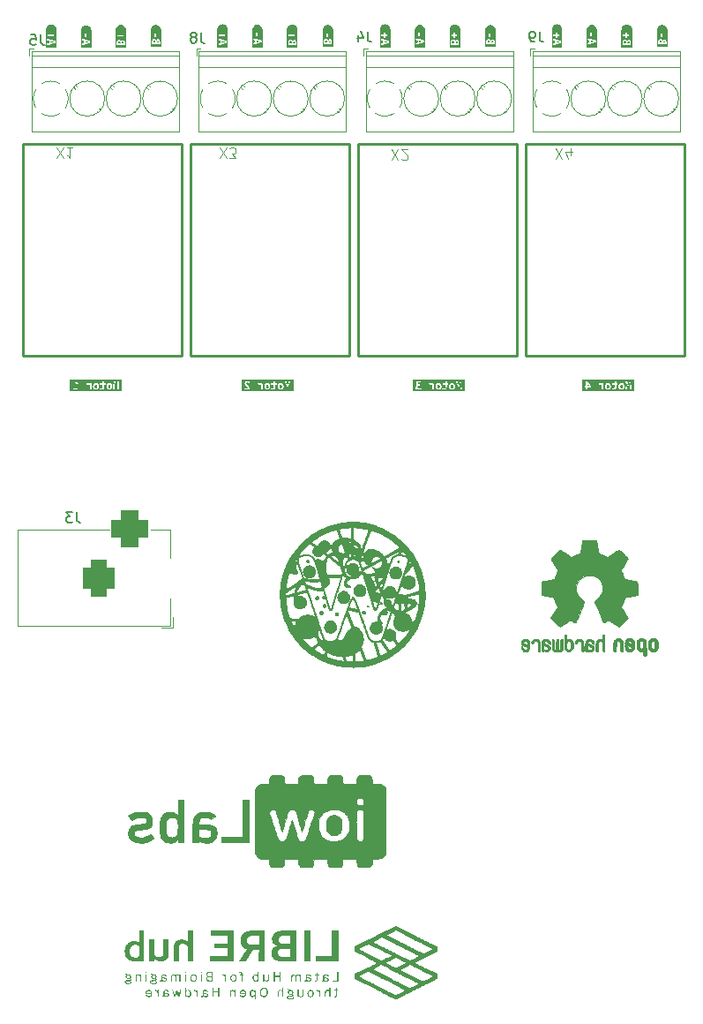
<source format=gbo>
G04 #@! TF.GenerationSoftware,KiCad,Pcbnew,8.0.3-8.0.3-0~ubuntu20.04.1*
G04 #@! TF.CreationDate,2025-01-28T05:51:01-03:00*
G04 #@! TF.ProjectId,syringe_pump,73797269-6e67-4655-9f70-756d702e6b69,rev?*
G04 #@! TF.SameCoordinates,Original*
G04 #@! TF.FileFunction,Legend,Bot*
G04 #@! TF.FilePolarity,Positive*
%FSLAX46Y46*%
G04 Gerber Fmt 4.6, Leading zero omitted, Abs format (unit mm)*
G04 Created by KiCad (PCBNEW 8.0.3-8.0.3-0~ubuntu20.04.1) date 2025-01-28 05:51:01*
%MOMM*%
%LPD*%
G01*
G04 APERTURE LIST*
G04 Aperture macros list*
%AMRoundRect*
0 Rectangle with rounded corners*
0 $1 Rounding radius*
0 $2 $3 $4 $5 $6 $7 $8 $9 X,Y pos of 4 corners*
0 Add a 4 corners polygon primitive as box body*
4,1,4,$2,$3,$4,$5,$6,$7,$8,$9,$2,$3,0*
0 Add four circle primitives for the rounded corners*
1,1,$1+$1,$2,$3*
1,1,$1+$1,$4,$5*
1,1,$1+$1,$6,$7*
1,1,$1+$1,$8,$9*
0 Add four rect primitives between the rounded corners*
20,1,$1+$1,$2,$3,$4,$5,0*
20,1,$1+$1,$4,$5,$6,$7,0*
20,1,$1+$1,$6,$7,$8,$9,0*
20,1,$1+$1,$8,$9,$2,$3,0*%
G04 Aperture macros list end*
%ADD10C,0.150000*%
%ADD11C,0.100000*%
%ADD12C,0.000000*%
%ADD13C,0.120000*%
%ADD14C,0.010000*%
%ADD15C,0.250000*%
%ADD16C,1.800000*%
%ADD17R,1.700000X1.700000*%
%ADD18O,1.700000X1.700000*%
%ADD19O,4.000000X2.000000*%
%ADD20R,1.200000X2.000000*%
%ADD21O,1.200000X2.000000*%
%ADD22R,2.400000X2.400000*%
%ADD23C,2.400000*%
%ADD24O,2.000000X1.600000*%
%ADD25R,3.500000X3.500000*%
%ADD26RoundRect,0.750000X-0.750000X-1.000000X0.750000X-1.000000X0.750000X1.000000X-0.750000X1.000000X0*%
%ADD27RoundRect,0.875000X-0.875000X-0.875000X0.875000X-0.875000X0.875000X0.875000X-0.875000X0.875000X0*%
G04 APERTURE END LIST*
D10*
X67816666Y-51154819D02*
X67816666Y-51869104D01*
X67816666Y-51869104D02*
X67864285Y-52011961D01*
X67864285Y-52011961D02*
X67959523Y-52107200D01*
X67959523Y-52107200D02*
X68102380Y-52154819D01*
X68102380Y-52154819D02*
X68197618Y-52154819D01*
X67197618Y-51583390D02*
X67292856Y-51535771D01*
X67292856Y-51535771D02*
X67340475Y-51488152D01*
X67340475Y-51488152D02*
X67388094Y-51392914D01*
X67388094Y-51392914D02*
X67388094Y-51345295D01*
X67388094Y-51345295D02*
X67340475Y-51250057D01*
X67340475Y-51250057D02*
X67292856Y-51202438D01*
X67292856Y-51202438D02*
X67197618Y-51154819D01*
X67197618Y-51154819D02*
X67007142Y-51154819D01*
X67007142Y-51154819D02*
X66911904Y-51202438D01*
X66911904Y-51202438D02*
X66864285Y-51250057D01*
X66864285Y-51250057D02*
X66816666Y-51345295D01*
X66816666Y-51345295D02*
X66816666Y-51392914D01*
X66816666Y-51392914D02*
X66864285Y-51488152D01*
X66864285Y-51488152D02*
X66911904Y-51535771D01*
X66911904Y-51535771D02*
X67007142Y-51583390D01*
X67007142Y-51583390D02*
X67197618Y-51583390D01*
X67197618Y-51583390D02*
X67292856Y-51631009D01*
X67292856Y-51631009D02*
X67340475Y-51678628D01*
X67340475Y-51678628D02*
X67388094Y-51773866D01*
X67388094Y-51773866D02*
X67388094Y-51964342D01*
X67388094Y-51964342D02*
X67340475Y-52059580D01*
X67340475Y-52059580D02*
X67292856Y-52107200D01*
X67292856Y-52107200D02*
X67197618Y-52154819D01*
X67197618Y-52154819D02*
X67007142Y-52154819D01*
X67007142Y-52154819D02*
X66911904Y-52107200D01*
X66911904Y-52107200D02*
X66864285Y-52059580D01*
X66864285Y-52059580D02*
X66816666Y-51964342D01*
X66816666Y-51964342D02*
X66816666Y-51773866D01*
X66816666Y-51773866D02*
X66864285Y-51678628D01*
X66864285Y-51678628D02*
X66911904Y-51631009D01*
X66911904Y-51631009D02*
X67007142Y-51583390D01*
D11*
X69590476Y-63192580D02*
X70257142Y-62192580D01*
X70257142Y-63192580D02*
X69590476Y-62192580D01*
X70542857Y-63192580D02*
X71161904Y-63192580D01*
X71161904Y-63192580D02*
X70828571Y-62811628D01*
X70828571Y-62811628D02*
X70971428Y-62811628D01*
X70971428Y-62811628D02*
X71066666Y-62764009D01*
X71066666Y-62764009D02*
X71114285Y-62716390D01*
X71114285Y-62716390D02*
X71161904Y-62621152D01*
X71161904Y-62621152D02*
X71161904Y-62383057D01*
X71161904Y-62383057D02*
X71114285Y-62287819D01*
X71114285Y-62287819D02*
X71066666Y-62240200D01*
X71066666Y-62240200D02*
X70971428Y-62192580D01*
X70971428Y-62192580D02*
X70685714Y-62192580D01*
X70685714Y-62192580D02*
X70590476Y-62240200D01*
X70590476Y-62240200D02*
X70542857Y-62287819D01*
D10*
X52433333Y-51354819D02*
X52433333Y-52069104D01*
X52433333Y-52069104D02*
X52480952Y-52211961D01*
X52480952Y-52211961D02*
X52576190Y-52307200D01*
X52576190Y-52307200D02*
X52719047Y-52354819D01*
X52719047Y-52354819D02*
X52814285Y-52354819D01*
X51480952Y-51354819D02*
X51957142Y-51354819D01*
X51957142Y-51354819D02*
X52004761Y-51831009D01*
X52004761Y-51831009D02*
X51957142Y-51783390D01*
X51957142Y-51783390D02*
X51861904Y-51735771D01*
X51861904Y-51735771D02*
X51623809Y-51735771D01*
X51623809Y-51735771D02*
X51528571Y-51783390D01*
X51528571Y-51783390D02*
X51480952Y-51831009D01*
X51480952Y-51831009D02*
X51433333Y-51926247D01*
X51433333Y-51926247D02*
X51433333Y-52164342D01*
X51433333Y-52164342D02*
X51480952Y-52259580D01*
X51480952Y-52259580D02*
X51528571Y-52307200D01*
X51528571Y-52307200D02*
X51623809Y-52354819D01*
X51623809Y-52354819D02*
X51861904Y-52354819D01*
X51861904Y-52354819D02*
X51957142Y-52307200D01*
X51957142Y-52307200D02*
X52004761Y-52259580D01*
X100333333Y-51054819D02*
X100333333Y-51769104D01*
X100333333Y-51769104D02*
X100380952Y-51911961D01*
X100380952Y-51911961D02*
X100476190Y-52007200D01*
X100476190Y-52007200D02*
X100619047Y-52054819D01*
X100619047Y-52054819D02*
X100714285Y-52054819D01*
X99809523Y-52054819D02*
X99619047Y-52054819D01*
X99619047Y-52054819D02*
X99523809Y-52007200D01*
X99523809Y-52007200D02*
X99476190Y-51959580D01*
X99476190Y-51959580D02*
X99380952Y-51816723D01*
X99380952Y-51816723D02*
X99333333Y-51626247D01*
X99333333Y-51626247D02*
X99333333Y-51245295D01*
X99333333Y-51245295D02*
X99380952Y-51150057D01*
X99380952Y-51150057D02*
X99428571Y-51102438D01*
X99428571Y-51102438D02*
X99523809Y-51054819D01*
X99523809Y-51054819D02*
X99714285Y-51054819D01*
X99714285Y-51054819D02*
X99809523Y-51102438D01*
X99809523Y-51102438D02*
X99857142Y-51150057D01*
X99857142Y-51150057D02*
X99904761Y-51245295D01*
X99904761Y-51245295D02*
X99904761Y-51483390D01*
X99904761Y-51483390D02*
X99857142Y-51578628D01*
X99857142Y-51578628D02*
X99809523Y-51626247D01*
X99809523Y-51626247D02*
X99714285Y-51673866D01*
X99714285Y-51673866D02*
X99523809Y-51673866D01*
X99523809Y-51673866D02*
X99428571Y-51626247D01*
X99428571Y-51626247D02*
X99380952Y-51578628D01*
X99380952Y-51578628D02*
X99333333Y-51483390D01*
D11*
X86090476Y-63392580D02*
X86757142Y-62392580D01*
X86757142Y-63392580D02*
X86090476Y-62392580D01*
X87090476Y-63297342D02*
X87138095Y-63344961D01*
X87138095Y-63344961D02*
X87233333Y-63392580D01*
X87233333Y-63392580D02*
X87471428Y-63392580D01*
X87471428Y-63392580D02*
X87566666Y-63344961D01*
X87566666Y-63344961D02*
X87614285Y-63297342D01*
X87614285Y-63297342D02*
X87661904Y-63202104D01*
X87661904Y-63202104D02*
X87661904Y-63106866D01*
X87661904Y-63106866D02*
X87614285Y-62964009D01*
X87614285Y-62964009D02*
X87042857Y-62392580D01*
X87042857Y-62392580D02*
X87661904Y-62392580D01*
D10*
X55883333Y-97162319D02*
X55883333Y-97876604D01*
X55883333Y-97876604D02*
X55930952Y-98019461D01*
X55930952Y-98019461D02*
X56026190Y-98114700D01*
X56026190Y-98114700D02*
X56169047Y-98162319D01*
X56169047Y-98162319D02*
X56264285Y-98162319D01*
X55502380Y-97162319D02*
X54883333Y-97162319D01*
X54883333Y-97162319D02*
X55216666Y-97543271D01*
X55216666Y-97543271D02*
X55073809Y-97543271D01*
X55073809Y-97543271D02*
X54978571Y-97590890D01*
X54978571Y-97590890D02*
X54930952Y-97638509D01*
X54930952Y-97638509D02*
X54883333Y-97733747D01*
X54883333Y-97733747D02*
X54883333Y-97971842D01*
X54883333Y-97971842D02*
X54930952Y-98067080D01*
X54930952Y-98067080D02*
X54978571Y-98114700D01*
X54978571Y-98114700D02*
X55073809Y-98162319D01*
X55073809Y-98162319D02*
X55359523Y-98162319D01*
X55359523Y-98162319D02*
X55454761Y-98114700D01*
X55454761Y-98114700D02*
X55502380Y-98067080D01*
X83833333Y-51054819D02*
X83833333Y-51769104D01*
X83833333Y-51769104D02*
X83880952Y-51911961D01*
X83880952Y-51911961D02*
X83976190Y-52007200D01*
X83976190Y-52007200D02*
X84119047Y-52054819D01*
X84119047Y-52054819D02*
X84214285Y-52054819D01*
X82928571Y-51388152D02*
X82928571Y-52054819D01*
X83166666Y-51007200D02*
X83404761Y-51721485D01*
X83404761Y-51721485D02*
X82785714Y-51721485D01*
D11*
X53940476Y-63192580D02*
X54607142Y-62192580D01*
X54607142Y-63192580D02*
X53940476Y-62192580D01*
X55511904Y-62192580D02*
X54940476Y-62192580D01*
X55226190Y-62192580D02*
X55226190Y-63192580D01*
X55226190Y-63192580D02*
X55130952Y-63049723D01*
X55130952Y-63049723D02*
X55035714Y-62954485D01*
X55035714Y-62954485D02*
X54940476Y-62906866D01*
X101840476Y-63242580D02*
X102507142Y-62242580D01*
X102507142Y-63242580D02*
X101840476Y-62242580D01*
X103316666Y-62909247D02*
X103316666Y-62242580D01*
X103078571Y-63290200D02*
X102840476Y-62575914D01*
X102840476Y-62575914D02*
X103459523Y-62575914D01*
D12*
G36*
X78148042Y-101706845D02*
G01*
X78165617Y-101713687D01*
X78207878Y-101740608D01*
X78238933Y-101776491D01*
X78258531Y-101818506D01*
X78266422Y-101863823D01*
X78262355Y-101909613D01*
X78246079Y-101953047D01*
X78217344Y-101991293D01*
X78175900Y-102021523D01*
X78153188Y-102031430D01*
X78103450Y-102040595D01*
X78053586Y-102034524D01*
X78006792Y-102013859D01*
X77966268Y-101979248D01*
X77950417Y-101958318D01*
X77930521Y-101914522D01*
X77924598Y-101869431D01*
X77931144Y-101825299D01*
X77948654Y-101784379D01*
X77975625Y-101748925D01*
X78010553Y-101721192D01*
X78051935Y-101703431D01*
X78098266Y-101697898D01*
X78148042Y-101706845D01*
G37*
G36*
X78343854Y-102266110D02*
G01*
X78444581Y-102291290D01*
X78520355Y-102322428D01*
X78605555Y-102373379D01*
X78680734Y-102437240D01*
X78744904Y-102512985D01*
X78797073Y-102599594D01*
X78836252Y-102696041D01*
X78843530Y-102724428D01*
X78851958Y-102780919D01*
X78857074Y-102852674D01*
X78858452Y-102891013D01*
X78858616Y-102931272D01*
X78856498Y-102964246D01*
X78851692Y-102995379D01*
X78843790Y-103030119D01*
X78824355Y-103095779D01*
X78789458Y-103176312D01*
X78743099Y-103248853D01*
X78682951Y-103317564D01*
X78664989Y-103335175D01*
X78599365Y-103391100D01*
X78532035Y-103433954D01*
X78458357Y-103466339D01*
X78373686Y-103490857D01*
X78335436Y-103497046D01*
X78279725Y-103500560D01*
X78217995Y-103500160D01*
X78155836Y-103496072D01*
X78098839Y-103488527D01*
X78052595Y-103477752D01*
X77997558Y-103457742D01*
X77905812Y-103411076D01*
X77823908Y-103351236D01*
X77753132Y-103279075D01*
X77718831Y-103233464D01*
X77670941Y-103148906D01*
X77637485Y-103058841D01*
X77618360Y-102965173D01*
X77613464Y-102869810D01*
X77622693Y-102774658D01*
X77645944Y-102681621D01*
X77683115Y-102592608D01*
X77734102Y-102509523D01*
X77798801Y-102434274D01*
X77820582Y-102413501D01*
X77882055Y-102363847D01*
X77947664Y-102325136D01*
X78023644Y-102293462D01*
X78039810Y-102287987D01*
X78139432Y-102264469D01*
X78241459Y-102257173D01*
X78343854Y-102266110D01*
G37*
G36*
X86834365Y-101787341D02*
G01*
X86874995Y-101808885D01*
X86890632Y-101822792D01*
X86915607Y-101859129D01*
X86927360Y-101900125D01*
X86926266Y-101942344D01*
X86912699Y-101982350D01*
X86887032Y-102016708D01*
X86849639Y-102041983D01*
X86843420Y-102044749D01*
X86812633Y-102055297D01*
X86784921Y-102056701D01*
X86751256Y-102049669D01*
X86722339Y-102036425D01*
X86691134Y-102008903D01*
X86667595Y-101973245D01*
X86654520Y-101933920D01*
X86654705Y-101895396D01*
X86659234Y-101878655D01*
X86680357Y-101837847D01*
X86711482Y-101807114D01*
X86749558Y-101787654D01*
X86791536Y-101780663D01*
X86834365Y-101787341D01*
G37*
G36*
X86539025Y-102367331D02*
G01*
X86587449Y-102368170D01*
X86624393Y-102370306D01*
X86655006Y-102374417D01*
X86684436Y-102381185D01*
X86717831Y-102391287D01*
X86795680Y-102421144D01*
X86880527Y-102467632D01*
X86955492Y-102526352D01*
X87022870Y-102598869D01*
X87044996Y-102628207D01*
X87094499Y-102712510D01*
X87129510Y-102803636D01*
X87149738Y-102899763D01*
X87154892Y-102999069D01*
X87144681Y-103099731D01*
X87118813Y-103199925D01*
X87117100Y-103204909D01*
X87092293Y-103266244D01*
X87061946Y-103320523D01*
X87022888Y-103372661D01*
X86971950Y-103427572D01*
X86928470Y-103468410D01*
X86867805Y-103515242D01*
X86804241Y-103551250D01*
X86733232Y-103578876D01*
X86650233Y-103600567D01*
X86639569Y-103602609D01*
X86590341Y-103607842D01*
X86532410Y-103609114D01*
X86471852Y-103606627D01*
X86414745Y-103600584D01*
X86367166Y-103591185D01*
X86330861Y-103580255D01*
X86237180Y-103540520D01*
X86152854Y-103487283D01*
X86078950Y-103421598D01*
X86016539Y-103344519D01*
X85966688Y-103257101D01*
X85930467Y-103160397D01*
X85926302Y-103144600D01*
X85915063Y-103080180D01*
X85909885Y-103008887D01*
X85910766Y-102936386D01*
X85917700Y-102868340D01*
X85930685Y-102810411D01*
X85935978Y-102794189D01*
X85977286Y-102696468D01*
X86030997Y-102609911D01*
X86096572Y-102535051D01*
X86173472Y-102472423D01*
X86261160Y-102422558D01*
X86359097Y-102385992D01*
X86381086Y-102380001D01*
X86412571Y-102373334D01*
X86445480Y-102369359D01*
X86484961Y-102367532D01*
X86536161Y-102367311D01*
X86539025Y-102367331D01*
G37*
G36*
X83152832Y-104079054D02*
G01*
X83223740Y-104093221D01*
X83321064Y-104128446D01*
X83410188Y-104176293D01*
X83488514Y-104235061D01*
X83555197Y-104303546D01*
X83609391Y-104380543D01*
X83650251Y-104464848D01*
X83676932Y-104555257D01*
X83688589Y-104650565D01*
X83684375Y-104749567D01*
X83676519Y-104799959D01*
X83649180Y-104903310D01*
X83608077Y-104997847D01*
X83553618Y-105082732D01*
X83486209Y-105157127D01*
X83419600Y-105211264D01*
X83343554Y-105255921D01*
X83258080Y-105289859D01*
X83160479Y-105314381D01*
X83137707Y-105316641D01*
X83100905Y-105317164D01*
X83056333Y-105315905D01*
X83008691Y-105313141D01*
X82962674Y-105309151D01*
X82922982Y-105304213D01*
X82894312Y-105298606D01*
X82885865Y-105296141D01*
X82851118Y-105283962D01*
X82810723Y-105267596D01*
X82771790Y-105249871D01*
X82758226Y-105243108D01*
X82724317Y-105224094D01*
X82693637Y-105202653D01*
X82661502Y-105175267D01*
X82623224Y-105138423D01*
X82608250Y-105123350D01*
X82575262Y-105088125D01*
X82550445Y-105057297D01*
X82530272Y-105026196D01*
X82511215Y-104990153D01*
X82493199Y-104951086D01*
X82463931Y-104868570D01*
X82447429Y-104785074D01*
X82442249Y-104694411D01*
X82442368Y-104681460D01*
X82452149Y-104578077D01*
X82477021Y-104480930D01*
X82516118Y-104391169D01*
X82568575Y-104309943D01*
X82633526Y-104238403D01*
X82710106Y-104177696D01*
X82797450Y-104128974D01*
X82894692Y-104093384D01*
X82918522Y-104087436D01*
X82993613Y-104076164D01*
X83073919Y-104073369D01*
X83152832Y-104079054D01*
G37*
G36*
X79047913Y-105192072D02*
G01*
X79098194Y-105214009D01*
X79141627Y-105247829D01*
X79175727Y-105291048D01*
X79198009Y-105341180D01*
X79205988Y-105395742D01*
X79200015Y-105441416D01*
X79180238Y-105491481D01*
X79149172Y-105535992D01*
X79109455Y-105571281D01*
X79063723Y-105593680D01*
X79058502Y-105595254D01*
X79014619Y-105604685D01*
X78974420Y-105604299D01*
X78929163Y-105594127D01*
X78887048Y-105574888D01*
X78845742Y-105540961D01*
X78812939Y-105497375D01*
X78791304Y-105447759D01*
X78783500Y-105395742D01*
X78791476Y-105341829D01*
X78813737Y-105291975D01*
X78847738Y-105248770D01*
X78890936Y-105214759D01*
X78940786Y-105192487D01*
X78994744Y-105184497D01*
X79047913Y-105192072D01*
G37*
G36*
X81582504Y-104716887D02*
G01*
X81646756Y-104723462D01*
X81701198Y-104734787D01*
X81756670Y-104753267D01*
X81849417Y-104797108D01*
X81931662Y-104853614D01*
X82002557Y-104921907D01*
X82061255Y-105001109D01*
X82106912Y-105090340D01*
X82138678Y-105188722D01*
X82144878Y-105219222D01*
X82152973Y-105294621D01*
X82152989Y-105373793D01*
X82145103Y-105450439D01*
X82129489Y-105518263D01*
X82096827Y-105602712D01*
X82046688Y-105692106D01*
X81984640Y-105769993D01*
X81911440Y-105835712D01*
X81827845Y-105888599D01*
X81734613Y-105927993D01*
X81632501Y-105953231D01*
X81580762Y-105959298D01*
X81487663Y-105958594D01*
X81392718Y-105944304D01*
X81300390Y-105916916D01*
X81217372Y-105877451D01*
X81138192Y-105822578D01*
X81068052Y-105755485D01*
X81008617Y-105678040D01*
X80961550Y-105592110D01*
X80928515Y-105499561D01*
X80919433Y-105459350D01*
X80909331Y-105366005D01*
X80912516Y-105269737D01*
X80928659Y-105175269D01*
X80957426Y-105087325D01*
X80989851Y-105022464D01*
X81045215Y-104942950D01*
X81112876Y-104872284D01*
X81190782Y-104812240D01*
X81276884Y-104764595D01*
X81369129Y-104731121D01*
X81389651Y-104726316D01*
X81448074Y-104718249D01*
X81514317Y-104715128D01*
X81582504Y-104716887D01*
G37*
G36*
X85150908Y-105794261D02*
G01*
X85189320Y-105810045D01*
X85222123Y-105835728D01*
X85246682Y-105869958D01*
X85260365Y-105911381D01*
X85260540Y-105958641D01*
X85257518Y-105972307D01*
X85239420Y-106011067D01*
X85210734Y-106045183D01*
X85175906Y-106068866D01*
X85173159Y-106070038D01*
X85140689Y-106077153D01*
X85102536Y-106077047D01*
X85065927Y-106070314D01*
X85038090Y-106057547D01*
X85019173Y-106041412D01*
X84989819Y-106002591D01*
X84974365Y-105959252D01*
X84973126Y-105914396D01*
X84986415Y-105871021D01*
X85014545Y-105832126D01*
X85028339Y-105819855D01*
X85067785Y-105797813D01*
X85109519Y-105789733D01*
X85150908Y-105794261D01*
G37*
G36*
X83930080Y-106119938D02*
G01*
X83930371Y-106120110D01*
X83955178Y-106143196D01*
X83973168Y-106175361D01*
X83980107Y-106209059D01*
X83976708Y-106226576D01*
X83963016Y-106254282D01*
X83942881Y-106280111D01*
X83920705Y-106297507D01*
X83905261Y-106303748D01*
X83868982Y-106307590D01*
X83834662Y-106298447D01*
X83805284Y-106278741D01*
X83783831Y-106250896D01*
X83773288Y-106217337D01*
X83776639Y-106180486D01*
X83791735Y-106149366D01*
X83819365Y-106122602D01*
X83854133Y-106107790D01*
X83892288Y-106106408D01*
X83930080Y-106119938D01*
G37*
G36*
X79747997Y-105967714D02*
G01*
X79791491Y-105987680D01*
X79829646Y-106019853D01*
X79859972Y-106064696D01*
X79875850Y-106106990D01*
X79881289Y-106161088D01*
X79870042Y-106213872D01*
X79842216Y-106264129D01*
X79825996Y-106283482D01*
X79792800Y-106309974D01*
X79748809Y-106330092D01*
X79716536Y-106338378D01*
X79664129Y-106338464D01*
X79613309Y-106322304D01*
X79565813Y-106290276D01*
X79552365Y-106277515D01*
X79521544Y-106235646D01*
X79505516Y-106187637D01*
X79503348Y-106131119D01*
X79503376Y-106130737D01*
X79514470Y-106078255D01*
X79537667Y-106034730D01*
X79570476Y-106000627D01*
X79610405Y-105976410D01*
X79654963Y-105962543D01*
X79701658Y-105959489D01*
X79747997Y-105967714D01*
G37*
G36*
X83526639Y-106589094D02*
G01*
X83576927Y-106607748D01*
X83621045Y-106638520D01*
X83656216Y-106680265D01*
X83679663Y-106731835D01*
X83688445Y-106764778D01*
X83691978Y-106792717D01*
X83689259Y-106819948D01*
X83680330Y-106854274D01*
X83680105Y-106855029D01*
X83655987Y-106906991D01*
X83618795Y-106950283D01*
X83571074Y-106982628D01*
X83515370Y-107001750D01*
X83477110Y-107005504D01*
X83423747Y-106997969D01*
X83374801Y-106976879D01*
X83332629Y-106944210D01*
X83299588Y-106901937D01*
X83278034Y-106852033D01*
X83270326Y-106796472D01*
X83276392Y-106740451D01*
X83296852Y-106687723D01*
X83331755Y-106643770D01*
X83381099Y-106608595D01*
X83418661Y-106592727D01*
X83472958Y-106583705D01*
X83526639Y-106589094D01*
G37*
G36*
X79446599Y-106638773D02*
G01*
X79503879Y-106661233D01*
X79505997Y-106662387D01*
X79551044Y-106696056D01*
X79583722Y-106738729D01*
X79603651Y-106787598D01*
X79610452Y-106839857D01*
X79603742Y-106892698D01*
X79583143Y-106943314D01*
X79548274Y-106988897D01*
X79533108Y-107002449D01*
X79503328Y-107023495D01*
X79475658Y-107037387D01*
X79419924Y-107049834D01*
X79366756Y-107047985D01*
X79318382Y-107033455D01*
X79276064Y-107008203D01*
X79241065Y-106974189D01*
X79214647Y-106933372D01*
X79198074Y-106887710D01*
X79192608Y-106839163D01*
X79199512Y-106789689D01*
X79220048Y-106741248D01*
X79255480Y-106695799D01*
X79285499Y-106670173D01*
X79336110Y-106643423D01*
X79390243Y-106632896D01*
X79446599Y-106638773D01*
G37*
G36*
X80943925Y-106763482D02*
G01*
X80992670Y-106787818D01*
X81035652Y-106826381D01*
X81039442Y-106830926D01*
X81069423Y-106879774D01*
X81084540Y-106931782D01*
X81085683Y-106984458D01*
X81073738Y-107035315D01*
X81049593Y-107081862D01*
X81014137Y-107121609D01*
X80968257Y-107152066D01*
X80912841Y-107170746D01*
X80866646Y-107173935D01*
X80813132Y-107163637D01*
X80763500Y-107139873D01*
X80721228Y-107104386D01*
X80689796Y-107058923D01*
X80680542Y-107036880D01*
X80669026Y-106985230D01*
X80668979Y-106932535D01*
X80680734Y-106885196D01*
X80706049Y-106839918D01*
X80744054Y-106799672D01*
X80789482Y-106771468D01*
X80839694Y-106755744D01*
X80892054Y-106752937D01*
X80943925Y-106763482D01*
G37*
G36*
X80318216Y-107562296D02*
G01*
X80414167Y-107576852D01*
X80506346Y-107604722D01*
X80590353Y-107644894D01*
X80610012Y-107658056D01*
X80641708Y-107682811D01*
X80676672Y-107713003D01*
X80710273Y-107744777D01*
X80774681Y-107818228D01*
X80825416Y-107898175D01*
X80861055Y-107984099D01*
X80882222Y-108077516D01*
X80889541Y-108179940D01*
X80889494Y-108198422D01*
X80885481Y-108269837D01*
X80874208Y-108334223D01*
X80854210Y-108398005D01*
X80824024Y-108467606D01*
X80784443Y-108536908D01*
X80724545Y-108612037D01*
X80652855Y-108677014D01*
X80571143Y-108730509D01*
X80481178Y-108771192D01*
X80384731Y-108797732D01*
X80355308Y-108802137D01*
X80291120Y-108805915D01*
X80221705Y-108803973D01*
X80153929Y-108796633D01*
X80094662Y-108784214D01*
X80040060Y-108766196D01*
X79949082Y-108722957D01*
X79867871Y-108666610D01*
X79797475Y-108598250D01*
X79738943Y-108518971D01*
X79693323Y-108429868D01*
X79661662Y-108332036D01*
X79661005Y-108329251D01*
X79647613Y-108242297D01*
X79645967Y-108151194D01*
X79655822Y-108061597D01*
X79676935Y-107979163D01*
X79681255Y-107966922D01*
X79707781Y-107902275D01*
X79738586Y-107846660D01*
X79777219Y-107794426D01*
X79827230Y-107739922D01*
X79832008Y-107735109D01*
X79867546Y-107701176D01*
X79899258Y-107675599D01*
X79933118Y-107654019D01*
X79975101Y-107632080D01*
X79975904Y-107631686D01*
X80041874Y-107602037D01*
X80101641Y-107581680D01*
X80161667Y-107568821D01*
X80228410Y-107561664D01*
X80318216Y-107562296D01*
G37*
G36*
X85796807Y-98980629D02*
G01*
X86073405Y-99143419D01*
X86359476Y-99330314D01*
X86634944Y-99529865D01*
X86899466Y-99741600D01*
X87152698Y-99965049D01*
X87394297Y-100199742D01*
X87623918Y-100445209D01*
X87721594Y-100560177D01*
X87841217Y-100700978D01*
X88045852Y-100966579D01*
X88237477Y-101241542D01*
X88291893Y-101328186D01*
X88415750Y-101525396D01*
X88523522Y-101716792D01*
X88580326Y-101817671D01*
X88678784Y-102014033D01*
X88730862Y-102117895D01*
X88867013Y-102425599D01*
X88988437Y-102740312D01*
X89094789Y-103061563D01*
X89185725Y-103388882D01*
X89260902Y-103721799D01*
X89274142Y-103789725D01*
X89328850Y-104122965D01*
X89367316Y-104459168D01*
X89382205Y-104685243D01*
X89389588Y-104797342D01*
X89395713Y-105136494D01*
X89393694Y-105205138D01*
X89385740Y-105475632D01*
X89359716Y-105813764D01*
X89317689Y-106149899D01*
X89259707Y-106483043D01*
X89185818Y-106812206D01*
X89096070Y-107136394D01*
X89027048Y-107350941D01*
X88909770Y-107670286D01*
X88777485Y-107982510D01*
X88743401Y-108053193D01*
X88735252Y-108070093D01*
X88653762Y-108239088D01*
X88643555Y-108260254D01*
X88630593Y-108287135D01*
X88469490Y-108583688D01*
X88294576Y-108871692D01*
X88106249Y-109150673D01*
X87904907Y-109420155D01*
X87690949Y-109679664D01*
X87466882Y-109926400D01*
X87464772Y-109928723D01*
X87226776Y-110166858D01*
X86977358Y-110393594D01*
X86763617Y-110569928D01*
X86716917Y-110608455D01*
X86445851Y-110810966D01*
X86164559Y-111000652D01*
X86127951Y-111022832D01*
X85873438Y-111177037D01*
X85572888Y-111339647D01*
X85460677Y-111395631D01*
X85448961Y-111401004D01*
X85150771Y-111537754D01*
X84836284Y-111663806D01*
X84516895Y-111773873D01*
X84192283Y-111868044D01*
X83862126Y-111946407D01*
X83526101Y-112009049D01*
X83183888Y-112056059D01*
X82835163Y-112087525D01*
X82813986Y-112088749D01*
X82758918Y-112090823D01*
X82690914Y-112092285D01*
X82612458Y-112093164D01*
X82526038Y-112093488D01*
X82434139Y-112093285D01*
X82339248Y-112092581D01*
X82243851Y-112091406D01*
X82150434Y-112089786D01*
X82061483Y-112087749D01*
X81979485Y-112085323D01*
X81906925Y-112082535D01*
X81846291Y-112079415D01*
X81800067Y-112075988D01*
X81628200Y-112058324D01*
X81404435Y-112029958D01*
X81188703Y-111996033D01*
X80976215Y-111955852D01*
X80689183Y-111890538D01*
X80363411Y-111800396D01*
X80042859Y-111694518D01*
X79728106Y-111573249D01*
X79419731Y-111436936D01*
X79118313Y-111285926D01*
X78824430Y-111120566D01*
X78597958Y-110978420D01*
X79875281Y-110978420D01*
X80041284Y-111044236D01*
X80134209Y-111080234D01*
X80426614Y-111182871D01*
X80723226Y-111271274D01*
X81021385Y-111344696D01*
X81318430Y-111402392D01*
X81356794Y-111408791D01*
X81406195Y-111416925D01*
X81449980Y-111424020D01*
X81484468Y-111429480D01*
X81505975Y-111432709D01*
X81545649Y-111438222D01*
X81511774Y-111351163D01*
X81496755Y-111312642D01*
X81476507Y-111260853D01*
X81455194Y-111206457D01*
X81435523Y-111156370D01*
X81393147Y-111048636D01*
X81256504Y-111048444D01*
X81199664Y-111047902D01*
X81015016Y-111039074D01*
X80983398Y-111035436D01*
X81698670Y-111035436D01*
X81698684Y-111035497D01*
X81702022Y-111044377D01*
X81710670Y-111066826D01*
X81723841Y-111100812D01*
X81740745Y-111144302D01*
X81760593Y-111195265D01*
X81782598Y-111251668D01*
X81793364Y-111279212D01*
X81816261Y-111337371D01*
X81834338Y-111382249D01*
X81848466Y-111415630D01*
X81859014Y-111438222D01*
X81859516Y-111439297D01*
X81868357Y-111455036D01*
X81875860Y-111464630D01*
X81882895Y-111469863D01*
X81890333Y-111472521D01*
X81895509Y-111473428D01*
X81917634Y-111475784D01*
X81952567Y-111478555D01*
X81997534Y-111481550D01*
X82049761Y-111484577D01*
X82106472Y-111487445D01*
X82130546Y-111488560D01*
X82187693Y-111491090D01*
X82240371Y-111493266D01*
X82285479Y-111494968D01*
X82319913Y-111496077D01*
X82340570Y-111496473D01*
X82362227Y-111496135D01*
X82376956Y-111492972D01*
X82383961Y-111483665D01*
X82388260Y-111464891D01*
X82388948Y-111457446D01*
X82389682Y-111434209D01*
X82390059Y-111398809D01*
X82390110Y-111353670D01*
X82389872Y-111301213D01*
X82389378Y-111243859D01*
X82388661Y-111184030D01*
X82387757Y-111124148D01*
X82386699Y-111066636D01*
X82385521Y-111013914D01*
X82384258Y-110968404D01*
X82382943Y-110932529D01*
X82381610Y-110908709D01*
X82380295Y-110899367D01*
X82379310Y-110899252D01*
X82367075Y-110902420D01*
X82344150Y-110910169D01*
X82314437Y-110921205D01*
X82308255Y-110923551D01*
X82238019Y-110946624D01*
X82155110Y-110968481D01*
X82063368Y-110988359D01*
X81966630Y-111005498D01*
X81868736Y-111019135D01*
X81773524Y-111028510D01*
X81757485Y-111029751D01*
X81727334Y-111032271D01*
X81706467Y-111034283D01*
X81698670Y-111035436D01*
X80983398Y-111035436D01*
X80841204Y-111019075D01*
X80676396Y-110987422D01*
X80518760Y-110943630D01*
X80366462Y-110887214D01*
X80217673Y-110817688D01*
X80070558Y-110734568D01*
X80059845Y-110728111D01*
X82670393Y-110728111D01*
X82670393Y-111108067D01*
X82670393Y-111353670D01*
X82670393Y-111488024D01*
X82718979Y-111486461D01*
X82734835Y-111485854D01*
X82783605Y-111483159D01*
X82840902Y-111479057D01*
X82904609Y-111473783D01*
X82972615Y-111467570D01*
X83042804Y-111460652D01*
X83113063Y-111453262D01*
X83181278Y-111445634D01*
X83245335Y-111438001D01*
X83303120Y-111430598D01*
X83352519Y-111423658D01*
X83391418Y-111417415D01*
X83417704Y-111412102D01*
X83429262Y-111407953D01*
X83430304Y-111401004D01*
X83426287Y-111378150D01*
X83416081Y-111340101D01*
X83399778Y-111287126D01*
X83377466Y-111219495D01*
X83349235Y-111137479D01*
X83315175Y-111041348D01*
X83275375Y-110931370D01*
X83229925Y-110807817D01*
X83215828Y-110769794D01*
X83186664Y-110691381D01*
X83159410Y-110618426D01*
X83134627Y-110552414D01*
X83112877Y-110494832D01*
X83094723Y-110447163D01*
X83080728Y-110410895D01*
X83071452Y-110387512D01*
X83067458Y-110378501D01*
X83063048Y-110379387D01*
X83049198Y-110389976D01*
X83028811Y-110409413D01*
X83004497Y-110435341D01*
X82997441Y-110443117D01*
X82953406Y-110488437D01*
X82914031Y-110525904D01*
X82900309Y-110538961D01*
X82842229Y-110591014D01*
X82783243Y-110640921D01*
X82727429Y-110685009D01*
X82670393Y-110728111D01*
X80059845Y-110728111D01*
X80050887Y-110722712D01*
X80023943Y-110707252D01*
X80004842Y-110697304D01*
X79996813Y-110694615D01*
X79995299Y-110697308D01*
X79988289Y-110712573D01*
X79977297Y-110737959D01*
X79963929Y-110769793D01*
X79961887Y-110774716D01*
X79943200Y-110819400D01*
X79922790Y-110867711D01*
X79904725Y-110910018D01*
X79875281Y-110978420D01*
X78597958Y-110978420D01*
X78538661Y-110941202D01*
X78261585Y-110748181D01*
X77993780Y-110541849D01*
X77752383Y-110336629D01*
X78739027Y-110336629D01*
X78739791Y-110338609D01*
X78751075Y-110349244D01*
X78774397Y-110367128D01*
X78808084Y-110391110D01*
X78850462Y-110420040D01*
X78899859Y-110452767D01*
X78954601Y-110488141D01*
X79013015Y-110525011D01*
X79225311Y-110651985D01*
X79469584Y-110785884D01*
X79505595Y-110804566D01*
X79544584Y-110824405D01*
X79576381Y-110840150D01*
X79598406Y-110850526D01*
X79608079Y-110854262D01*
X79610155Y-110851883D01*
X79618253Y-110836989D01*
X79630950Y-110810802D01*
X79647033Y-110776080D01*
X79665288Y-110735585D01*
X79684502Y-110692075D01*
X79703461Y-110648311D01*
X79720951Y-110607052D01*
X79735759Y-110571058D01*
X79746671Y-110543089D01*
X79752473Y-110525904D01*
X79752122Y-110520777D01*
X79744434Y-110508349D01*
X79726783Y-110489916D01*
X79697903Y-110464212D01*
X79656526Y-110429969D01*
X79639440Y-110416066D01*
X79521467Y-110316406D01*
X79419013Y-110222899D01*
X79331938Y-110135404D01*
X79260103Y-110053782D01*
X79203368Y-109977895D01*
X79200392Y-109973510D01*
X79182948Y-109949040D01*
X79169182Y-109931728D01*
X79161855Y-109925084D01*
X79161152Y-109925416D01*
X79151318Y-109933667D01*
X79131583Y-109951761D01*
X79103641Y-109978050D01*
X79069186Y-110010886D01*
X79029911Y-110048620D01*
X78987511Y-110089603D01*
X78943678Y-110132188D01*
X78900107Y-110174725D01*
X78858492Y-110215565D01*
X78820525Y-110253061D01*
X78787902Y-110285564D01*
X78762315Y-110311426D01*
X78745459Y-110328997D01*
X78739027Y-110336629D01*
X77752383Y-110336629D01*
X77735826Y-110322553D01*
X77488300Y-110090640D01*
X77251782Y-109846456D01*
X77026850Y-109590348D01*
X76815241Y-109324498D01*
X76811648Y-109319508D01*
X77594641Y-109319508D01*
X77596302Y-109321910D01*
X77607377Y-109334786D01*
X77627476Y-109357235D01*
X77655021Y-109387516D01*
X77688431Y-109423883D01*
X77726128Y-109464596D01*
X77910193Y-109654127D01*
X78138160Y-109867775D01*
X78380759Y-110073698D01*
X78406877Y-110094682D01*
X78440433Y-110121203D01*
X78467810Y-110142320D01*
X78486710Y-110156266D01*
X78494830Y-110161276D01*
X78495105Y-110161248D01*
X78498011Y-110159822D01*
X78503565Y-110155590D01*
X78512708Y-110147651D01*
X78526385Y-110135105D01*
X78545537Y-110117048D01*
X78571110Y-110092580D01*
X78604044Y-110060799D01*
X78645284Y-110020804D01*
X78695772Y-109971693D01*
X78756451Y-109912564D01*
X78828266Y-109842516D01*
X79020902Y-109654560D01*
X78995632Y-109580557D01*
X78990291Y-109564443D01*
X78975839Y-109517522D01*
X78961190Y-109466172D01*
X78948814Y-109418924D01*
X78937916Y-109377593D01*
X78923478Y-109334301D01*
X78907311Y-109300930D01*
X78887409Y-109273543D01*
X78861766Y-109248207D01*
X78823240Y-109220009D01*
X78766143Y-109195587D01*
X78703328Y-109187052D01*
X78682773Y-109187450D01*
X78662886Y-109189877D01*
X78641430Y-109195441D01*
X78615017Y-109205241D01*
X78580255Y-109220375D01*
X78533754Y-109241938D01*
X78518662Y-109248970D01*
X78472075Y-109270004D01*
X78427295Y-109289327D01*
X78388787Y-109305047D01*
X78361012Y-109315267D01*
X78244947Y-109346671D01*
X78106100Y-109368362D01*
X77964402Y-109374152D01*
X77821545Y-109363985D01*
X77679224Y-109337805D01*
X77654804Y-109331997D01*
X77624266Y-109325054D01*
X77603027Y-109320635D01*
X77594641Y-109319508D01*
X76811648Y-109319508D01*
X76615091Y-109046544D01*
X76429309Y-108760190D01*
X76368938Y-108656419D01*
X79101315Y-108656419D01*
X79101508Y-108723718D01*
X79103337Y-108787757D01*
X79106834Y-108844452D01*
X79112033Y-108889720D01*
X79113879Y-108901090D01*
X79135774Y-109008453D01*
X79163905Y-109105968D01*
X79197544Y-109191449D01*
X79235966Y-109262711D01*
X79251716Y-109285361D01*
X79282036Y-109322523D01*
X79315415Y-109357638D01*
X79347851Y-109386609D01*
X79375340Y-109405340D01*
X79376161Y-109405748D01*
X79393006Y-109411785D01*
X79420548Y-109419513D01*
X79455401Y-109428204D01*
X79494179Y-109437129D01*
X79533499Y-109445560D01*
X79569974Y-109452770D01*
X79600218Y-109458029D01*
X79620848Y-109460611D01*
X79628477Y-109459786D01*
X79623652Y-109451634D01*
X79610738Y-109438195D01*
X79594634Y-109420124D01*
X79571105Y-109386200D01*
X79544358Y-109341420D01*
X79515904Y-109288479D01*
X79487250Y-109230071D01*
X79459908Y-109168891D01*
X79459157Y-109167114D01*
X79445931Y-109133996D01*
X79428220Y-109087111D01*
X79406781Y-109028587D01*
X79382371Y-108960553D01*
X79355750Y-108885138D01*
X79327673Y-108804471D01*
X79298900Y-108720680D01*
X79270187Y-108635894D01*
X79131119Y-108222189D01*
X79130530Y-108295191D01*
X79130520Y-108296282D01*
X79128210Y-108342561D01*
X79122897Y-108393704D01*
X79115703Y-108438837D01*
X79110215Y-108475797D01*
X79105702Y-108528375D01*
X79102724Y-108589944D01*
X79101315Y-108656419D01*
X76368938Y-108656419D01*
X76258127Y-108465947D01*
X76101778Y-108164323D01*
X75960494Y-107855825D01*
X75873812Y-107639189D01*
X76529293Y-107639189D01*
X76529346Y-107640695D01*
X76534246Y-107654159D01*
X76545163Y-107679634D01*
X76561029Y-107714862D01*
X76580777Y-107757582D01*
X76603338Y-107805535D01*
X76627645Y-107856464D01*
X76652630Y-107908108D01*
X76677226Y-107958209D01*
X76700365Y-108004507D01*
X76720978Y-108044744D01*
X76736187Y-108073803D01*
X76758880Y-108116704D01*
X76779095Y-108154393D01*
X76795073Y-108183603D01*
X76805057Y-108201064D01*
X76823091Y-108230638D01*
X76823122Y-108128062D01*
X76823192Y-108115553D01*
X76832140Y-107986003D01*
X76856321Y-107862627D01*
X76896051Y-107743758D01*
X76905863Y-107717698D01*
X76912020Y-107697318D01*
X76912816Y-107687976D01*
X76909953Y-107687115D01*
X76893269Y-107684182D01*
X76864289Y-107679857D01*
X76825918Y-107674508D01*
X76781058Y-107668504D01*
X76732614Y-107662216D01*
X76683490Y-107656012D01*
X76636589Y-107650262D01*
X76594815Y-107645336D01*
X76561072Y-107641602D01*
X76538263Y-107639430D01*
X76529293Y-107639189D01*
X75873812Y-107639189D01*
X75834509Y-107540963D01*
X75724054Y-107220246D01*
X75629363Y-106894181D01*
X75550668Y-106563277D01*
X75488203Y-106228044D01*
X75467564Y-106093336D01*
X75445874Y-105930599D01*
X75428862Y-105772756D01*
X75416192Y-105615502D01*
X75407531Y-105454532D01*
X75406969Y-105435469D01*
X76012781Y-105435469D01*
X76013951Y-105468751D01*
X76016713Y-105514965D01*
X76020978Y-105572675D01*
X76026654Y-105640444D01*
X76033654Y-105716833D01*
X76065449Y-105986460D01*
X76112581Y-106275434D01*
X76172530Y-106562223D01*
X76244295Y-106841472D01*
X76244309Y-106841519D01*
X76256878Y-106884709D01*
X76272152Y-106935138D01*
X76289360Y-106990470D01*
X76307736Y-107048363D01*
X76326509Y-107106481D01*
X76344911Y-107162483D01*
X76362174Y-107214031D01*
X76377530Y-107258786D01*
X76390209Y-107294409D01*
X76399444Y-107318562D01*
X76404465Y-107328905D01*
X76405245Y-107329260D01*
X76418330Y-107331904D01*
X76445915Y-107336237D01*
X76486159Y-107342007D01*
X76537223Y-107348962D01*
X76597268Y-107356851D01*
X76664454Y-107365422D01*
X76736942Y-107374422D01*
X76752885Y-107376374D01*
X76825046Y-107385153D01*
X76891979Y-107393212D01*
X76951758Y-107400324D01*
X77002461Y-107406265D01*
X77042163Y-107410807D01*
X77068941Y-107413726D01*
X77080872Y-107414794D01*
X77086197Y-107413462D01*
X77104382Y-107402200D01*
X77129974Y-107381095D01*
X77160471Y-107352114D01*
X77230495Y-107288058D01*
X77336792Y-107209926D01*
X77453659Y-107143547D01*
X77579759Y-107089389D01*
X77713757Y-107047923D01*
X77854315Y-107019618D01*
X78000098Y-107004945D01*
X78149767Y-107004373D01*
X78215337Y-107008253D01*
X78349788Y-107023507D01*
X78472172Y-107048292D01*
X78584017Y-107082958D01*
X78686855Y-107127857D01*
X78781215Y-107175717D01*
X78694611Y-106917349D01*
X78648991Y-106781263D01*
X78583776Y-106586764D01*
X78521147Y-106400029D01*
X78461279Y-106221574D01*
X78404343Y-106051916D01*
X78350515Y-105891571D01*
X78299968Y-105741056D01*
X78252875Y-105600886D01*
X78209411Y-105471578D01*
X78169747Y-105353648D01*
X78134060Y-105247613D01*
X78102521Y-105153990D01*
X78075304Y-105073294D01*
X78052584Y-105006041D01*
X78034534Y-104952749D01*
X78021327Y-104913933D01*
X78013137Y-104890110D01*
X78010138Y-104881796D01*
X78009933Y-104881787D01*
X77999604Y-104884097D01*
X77975023Y-104890233D01*
X77938007Y-104899712D01*
X77890375Y-104912054D01*
X77833943Y-104926777D01*
X77770529Y-104943402D01*
X77701950Y-104961447D01*
X77630024Y-104980431D01*
X77556569Y-104999874D01*
X77483402Y-105019293D01*
X77412340Y-105038208D01*
X77345201Y-105056139D01*
X77283803Y-105072604D01*
X77229962Y-105087122D01*
X77185497Y-105099213D01*
X77152226Y-105108395D01*
X77131964Y-105114187D01*
X77129798Y-105114855D01*
X77121966Y-105119149D01*
X77125096Y-105126258D01*
X77140414Y-105139916D01*
X77153758Y-105149719D01*
X77181621Y-105166880D01*
X77211843Y-105182754D01*
X77215532Y-105184487D01*
X77234242Y-105192437D01*
X77253167Y-105198288D01*
X77275643Y-105202545D01*
X77305007Y-105205711D01*
X77344593Y-105208287D01*
X77397738Y-105210777D01*
X77436208Y-105212703D01*
X77500098Y-105217499D01*
X77549663Y-105223619D01*
X77583633Y-105230926D01*
X77604157Y-105237764D01*
X77681664Y-105274072D01*
X77755141Y-105324647D01*
X77822618Y-105387457D01*
X77882124Y-105460468D01*
X77931689Y-105541648D01*
X77969344Y-105628962D01*
X77973985Y-105642644D01*
X77982212Y-105670078D01*
X77987590Y-105695877D01*
X77990716Y-105724672D01*
X77992183Y-105761096D01*
X77992589Y-105809780D01*
X77992562Y-105823400D01*
X77990621Y-105887761D01*
X77984835Y-105941865D01*
X77974078Y-105991149D01*
X77957226Y-106041050D01*
X77933152Y-106097005D01*
X77913737Y-106135642D01*
X77857839Y-106220996D01*
X77789523Y-106295412D01*
X77709736Y-106358092D01*
X77619427Y-106408237D01*
X77519544Y-106445050D01*
X77490098Y-106452149D01*
X77424645Y-106461577D01*
X77352006Y-106465571D01*
X77277969Y-106464131D01*
X77208321Y-106457260D01*
X77148851Y-106444958D01*
X77056527Y-106411131D01*
X76969381Y-106362511D01*
X76892855Y-106300797D01*
X76827258Y-106226240D01*
X76772896Y-106139090D01*
X76759207Y-106111451D01*
X76739866Y-106065489D01*
X76724371Y-106017408D01*
X76712547Y-105965382D01*
X76704221Y-105907587D01*
X76699219Y-105842197D01*
X76697366Y-105767388D01*
X76698489Y-105681333D01*
X76702413Y-105582208D01*
X76708966Y-105468188D01*
X76709385Y-105461604D01*
X76713071Y-105401030D01*
X76716098Y-105346336D01*
X76718369Y-105299717D01*
X76719783Y-105263370D01*
X76720244Y-105239490D01*
X76719652Y-105230275D01*
X76716434Y-105230467D01*
X76698966Y-105234053D01*
X76667872Y-105241391D01*
X76624851Y-105252051D01*
X76571602Y-105265605D01*
X76509823Y-105281622D01*
X76441212Y-105299673D01*
X76367469Y-105319328D01*
X76324494Y-105330844D01*
X76253432Y-105349840D01*
X76188464Y-105367151D01*
X76131293Y-105382325D01*
X76083625Y-105394912D01*
X76047162Y-105404461D01*
X76023610Y-105410521D01*
X76014673Y-105412641D01*
X76013293Y-105416559D01*
X76012781Y-105435469D01*
X75406969Y-105435469D01*
X75402545Y-105285541D01*
X75400898Y-105104225D01*
X75401080Y-105034514D01*
X76003707Y-105034514D01*
X76003985Y-105066348D01*
X76005607Y-105095624D01*
X76008890Y-105111528D01*
X76014089Y-105116053D01*
X76015370Y-105115857D01*
X76029958Y-105112458D01*
X76058095Y-105105293D01*
X76097788Y-105094904D01*
X76147047Y-105081833D01*
X76203880Y-105066623D01*
X76266295Y-105049816D01*
X76332300Y-105031954D01*
X76399904Y-105013578D01*
X76467115Y-104995232D01*
X76531942Y-104977458D01*
X76592393Y-104960797D01*
X76646476Y-104945792D01*
X76692201Y-104932985D01*
X76727574Y-104922918D01*
X76750605Y-104916134D01*
X76759302Y-104913175D01*
X76760007Y-104911982D01*
X76764171Y-104898400D01*
X76770007Y-104873619D01*
X76776485Y-104841916D01*
X76777249Y-104837939D01*
X76779335Y-104827495D01*
X77051589Y-104827495D01*
X77051947Y-104831406D01*
X77057635Y-104837214D01*
X77060909Y-104836511D01*
X77078652Y-104832033D01*
X77109698Y-104823888D01*
X77152196Y-104812581D01*
X77204294Y-104798615D01*
X77264140Y-104782494D01*
X77329885Y-104764722D01*
X77399675Y-104745804D01*
X77471661Y-104726243D01*
X77543990Y-104706543D01*
X77614812Y-104687208D01*
X77682275Y-104668742D01*
X77744529Y-104651649D01*
X77799721Y-104636432D01*
X77846000Y-104623597D01*
X77881516Y-104613646D01*
X77904416Y-104607083D01*
X77912850Y-104604414D01*
X77911938Y-104598092D01*
X77906438Y-104577625D01*
X77896774Y-104545156D01*
X77883614Y-104502865D01*
X77867625Y-104452933D01*
X77849477Y-104397541D01*
X77841626Y-104373832D01*
X78035905Y-104373832D01*
X78038113Y-104384612D01*
X78044463Y-104406521D01*
X78053685Y-104435765D01*
X78064508Y-104468549D01*
X78075662Y-104501080D01*
X78085877Y-104529564D01*
X78093882Y-104550207D01*
X78098406Y-104559215D01*
X78099463Y-104560721D01*
X78105180Y-104574670D01*
X78113504Y-104599479D01*
X78114993Y-104604414D01*
X78123027Y-104631038D01*
X78123830Y-104633737D01*
X78130246Y-104654010D01*
X78141697Y-104689210D01*
X78157910Y-104738525D01*
X78178611Y-104801139D01*
X78203527Y-104876239D01*
X78232383Y-104963008D01*
X78264906Y-105060633D01*
X78300823Y-105168299D01*
X78339860Y-105285191D01*
X78381743Y-105410495D01*
X78426199Y-105543397D01*
X78472954Y-105683080D01*
X78521734Y-105828732D01*
X78572266Y-105979538D01*
X78624276Y-106134682D01*
X78677491Y-106293350D01*
X78731636Y-106454728D01*
X78786439Y-106618001D01*
X78841626Y-106782354D01*
X78896923Y-106946973D01*
X78952056Y-107111044D01*
X78973797Y-107175717D01*
X79006753Y-107273751D01*
X79060738Y-107434279D01*
X79113739Y-107591816D01*
X79146105Y-107687976D01*
X79165482Y-107745545D01*
X79215694Y-107894652D01*
X79264100Y-108038323D01*
X79310427Y-108175742D01*
X79354402Y-108306097D01*
X79395751Y-108428570D01*
X79434200Y-108542350D01*
X79469476Y-108646619D01*
X79501305Y-108740565D01*
X79529414Y-108823372D01*
X79553528Y-108894225D01*
X79573374Y-108952311D01*
X79588679Y-108996815D01*
X79599169Y-109026921D01*
X79604571Y-109041816D01*
X79611070Y-109057991D01*
X79632348Y-109108297D01*
X79655796Y-109160846D01*
X79677411Y-109206587D01*
X79724440Y-109285130D01*
X79786726Y-109358011D01*
X79861168Y-109420198D01*
X79927880Y-109459786D01*
X79946781Y-109471002D01*
X80042579Y-109509731D01*
X80147577Y-109535697D01*
X80201146Y-109542330D01*
X80294477Y-109541168D01*
X80387622Y-109524991D01*
X80478637Y-109494835D01*
X80565575Y-109451735D01*
X80646493Y-109396726D01*
X80719445Y-109330843D01*
X80782487Y-109255121D01*
X80788852Y-109244610D01*
X80999415Y-109244610D01*
X81030064Y-109323383D01*
X81038248Y-109344101D01*
X81052949Y-109377208D01*
X81067184Y-109399231D01*
X81084342Y-109413487D01*
X81107811Y-109423295D01*
X81140980Y-109431973D01*
X81208495Y-109441442D01*
X81270440Y-109435993D01*
X81326560Y-109415105D01*
X81377852Y-109378555D01*
X81391328Y-109365913D01*
X81408149Y-109348154D01*
X81424552Y-109327742D01*
X81441861Y-109302597D01*
X81461397Y-109270638D01*
X81484483Y-109229785D01*
X81512441Y-109177957D01*
X81546593Y-109113073D01*
X81598668Y-109015225D01*
X81656345Y-108911975D01*
X81710963Y-108820623D01*
X81764005Y-108739011D01*
X81816952Y-108664979D01*
X81871285Y-108596368D01*
X81928486Y-108531018D01*
X81990037Y-108466772D01*
X82061641Y-108399213D01*
X82158939Y-108321182D01*
X82259860Y-108255977D01*
X82261417Y-108254625D01*
X82262927Y-108250441D01*
X82262776Y-108242934D01*
X82260608Y-108231065D01*
X82256063Y-108213791D01*
X82248783Y-108190072D01*
X82238412Y-108158867D01*
X82224589Y-108119135D01*
X82206958Y-108069834D01*
X82185161Y-108009924D01*
X82158838Y-107938364D01*
X82127633Y-107854112D01*
X82091186Y-107756127D01*
X82049141Y-107643369D01*
X82044709Y-107631493D01*
X82008785Y-107535234D01*
X81974550Y-107443508D01*
X81942472Y-107357572D01*
X81913021Y-107278681D01*
X81886664Y-107208090D01*
X81863871Y-107147055D01*
X81845111Y-107096832D01*
X81830852Y-107058675D01*
X81821563Y-107033840D01*
X81817714Y-107023583D01*
X81817211Y-107023382D01*
X81812177Y-107032221D01*
X81802043Y-107056048D01*
X81786772Y-107094963D01*
X81766328Y-107149068D01*
X81740675Y-107218461D01*
X81709774Y-107303244D01*
X81673591Y-107403516D01*
X81632088Y-107519378D01*
X81585229Y-107650930D01*
X81532977Y-107798273D01*
X81475295Y-107961507D01*
X81455012Y-108018977D01*
X81398259Y-108179594D01*
X81346669Y-108325266D01*
X81299964Y-108456757D01*
X81257862Y-108574830D01*
X81220082Y-108680250D01*
X81186346Y-108773780D01*
X81156372Y-108856185D01*
X81129880Y-108928228D01*
X81106589Y-108990674D01*
X81086220Y-109044287D01*
X81068491Y-109089830D01*
X81053123Y-109128067D01*
X81039835Y-109159763D01*
X81028347Y-109185682D01*
X81018378Y-109206587D01*
X80999415Y-109244610D01*
X80788852Y-109244610D01*
X80833673Y-109170595D01*
X80835988Y-109165972D01*
X80844817Y-109147849D01*
X80854071Y-109127949D01*
X80864009Y-109105565D01*
X80874890Y-109079987D01*
X80886972Y-109050508D01*
X80900514Y-109016419D01*
X80915775Y-108977011D01*
X80933015Y-108931576D01*
X80952490Y-108879406D01*
X80974461Y-108819793D01*
X80999186Y-108752027D01*
X81026925Y-108675401D01*
X81057934Y-108589206D01*
X81092475Y-108492734D01*
X81130804Y-108385276D01*
X81173182Y-108266124D01*
X81219867Y-108134570D01*
X81271117Y-107989904D01*
X81327191Y-107831420D01*
X81388349Y-107658408D01*
X81454849Y-107470159D01*
X81473964Y-107416050D01*
X81528038Y-107263172D01*
X81581279Y-107112913D01*
X81633345Y-106966226D01*
X81683896Y-106824061D01*
X81732591Y-106687371D01*
X81770339Y-106581618D01*
X81963336Y-106581618D01*
X81964233Y-106584622D01*
X81970229Y-106601665D01*
X81981512Y-106632831D01*
X81997687Y-106677057D01*
X82018362Y-106733278D01*
X82043143Y-106800430D01*
X82071636Y-106877448D01*
X82103448Y-106963270D01*
X82138185Y-107056829D01*
X82175454Y-107157062D01*
X82214862Y-107262905D01*
X82256015Y-107373293D01*
X82550621Y-108163040D01*
X82642194Y-108164129D01*
X82660813Y-108164522D01*
X82753448Y-108172640D01*
X82836555Y-108191682D01*
X82913809Y-108222738D01*
X82960907Y-108250441D01*
X82988883Y-108266896D01*
X83041611Y-108306935D01*
X83116497Y-108379308D01*
X83186017Y-108465105D01*
X83249445Y-108562552D01*
X83306056Y-108669878D01*
X83355123Y-108785312D01*
X83395922Y-108907080D01*
X83427726Y-109033410D01*
X83449809Y-109162531D01*
X83461447Y-109292670D01*
X83461912Y-109422056D01*
X83457474Y-109497528D01*
X83446492Y-109596033D01*
X83435226Y-109654560D01*
X83428964Y-109687088D01*
X83403637Y-109775638D01*
X83369262Y-109866630D01*
X83324586Y-109965011D01*
X83316205Y-109982451D01*
X83298163Y-110021023D01*
X83283705Y-110053377D01*
X83274139Y-110076539D01*
X83270770Y-110087533D01*
X83271068Y-110088782D01*
X83275767Y-110102768D01*
X83285826Y-110130981D01*
X83300794Y-110172202D01*
X83320222Y-110225215D01*
X83343660Y-110288799D01*
X83370658Y-110361737D01*
X83400765Y-110442810D01*
X83433533Y-110530799D01*
X83468512Y-110624487D01*
X83505251Y-110722655D01*
X83516967Y-110753900D01*
X83553333Y-110850550D01*
X83587982Y-110942158D01*
X83620453Y-111027524D01*
X83650279Y-111105449D01*
X83676998Y-111174733D01*
X83700146Y-111234176D01*
X83719258Y-111282579D01*
X83733870Y-111318742D01*
X83743518Y-111341465D01*
X83747738Y-111349549D01*
X83755135Y-111348897D01*
X83777193Y-111344580D01*
X83811128Y-111336942D01*
X83854464Y-111326612D01*
X83904726Y-111314216D01*
X83959438Y-111300382D01*
X84016126Y-111285737D01*
X84072314Y-111270909D01*
X84125526Y-111256525D01*
X84173288Y-111243212D01*
X84213124Y-111231598D01*
X84228014Y-111227088D01*
X84294901Y-111206273D01*
X84364209Y-111183900D01*
X84434085Y-111160640D01*
X84502677Y-111137159D01*
X84568133Y-111114128D01*
X84628601Y-111092215D01*
X84682227Y-111072090D01*
X84727162Y-111054419D01*
X84761551Y-111039874D01*
X84783542Y-111029122D01*
X84791284Y-111022832D01*
X84789412Y-111015051D01*
X84782970Y-110992339D01*
X84772374Y-110956294D01*
X84758078Y-110908392D01*
X84740535Y-110850108D01*
X84720198Y-110782916D01*
X84697521Y-110708292D01*
X84672957Y-110627711D01*
X84646959Y-110542648D01*
X84619981Y-110454579D01*
X84592475Y-110364978D01*
X84564896Y-110275320D01*
X84537697Y-110187080D01*
X84511330Y-110101735D01*
X84486250Y-110020758D01*
X84462910Y-109945625D01*
X84441763Y-109877811D01*
X84423262Y-109818790D01*
X84407860Y-109770040D01*
X84396012Y-109733033D01*
X84392385Y-109722031D01*
X84702557Y-109722031D01*
X84703790Y-109728647D01*
X84709525Y-109750288D01*
X84719527Y-109785686D01*
X84733413Y-109833550D01*
X84750799Y-109892590D01*
X84771304Y-109961513D01*
X84794545Y-110039030D01*
X84820139Y-110123847D01*
X84847704Y-110214675D01*
X84876856Y-110310222D01*
X84901572Y-110390932D01*
X84929791Y-110482875D01*
X84956325Y-110569106D01*
X84980769Y-110648317D01*
X85002717Y-110719203D01*
X85021764Y-110780457D01*
X85037504Y-110830771D01*
X85049531Y-110868841D01*
X85057441Y-110893358D01*
X85060828Y-110903017D01*
X85064032Y-110904513D01*
X85076870Y-110902117D01*
X85100172Y-110893460D01*
X85135027Y-110878078D01*
X85182527Y-110855509D01*
X85243761Y-110825290D01*
X85288334Y-110802748D01*
X85346764Y-110772517D01*
X85406995Y-110740715D01*
X85466924Y-110708505D01*
X85524446Y-110677049D01*
X85577459Y-110647511D01*
X85623859Y-110621054D01*
X85661542Y-110598839D01*
X85688405Y-110582031D01*
X85702345Y-110571791D01*
X85703196Y-110569928D01*
X85702094Y-110563350D01*
X85697123Y-110551852D01*
X85687703Y-110534541D01*
X85673254Y-110510523D01*
X85653195Y-110478905D01*
X85626944Y-110438792D01*
X85593922Y-110389292D01*
X85553548Y-110329510D01*
X85505241Y-110258553D01*
X85448420Y-110175527D01*
X85382505Y-110079539D01*
X85051505Y-109598103D01*
X84986880Y-109630725D01*
X84973976Y-109637049D01*
X84917116Y-109661505D01*
X84856169Y-109683246D01*
X84797297Y-109700227D01*
X84746662Y-109710404D01*
X84733380Y-109712527D01*
X84712462Y-109717403D01*
X84702557Y-109722031D01*
X84392385Y-109722031D01*
X84388170Y-109709246D01*
X84384788Y-109700153D01*
X84381733Y-109697458D01*
X84365125Y-109688752D01*
X84341455Y-109680175D01*
X84341278Y-109680122D01*
X84298311Y-109664034D01*
X84247089Y-109639883D01*
X84192427Y-109610278D01*
X84139141Y-109577826D01*
X84092050Y-109545135D01*
X84048468Y-109510355D01*
X83998495Y-109464109D01*
X83953185Y-109413567D01*
X83911192Y-109356686D01*
X83871173Y-109291423D01*
X83831781Y-109215735D01*
X83791671Y-109127581D01*
X83749500Y-109024917D01*
X83748541Y-109022468D01*
X83739125Y-108997497D01*
X83724546Y-108957824D01*
X83705190Y-108904525D01*
X83681441Y-108838675D01*
X83653682Y-108761352D01*
X83622297Y-108673630D01*
X83587671Y-108576587D01*
X83550188Y-108471299D01*
X83510232Y-108358842D01*
X83468187Y-108240292D01*
X83424437Y-108116726D01*
X83379366Y-107989219D01*
X83333358Y-107858849D01*
X83318935Y-107817951D01*
X83274258Y-107691320D01*
X83231213Y-107569405D01*
X83190132Y-107453141D01*
X83151347Y-107343464D01*
X83115190Y-107241308D01*
X83081992Y-107147610D01*
X83052085Y-107063305D01*
X83025801Y-106989328D01*
X83003472Y-106926613D01*
X82985429Y-106876098D01*
X82972004Y-106838717D01*
X82963529Y-106815405D01*
X82960335Y-106807097D01*
X82958393Y-106806293D01*
X82950888Y-106812491D01*
X82950371Y-106812870D01*
X82939521Y-106812669D01*
X82914782Y-106808680D01*
X82875806Y-106800823D01*
X82822243Y-106789021D01*
X82753743Y-106773194D01*
X82669959Y-106753263D01*
X82570540Y-106729151D01*
X82455137Y-106700778D01*
X82369163Y-106679565D01*
X82286020Y-106659124D01*
X82209282Y-106640334D01*
X82140377Y-106623539D01*
X82080734Y-106609087D01*
X82031780Y-106597323D01*
X81994944Y-106588592D01*
X81971653Y-106583242D01*
X81963336Y-106581618D01*
X81770339Y-106581618D01*
X81779089Y-106557106D01*
X81823049Y-106434219D01*
X81864129Y-106319661D01*
X81872767Y-106295642D01*
X82064778Y-106295642D01*
X82429732Y-106376803D01*
X82482027Y-106388439D01*
X82555997Y-106404922D01*
X82624261Y-106420159D01*
X82685021Y-106433749D01*
X82736476Y-106445289D01*
X82776830Y-106454375D01*
X82804283Y-106460604D01*
X82817037Y-106463574D01*
X82832380Y-106466093D01*
X82839388Y-106464329D01*
X82839171Y-106463165D01*
X82834997Y-106449622D01*
X82826170Y-106423315D01*
X82813556Y-106386688D01*
X82798020Y-106342189D01*
X82780425Y-106292265D01*
X82761637Y-106239361D01*
X82742521Y-106185925D01*
X82723940Y-106134403D01*
X82706761Y-106087241D01*
X82691847Y-106046887D01*
X82668126Y-105984186D01*
X82629531Y-105885716D01*
X82592402Y-105795325D01*
X82557345Y-105714353D01*
X82524965Y-105644137D01*
X82495866Y-105586017D01*
X82470654Y-105541332D01*
X82449932Y-105511421D01*
X82423288Y-105479230D01*
X82404622Y-105496766D01*
X82396462Y-105505775D01*
X82376251Y-105535570D01*
X82351647Y-105579776D01*
X82323158Y-105637264D01*
X82291293Y-105706905D01*
X82256559Y-105787568D01*
X82219466Y-105878124D01*
X82180521Y-105977444D01*
X82140233Y-106084398D01*
X82137605Y-106091513D01*
X82119145Y-106141688D01*
X82102396Y-106187531D01*
X82088401Y-106226164D01*
X82078202Y-106254711D01*
X82072844Y-106270292D01*
X82064778Y-106295642D01*
X81872767Y-106295642D01*
X81901988Y-106214384D01*
X81936285Y-106119339D01*
X81966680Y-106035478D01*
X81992831Y-105963753D01*
X82014398Y-105905114D01*
X82031038Y-105860514D01*
X82042411Y-105830905D01*
X82058697Y-105790090D01*
X82102291Y-105684830D01*
X82142465Y-105594636D01*
X82179893Y-105518569D01*
X82215249Y-105455690D01*
X82249207Y-105405060D01*
X82282442Y-105365741D01*
X82315626Y-105336793D01*
X82349436Y-105317279D01*
X82384543Y-105306259D01*
X82421624Y-105302794D01*
X82426418Y-105302843D01*
X82474137Y-105309569D01*
X82517787Y-105328445D01*
X82558881Y-105360627D01*
X82598934Y-105407276D01*
X82639458Y-105469549D01*
X82649600Y-105487088D01*
X82662162Y-105509568D01*
X82674750Y-105533154D01*
X82687615Y-105558520D01*
X82701011Y-105586340D01*
X82715192Y-105617290D01*
X82730409Y-105652044D01*
X82746917Y-105691277D01*
X82764968Y-105735663D01*
X82784815Y-105785877D01*
X82806711Y-105842593D01*
X82830909Y-105906487D01*
X82857663Y-105978232D01*
X82887225Y-106058505D01*
X82919849Y-106147978D01*
X82955786Y-106247327D01*
X82995292Y-106357227D01*
X83033601Y-106464329D01*
X83038617Y-106478352D01*
X83086017Y-106611377D01*
X83137742Y-106756976D01*
X83194047Y-106915824D01*
X83255185Y-107088596D01*
X83321409Y-107275966D01*
X83392971Y-107478609D01*
X83394181Y-107482037D01*
X83461762Y-107673436D01*
X83523996Y-107849593D01*
X83581139Y-108011197D01*
X83633451Y-108158933D01*
X83681191Y-108293490D01*
X83724618Y-108415554D01*
X83763990Y-108525813D01*
X83799566Y-108624955D01*
X83831604Y-108713666D01*
X83860365Y-108792634D01*
X83886105Y-108862546D01*
X83909085Y-108924089D01*
X83929563Y-108977951D01*
X83947797Y-109024819D01*
X83964047Y-109065380D01*
X83978570Y-109100321D01*
X83991627Y-109130331D01*
X84003476Y-109156095D01*
X84014375Y-109178302D01*
X84024583Y-109197638D01*
X84034359Y-109214791D01*
X84043962Y-109230449D01*
X84053651Y-109245298D01*
X84063684Y-109260026D01*
X84094547Y-109299959D01*
X84157471Y-109363112D01*
X84231703Y-109419942D01*
X84313903Y-109468318D01*
X84400731Y-109506112D01*
X84488849Y-109531192D01*
X84499108Y-109533221D01*
X84575112Y-109542619D01*
X84650595Y-109540959D01*
X84732136Y-109528158D01*
X84743986Y-109525552D01*
X84835431Y-109498148D01*
X84919067Y-109458769D01*
X84997824Y-109405783D01*
X85004560Y-109399800D01*
X85264126Y-109399800D01*
X85608627Y-109900436D01*
X85656485Y-109969888D01*
X85710964Y-110048703D01*
X85762111Y-110122440D01*
X85809151Y-110189991D01*
X85851305Y-110250247D01*
X85887796Y-110302102D01*
X85917847Y-110344446D01*
X85940679Y-110376172D01*
X85955515Y-110396172D01*
X85961577Y-110403338D01*
X85962715Y-110403478D01*
X85968833Y-110401828D01*
X85979507Y-110396240D01*
X85996015Y-110385826D01*
X86019637Y-110369699D01*
X86051652Y-110346970D01*
X86093339Y-110316752D01*
X86145977Y-110278157D01*
X86210845Y-110230296D01*
X86300997Y-110162392D01*
X86391953Y-110091445D01*
X86477589Y-110022230D01*
X86553384Y-109958336D01*
X86590283Y-109926400D01*
X86441613Y-109708027D01*
X86423448Y-109681349D01*
X86388201Y-109629608D01*
X86356658Y-109583336D01*
X86329979Y-109544234D01*
X86309326Y-109514003D01*
X86295859Y-109494342D01*
X86290737Y-109486952D01*
X86287854Y-109487132D01*
X86273698Y-109492532D01*
X86252207Y-109502781D01*
X86232693Y-109512246D01*
X86142619Y-109544822D01*
X86047047Y-109562875D01*
X85948773Y-109566260D01*
X85850592Y-109554834D01*
X85755302Y-109528451D01*
X85730538Y-109518747D01*
X85646953Y-109475437D01*
X85571720Y-109419796D01*
X85506813Y-109353745D01*
X85454206Y-109279204D01*
X85415874Y-109198096D01*
X85397420Y-109147485D01*
X85347979Y-109249479D01*
X85345369Y-109254847D01*
X85325483Y-109294821D01*
X85306858Y-109330782D01*
X85291479Y-109358972D01*
X85281332Y-109375637D01*
X85264126Y-109399800D01*
X85004560Y-109399800D01*
X85074636Y-109337558D01*
X85111206Y-109295303D01*
X85151331Y-109234605D01*
X85191111Y-109158866D01*
X85231081Y-109067165D01*
X85231227Y-109066799D01*
X85237199Y-109050563D01*
X85247993Y-109019899D01*
X85263244Y-108975894D01*
X85282585Y-108919634D01*
X85305650Y-108852207D01*
X85332074Y-108774699D01*
X85361490Y-108688198D01*
X85393533Y-108593790D01*
X85427836Y-108492562D01*
X85446262Y-108438114D01*
X85640357Y-108438114D01*
X85640661Y-108441037D01*
X85650602Y-108440639D01*
X85673524Y-108431934D01*
X85710153Y-108414680D01*
X85710730Y-108414395D01*
X85795289Y-108379711D01*
X85880364Y-108359790D01*
X85971587Y-108353307D01*
X86066990Y-108360820D01*
X86160301Y-108383628D01*
X86247906Y-108420547D01*
X86328190Y-108470388D01*
X86399539Y-108531959D01*
X86460337Y-108604070D01*
X86508969Y-108685530D01*
X86543820Y-108775148D01*
X86563912Y-108864308D01*
X86571138Y-108956978D01*
X86564085Y-109051188D01*
X86542580Y-109149146D01*
X86506451Y-109253060D01*
X86505107Y-109256553D01*
X86503264Y-109264002D01*
X86503656Y-109272551D01*
X86507196Y-109283804D01*
X86514798Y-109299370D01*
X86527373Y-109320854D01*
X86545835Y-109349862D01*
X86571096Y-109388002D01*
X86604068Y-109436881D01*
X86645666Y-109498103D01*
X86664091Y-109525166D01*
X86699739Y-109577400D01*
X86731881Y-109624336D01*
X86759321Y-109664234D01*
X86780863Y-109695359D01*
X86795310Y-109715973D01*
X86801466Y-109724339D01*
X86804866Y-109723285D01*
X86818740Y-109712497D01*
X86841641Y-109691854D01*
X86872040Y-109662906D01*
X86908405Y-109627206D01*
X86949206Y-109586307D01*
X86992913Y-109541761D01*
X87037994Y-109495121D01*
X87082919Y-109447938D01*
X87126159Y-109401765D01*
X87166181Y-109358155D01*
X87201456Y-109318659D01*
X87378366Y-109107460D01*
X87551857Y-108880998D01*
X87716268Y-108646436D01*
X87868440Y-108408084D01*
X87897474Y-108360075D01*
X87923449Y-108316528D01*
X87941178Y-108285882D01*
X87951063Y-108267377D01*
X87953506Y-108260254D01*
X87948908Y-108263752D01*
X87937671Y-108277112D01*
X87919656Y-108299070D01*
X87830720Y-108392476D01*
X87733478Y-108471245D01*
X87627695Y-108535574D01*
X87616162Y-108541486D01*
X87514613Y-108586505D01*
X87414464Y-108617240D01*
X87311034Y-108634840D01*
X87199641Y-108640452D01*
X87113532Y-108637257D01*
X86996862Y-108621149D01*
X86886927Y-108590851D01*
X86781923Y-108545689D01*
X86680047Y-108484986D01*
X86579494Y-108408066D01*
X86550059Y-108381433D01*
X86483671Y-108308898D01*
X86432754Y-108239088D01*
X87959947Y-108239088D01*
X87964172Y-108243313D01*
X87968397Y-108239088D01*
X87964172Y-108234863D01*
X87959947Y-108239088D01*
X86432754Y-108239088D01*
X86422304Y-108224761D01*
X86368198Y-108132660D01*
X86339257Y-108070093D01*
X88052895Y-108070093D01*
X88057119Y-108074318D01*
X88061344Y-108070093D01*
X88057119Y-108065868D01*
X88052895Y-108070093D01*
X86339257Y-108070093D01*
X86331440Y-108053193D01*
X88061344Y-108053193D01*
X88065569Y-108057418D01*
X88069794Y-108053193D01*
X88065569Y-108048968D01*
X88061344Y-108053193D01*
X86331440Y-108053193D01*
X86323595Y-108036234D01*
X86290734Y-107939121D01*
X86286835Y-107923966D01*
X86273688Y-107855230D01*
X86265501Y-107780667D01*
X86262535Y-107705683D01*
X86265048Y-107635685D01*
X86273301Y-107576079D01*
X86278624Y-107554043D01*
X86302698Y-107483358D01*
X86336883Y-107410421D01*
X86378564Y-107341068D01*
X86390639Y-107322491D01*
X86420337Y-107264576D01*
X86435145Y-107209950D01*
X86435729Y-107156456D01*
X86427518Y-107111043D01*
X86404053Y-107038541D01*
X86369377Y-106968188D01*
X86356933Y-106949508D01*
X86335489Y-106921909D01*
X86309582Y-106891598D01*
X86281729Y-106861214D01*
X86254447Y-106833397D01*
X86235234Y-106815444D01*
X87450265Y-106815444D01*
X87450839Y-106817554D01*
X87453560Y-106818936D01*
X87457388Y-106820202D01*
X87524259Y-106845253D01*
X87624319Y-106890860D01*
X87712779Y-106942935D01*
X87792739Y-107003397D01*
X87867296Y-107074166D01*
X87907286Y-107118295D01*
X87968176Y-107197423D01*
X88018061Y-107281089D01*
X88060432Y-107374724D01*
X88085692Y-107450329D01*
X88108499Y-107556706D01*
X88119817Y-107668377D01*
X88119493Y-107781193D01*
X88107375Y-107891002D01*
X88083307Y-107993651D01*
X88078712Y-108009527D01*
X88074030Y-108029501D01*
X88073515Y-108038607D01*
X88074590Y-108037923D01*
X88081758Y-108026399D01*
X88094463Y-108002640D01*
X88111620Y-107968878D01*
X88132145Y-107927341D01*
X88154954Y-107880260D01*
X88178962Y-107829865D01*
X88203086Y-107778386D01*
X88226241Y-107728052D01*
X88247342Y-107681095D01*
X88247585Y-107680546D01*
X88370116Y-107382941D01*
X88477466Y-107078353D01*
X88569431Y-106767628D01*
X88645806Y-106451609D01*
X88706388Y-106131141D01*
X88750971Y-105807070D01*
X88779352Y-105480239D01*
X88780980Y-105451995D01*
X88783878Y-105389635D01*
X88785996Y-105326211D01*
X88787337Y-105263964D01*
X88787900Y-105205138D01*
X88787689Y-105151977D01*
X88786702Y-105106725D01*
X88784943Y-105071624D01*
X88782412Y-105048918D01*
X88779111Y-105040851D01*
X88770099Y-105042681D01*
X88746209Y-105048254D01*
X88709156Y-105057171D01*
X88660586Y-105069027D01*
X88602146Y-105083419D01*
X88535484Y-105099942D01*
X88462248Y-105118191D01*
X88384084Y-105137764D01*
X88383585Y-105137889D01*
X88289278Y-105161794D01*
X88195707Y-105185947D01*
X88104295Y-105209952D01*
X88016466Y-105233409D01*
X87933641Y-105255921D01*
X87857244Y-105277088D01*
X87788696Y-105296513D01*
X87729422Y-105313796D01*
X87680843Y-105328541D01*
X87644382Y-105340347D01*
X87621463Y-105348817D01*
X87613507Y-105353553D01*
X87617696Y-105357539D01*
X87634469Y-105367360D01*
X87660934Y-105380910D01*
X87693716Y-105396622D01*
X87729441Y-105412927D01*
X87764733Y-105428259D01*
X87796220Y-105441049D01*
X87820526Y-105449729D01*
X87876284Y-105464152D01*
X87949825Y-105477173D01*
X88027583Y-105485658D01*
X88102925Y-105488689D01*
X88113053Y-105488732D01*
X88181194Y-105492088D01*
X88239623Y-105501723D01*
X88294068Y-105518942D01*
X88350257Y-105545050D01*
X88369283Y-105555599D01*
X88435828Y-105603275D01*
X88488426Y-105659843D01*
X88526565Y-105724251D01*
X88549734Y-105795448D01*
X88557421Y-105872382D01*
X88549115Y-105954002D01*
X88548596Y-105956603D01*
X88523135Y-106043276D01*
X88521545Y-106048688D01*
X88479246Y-106135879D01*
X88423067Y-106216210D01*
X88354374Y-106287718D01*
X88274535Y-106348439D01*
X88269211Y-106351794D01*
X88243159Y-106367429D01*
X88204903Y-106389659D01*
X88156449Y-106417348D01*
X88099805Y-106449361D01*
X88036977Y-106484561D01*
X87969972Y-106521813D01*
X87900799Y-106559980D01*
X87882804Y-106569869D01*
X87791186Y-106620220D01*
X87713145Y-106663136D01*
X87647641Y-106699228D01*
X87628811Y-106709645D01*
X87593636Y-106729104D01*
X87550089Y-106753376D01*
X87515963Y-106772652D01*
X87490217Y-106787542D01*
X87471814Y-106798657D01*
X87459714Y-106806606D01*
X87452877Y-106811998D01*
X87450265Y-106815444D01*
X86235234Y-106815444D01*
X86230252Y-106810789D01*
X86211663Y-106796031D01*
X86201196Y-106791761D01*
X86199200Y-106796047D01*
X86192098Y-106814881D01*
X86180356Y-106847537D01*
X86164407Y-106892739D01*
X86144687Y-106949211D01*
X86121630Y-107015676D01*
X86095671Y-107090859D01*
X86067244Y-107173484D01*
X86036785Y-107262274D01*
X86004728Y-107355953D01*
X85971508Y-107453246D01*
X85937559Y-107552876D01*
X85903316Y-107653567D01*
X85869214Y-107754044D01*
X85835687Y-107853030D01*
X85803171Y-107949248D01*
X85772099Y-108041424D01*
X85742908Y-108128280D01*
X85716030Y-108208542D01*
X85691902Y-108280932D01*
X85670957Y-108344175D01*
X85653630Y-108396994D01*
X85640357Y-108438114D01*
X85446262Y-108438114D01*
X85464034Y-108385601D01*
X85501760Y-108273994D01*
X85540648Y-108158828D01*
X85580333Y-108041189D01*
X85620449Y-107922165D01*
X85660628Y-107802842D01*
X85700507Y-107684308D01*
X85739717Y-107567649D01*
X85777894Y-107453953D01*
X85814672Y-107344305D01*
X85849684Y-107239793D01*
X85882564Y-107141505D01*
X85912947Y-107050526D01*
X85940466Y-106967943D01*
X85964756Y-106894844D01*
X85985450Y-106832316D01*
X86002182Y-106781445D01*
X86014587Y-106743318D01*
X86022299Y-106719022D01*
X86024950Y-106709645D01*
X86024555Y-106708058D01*
X86013360Y-106700166D01*
X85988995Y-106691742D01*
X85954479Y-106683434D01*
X85912830Y-106675889D01*
X85867068Y-106669756D01*
X85820212Y-106665683D01*
X85735271Y-106660508D01*
X85742802Y-106693544D01*
X85742832Y-106693676D01*
X85746532Y-106719092D01*
X85749020Y-106753855D01*
X85749759Y-106790480D01*
X85749412Y-106807570D01*
X85746250Y-106843098D01*
X85738289Y-106873940D01*
X85723611Y-106908777D01*
X85722126Y-106911895D01*
X85683066Y-106974124D01*
X85631709Y-107024859D01*
X85568756Y-107063401D01*
X85568666Y-107063443D01*
X85537644Y-107076861D01*
X85510888Y-107084709D01*
X85481356Y-107088436D01*
X85442009Y-107089493D01*
X85435307Y-107089509D01*
X85398634Y-107088586D01*
X85370814Y-107084851D01*
X85344887Y-107076877D01*
X85313892Y-107063236D01*
X85283491Y-107046776D01*
X85249892Y-107024516D01*
X85224252Y-107003227D01*
X85190813Y-106969788D01*
X85163527Y-107011467D01*
X85120588Y-107087338D01*
X85085658Y-107178027D01*
X85064947Y-107275384D01*
X85057875Y-107381437D01*
X85057856Y-107420359D01*
X85058656Y-107454000D01*
X85061034Y-107478889D01*
X85065715Y-107499423D01*
X85073427Y-107519996D01*
X85084895Y-107545004D01*
X85087416Y-107550219D01*
X85120145Y-107603557D01*
X85165168Y-107653771D01*
X85183282Y-107671393D01*
X85211770Y-107701026D01*
X85230416Y-107724961D01*
X85241240Y-107746741D01*
X85246266Y-107769909D01*
X85247516Y-107798007D01*
X85247424Y-107805932D01*
X85242275Y-107847685D01*
X85227575Y-107885841D01*
X85201013Y-107926799D01*
X85181798Y-107952501D01*
X85214897Y-108020762D01*
X85238713Y-108076176D01*
X85258294Y-108142303D01*
X85269270Y-108213383D01*
X85272774Y-108294772D01*
X85267947Y-108380509D01*
X85248821Y-108475626D01*
X85214733Y-108563511D01*
X85165239Y-108645262D01*
X85099896Y-108721973D01*
X85083789Y-108738181D01*
X85060426Y-108760482D01*
X85038679Y-108778646D01*
X85015162Y-108794930D01*
X84986490Y-108811589D01*
X84949274Y-108830880D01*
X84900130Y-108855057D01*
X84768157Y-108919294D01*
X84651884Y-108919294D01*
X84627804Y-108919237D01*
X84584914Y-108918513D01*
X84552622Y-108916537D01*
X84526596Y-108912779D01*
X84502503Y-108906708D01*
X84476010Y-108897795D01*
X84472487Y-108896519D01*
X84392760Y-108863907D01*
X84325181Y-108827750D01*
X84265197Y-108785254D01*
X84208250Y-108733626D01*
X84207125Y-108732495D01*
X84155378Y-108676440D01*
X84115648Y-108623393D01*
X84084942Y-108568794D01*
X84060267Y-108508083D01*
X84049928Y-108475823D01*
X84028246Y-108374421D01*
X84022482Y-108273824D01*
X84032157Y-108175531D01*
X84056793Y-108081040D01*
X84095912Y-107991850D01*
X84149036Y-107909459D01*
X84215688Y-107835365D01*
X84295389Y-107771067D01*
X84372460Y-107726835D01*
X84459795Y-107692566D01*
X84551270Y-107670730D01*
X84643023Y-107662240D01*
X84731195Y-107668009D01*
X84736403Y-107668804D01*
X84765937Y-107672783D01*
X84787533Y-107674808D01*
X84796829Y-107674451D01*
X84796959Y-107674248D01*
X84796341Y-107663907D01*
X84792278Y-107642001D01*
X84785576Y-107612935D01*
X84782836Y-107600512D01*
X84776103Y-107553279D01*
X84771768Y-107495258D01*
X84769829Y-107430918D01*
X84770280Y-107364730D01*
X84773118Y-107301162D01*
X84778340Y-107244685D01*
X84785940Y-107199767D01*
X84792337Y-107173752D01*
X84813685Y-107099280D01*
X84839594Y-107022447D01*
X84868550Y-106947050D01*
X84899035Y-106876888D01*
X84929534Y-106815759D01*
X84958530Y-106767459D01*
X85018205Y-106692934D01*
X85093161Y-106621220D01*
X85180898Y-106554418D01*
X85279420Y-106493891D01*
X85386730Y-106441002D01*
X85500831Y-106397117D01*
X85552162Y-106379152D01*
X85595624Y-106360606D01*
X85623619Y-106342311D01*
X85629948Y-106332583D01*
X86347731Y-106332583D01*
X86441946Y-106398529D01*
X86451883Y-106405508D01*
X86508046Y-106446224D01*
X86552170Y-106480988D01*
X86586566Y-106511850D01*
X86613547Y-106540859D01*
X86635424Y-106570066D01*
X86645598Y-106584633D01*
X86662089Y-106605979D01*
X86674149Y-106618845D01*
X86682332Y-106624721D01*
X86692482Y-106629408D01*
X86695129Y-106629166D01*
X86712112Y-106618716D01*
X86730877Y-106594721D01*
X86750264Y-106559794D01*
X86769112Y-106516548D01*
X86786261Y-106467596D01*
X86800549Y-106415551D01*
X86810816Y-106363024D01*
X86814975Y-106325691D01*
X86816255Y-106254129D01*
X86809979Y-106183039D01*
X86796587Y-106119949D01*
X86777206Y-106071592D01*
X86739243Y-106015901D01*
X86728826Y-106006531D01*
X87039826Y-106006531D01*
X87046398Y-106046704D01*
X87059731Y-106099708D01*
X87082549Y-106201932D01*
X87087819Y-106254129D01*
X87094188Y-106317210D01*
X87089653Y-106428223D01*
X87087486Y-106447416D01*
X87082521Y-106494488D01*
X87078119Y-106540101D01*
X87075034Y-106576596D01*
X87073987Y-106591229D01*
X87072817Y-106617000D01*
X87074264Y-106630974D01*
X87079091Y-106636733D01*
X87088058Y-106637857D01*
X87102722Y-106633267D01*
X87127815Y-106620208D01*
X87159819Y-106600848D01*
X87195538Y-106577361D01*
X87231779Y-106551922D01*
X87265348Y-106526704D01*
X87293050Y-106503883D01*
X87311691Y-106485631D01*
X87322310Y-106472164D01*
X87348340Y-106424148D01*
X87363530Y-106366169D01*
X87368463Y-106296280D01*
X87368120Y-106279344D01*
X87361475Y-106213477D01*
X87354580Y-106179670D01*
X87656145Y-106179670D01*
X87656540Y-106220333D01*
X87659144Y-106254958D01*
X87663996Y-106278192D01*
X87671990Y-106291033D01*
X87684551Y-106296280D01*
X87692089Y-106299429D01*
X87721832Y-106294183D01*
X87761378Y-106275290D01*
X87774594Y-106267000D01*
X87802544Y-106247273D01*
X87836346Y-106221602D01*
X87873590Y-106192013D01*
X87911867Y-106160533D01*
X87948768Y-106129187D01*
X87981883Y-106100002D01*
X88008802Y-106075004D01*
X88027116Y-106056220D01*
X88034416Y-106045675D01*
X88034474Y-106043276D01*
X88025740Y-106029922D01*
X88004517Y-106014846D01*
X87974185Y-105999428D01*
X87938121Y-105985048D01*
X87899702Y-105973084D01*
X87862307Y-105964916D01*
X87829313Y-105961923D01*
X87809126Y-105963077D01*
X87759643Y-105976032D01*
X87717329Y-106001715D01*
X87684994Y-106038051D01*
X87665448Y-106082964D01*
X87661821Y-106101639D01*
X87657918Y-106138321D01*
X87656145Y-106179670D01*
X87354580Y-106179670D01*
X87347435Y-106144635D01*
X87327415Y-106077765D01*
X87302828Y-106017813D01*
X87275088Y-105969725D01*
X87258929Y-105951551D01*
X87223701Y-105927793D01*
X87182246Y-105913289D01*
X87139005Y-105908815D01*
X87098416Y-105915145D01*
X87064920Y-105933053D01*
X87061518Y-105936047D01*
X87047302Y-105953897D01*
X87040099Y-105976493D01*
X87039826Y-106006531D01*
X86728826Y-106006531D01*
X86687727Y-105969561D01*
X86623472Y-105933449D01*
X86612652Y-105928940D01*
X86583468Y-105918172D01*
X86552646Y-105908231D01*
X86524556Y-105900381D01*
X86503569Y-105895886D01*
X86494054Y-105896010D01*
X86494031Y-105896045D01*
X86490759Y-105904939D01*
X86482909Y-105927703D01*
X86471187Y-105962242D01*
X86456303Y-106006459D01*
X86438964Y-106058258D01*
X86419879Y-106115543D01*
X86347731Y-106332583D01*
X85629948Y-106332583D01*
X85636541Y-106322448D01*
X85634782Y-106299197D01*
X85618734Y-106270739D01*
X85588792Y-106235255D01*
X85545346Y-106190926D01*
X85531702Y-106177369D01*
X85489320Y-106132991D01*
X85455935Y-106092625D01*
X85430371Y-106053286D01*
X85411454Y-106011989D01*
X85398011Y-105965750D01*
X85388866Y-105911584D01*
X85382846Y-105846506D01*
X85378777Y-105767531D01*
X85378644Y-105764254D01*
X85373299Y-105664400D01*
X85365546Y-105578472D01*
X85354634Y-105503657D01*
X85339809Y-105437145D01*
X85320320Y-105376126D01*
X85315295Y-105364356D01*
X85610912Y-105364356D01*
X85613785Y-105372748D01*
X85622065Y-105393383D01*
X85634271Y-105422714D01*
X85648916Y-105457275D01*
X85664510Y-105493600D01*
X85679566Y-105528222D01*
X85692594Y-105557674D01*
X85702105Y-105578491D01*
X85706612Y-105587206D01*
X85708508Y-105587527D01*
X85721798Y-105584182D01*
X85742698Y-105576152D01*
X85767076Y-105568501D01*
X85812638Y-105562371D01*
X85863816Y-105562478D01*
X85914619Y-105568690D01*
X85959056Y-105580876D01*
X85975795Y-105587917D01*
X86033482Y-105622784D01*
X86080348Y-105668408D01*
X86115708Y-105722486D01*
X86138874Y-105782717D01*
X86149159Y-105846801D01*
X86145876Y-105912437D01*
X86128338Y-105977323D01*
X86095860Y-106039159D01*
X86065333Y-106084398D01*
X86127527Y-106141422D01*
X86145365Y-106157579D01*
X86169409Y-106178648D01*
X86186917Y-106193094D01*
X86194984Y-106198458D01*
X86196002Y-106196348D01*
X86201758Y-106180924D01*
X86212059Y-106151877D01*
X86226369Y-106110790D01*
X86244153Y-106059247D01*
X86264875Y-105998831D01*
X86287999Y-105931127D01*
X86312990Y-105857720D01*
X86339312Y-105780192D01*
X86366430Y-105700127D01*
X86393809Y-105619110D01*
X86420911Y-105538725D01*
X86447203Y-105460555D01*
X86472148Y-105386184D01*
X86495211Y-105317197D01*
X86515857Y-105255177D01*
X86533549Y-105201709D01*
X86547752Y-105158375D01*
X86557930Y-105126761D01*
X86563549Y-105108449D01*
X86563706Y-105107830D01*
X86561284Y-105109551D01*
X86552888Y-105123322D01*
X86540160Y-105146473D01*
X86533043Y-105159499D01*
X86475817Y-105245215D01*
X86407786Y-105318686D01*
X86330319Y-105379278D01*
X86244781Y-105426358D01*
X86152540Y-105459291D01*
X86054962Y-105477445D01*
X85953414Y-105480184D01*
X85849262Y-105466876D01*
X85846223Y-105466233D01*
X85809038Y-105456135D01*
X85766207Y-105441406D01*
X85722111Y-105423890D01*
X85681134Y-105405428D01*
X85647658Y-105387863D01*
X85626066Y-105373038D01*
X85616100Y-105365268D01*
X85610912Y-105364356D01*
X85315295Y-105364356D01*
X85295414Y-105317790D01*
X85264340Y-105259325D01*
X85226345Y-105197921D01*
X85208021Y-105170289D01*
X85191753Y-105147476D01*
X85181233Y-105135967D01*
X85174790Y-105134013D01*
X85170750Y-105139869D01*
X85170373Y-105140969D01*
X85165869Y-105155360D01*
X85157070Y-105184208D01*
X85144402Y-105226089D01*
X85128292Y-105279583D01*
X85109168Y-105343266D01*
X85087457Y-105415717D01*
X85063586Y-105495514D01*
X85037982Y-105581234D01*
X85011072Y-105671456D01*
X85010350Y-105673882D01*
X84982380Y-105767596D01*
X84963765Y-105829812D01*
X84954886Y-105859489D01*
X84928408Y-105947762D01*
X84903490Y-106030620D01*
X84880673Y-106106264D01*
X84860499Y-106172898D01*
X84843511Y-106228723D01*
X84830251Y-106271943D01*
X84821260Y-106300761D01*
X84792376Y-106384476D01*
X84760696Y-106461279D01*
X84728588Y-106524391D01*
X84696782Y-106572222D01*
X84672710Y-106597383D01*
X84630652Y-106624206D01*
X84584474Y-106636964D01*
X84537251Y-106634975D01*
X84492060Y-106617559D01*
X84473123Y-106604778D01*
X84447468Y-106580906D01*
X84423348Y-106549400D01*
X84400030Y-106508757D01*
X84376778Y-106457474D01*
X84352857Y-106394047D01*
X84327532Y-106316973D01*
X84300070Y-106224749D01*
X84297417Y-106215623D01*
X84287347Y-106181895D01*
X84272726Y-106133741D01*
X84253929Y-106072372D01*
X84231333Y-105999001D01*
X84205314Y-105914839D01*
X84176248Y-105821098D01*
X84153397Y-105747580D01*
X84352204Y-105747580D01*
X84354625Y-105768328D01*
X84362271Y-105799181D01*
X84375072Y-105842150D01*
X84392959Y-105899245D01*
X84407639Y-105946273D01*
X84425854Y-106005557D01*
X84443216Y-106062979D01*
X84458292Y-106113795D01*
X84469651Y-106153259D01*
X84477593Y-106181104D01*
X84494665Y-106238173D01*
X84512139Y-106293399D01*
X84528820Y-106343164D01*
X84543513Y-106383846D01*
X84555022Y-106411826D01*
X84555032Y-106411846D01*
X84564580Y-106428244D01*
X84572333Y-106435063D01*
X84576877Y-106431293D01*
X84586965Y-106412504D01*
X84600903Y-106378609D01*
X84618438Y-106330344D01*
X84639314Y-106268448D01*
X84663278Y-106193658D01*
X84690074Y-106106713D01*
X84719449Y-106008350D01*
X84721268Y-106002174D01*
X84735918Y-105952438D01*
X84749018Y-105907971D01*
X84759764Y-105871508D01*
X84767347Y-105845785D01*
X84770963Y-105833538D01*
X84771971Y-105829812D01*
X84771263Y-105823885D01*
X84762359Y-105824817D01*
X84741578Y-105832476D01*
X84720548Y-105839066D01*
X84693117Y-105841173D01*
X84663507Y-105834709D01*
X84628231Y-105818794D01*
X84583803Y-105792543D01*
X84569288Y-105783580D01*
X84506742Y-105750693D01*
X84450577Y-105731526D01*
X84398949Y-105725412D01*
X84396152Y-105725422D01*
X84376982Y-105725858D01*
X84363313Y-105728356D01*
X84355077Y-105734926D01*
X84352204Y-105747580D01*
X84153397Y-105747580D01*
X84144510Y-105718990D01*
X84110477Y-105609726D01*
X84074525Y-105494518D01*
X84037029Y-105374578D01*
X83998366Y-105251118D01*
X83958912Y-105125349D01*
X83955561Y-105114674D01*
X83946974Y-105087325D01*
X86565736Y-105087325D01*
X86569960Y-105091550D01*
X86574185Y-105087325D01*
X86569960Y-105083100D01*
X86565736Y-105087325D01*
X83946974Y-105087325D01*
X83939015Y-105061976D01*
X86574185Y-105061976D01*
X86578410Y-105066201D01*
X86582635Y-105061976D01*
X86578410Y-105057751D01*
X86574185Y-105061976D01*
X83939015Y-105061976D01*
X83914418Y-104983637D01*
X83872969Y-104851625D01*
X83851060Y-104781846D01*
X84557078Y-104781846D01*
X84570332Y-104798591D01*
X84600426Y-104812848D01*
X84646906Y-104823218D01*
X84709737Y-104829689D01*
X84768343Y-104835684D01*
X84831857Y-104849825D01*
X84883712Y-104872139D01*
X84926171Y-104903666D01*
X84961494Y-104945444D01*
X84969059Y-104957042D01*
X84986082Y-104987025D01*
X84998188Y-105013496D01*
X85000975Y-105020897D01*
X85007494Y-105036377D01*
X85010383Y-105040228D01*
X85010887Y-105037998D01*
X85013644Y-105028007D01*
X86584440Y-105028007D01*
X86585452Y-105038035D01*
X86587993Y-105039357D01*
X86591085Y-105032402D01*
X86590475Y-105027928D01*
X86585452Y-105026768D01*
X86584440Y-105028007D01*
X85013644Y-105028007D01*
X85015075Y-105022823D01*
X85022527Y-104997104D01*
X85032088Y-104964853D01*
X85053198Y-104894326D01*
X85035488Y-104864310D01*
X85031738Y-104857416D01*
X85019903Y-104832956D01*
X85004123Y-104798097D01*
X84986006Y-104756429D01*
X84967155Y-104711542D01*
X84964659Y-104705537D01*
X85299915Y-104705537D01*
X85327268Y-104754888D01*
X85330347Y-104760380D01*
X85346683Y-104786312D01*
X85357695Y-104796689D01*
X85363914Y-104791742D01*
X85365869Y-104771703D01*
X85367359Y-104752848D01*
X85374884Y-104714396D01*
X85387432Y-104669265D01*
X85403507Y-104622605D01*
X85421615Y-104579566D01*
X85432209Y-104558204D01*
X85485219Y-104474247D01*
X85550867Y-104400658D01*
X85627776Y-104338593D01*
X85714567Y-104289209D01*
X85809862Y-104253663D01*
X85829550Y-104248713D01*
X85889074Y-104239122D01*
X85956116Y-104234280D01*
X86024764Y-104234269D01*
X86089111Y-104239170D01*
X86143247Y-104249065D01*
X86202355Y-104268373D01*
X86282524Y-104305820D01*
X86358195Y-104353588D01*
X86425286Y-104409004D01*
X86479716Y-104469395D01*
X86505990Y-104507365D01*
X86551005Y-104592069D01*
X86583667Y-104683514D01*
X86603172Y-104778373D01*
X86608716Y-104873316D01*
X86606603Y-104894326D01*
X86599494Y-104965018D01*
X86596358Y-104982936D01*
X86593636Y-105003405D01*
X86593690Y-105012474D01*
X86594502Y-105010962D01*
X86599992Y-104996404D01*
X86600037Y-104996278D01*
X86797641Y-104996278D01*
X86804910Y-104995971D01*
X86824559Y-104993131D01*
X86852017Y-104988336D01*
X86889872Y-104984177D01*
X86954971Y-104986481D01*
X87025914Y-104998089D01*
X87098631Y-105017823D01*
X87137105Y-105032402D01*
X87169051Y-105044507D01*
X87203527Y-105061976D01*
X87233107Y-105076964D01*
X87248099Y-105087325D01*
X87277770Y-105107830D01*
X87286726Y-105114019D01*
X87289409Y-105116167D01*
X87309121Y-105128500D01*
X87324750Y-105133230D01*
X87333472Y-105131161D01*
X87357118Y-105124651D01*
X87394147Y-105114111D01*
X87443148Y-105099960D01*
X87502712Y-105082616D01*
X87571430Y-105062500D01*
X87647893Y-105040029D01*
X87730691Y-105015623D01*
X87818415Y-104989701D01*
X87909656Y-104962682D01*
X88003004Y-104934984D01*
X88097051Y-104907026D01*
X88190387Y-104879229D01*
X88281603Y-104852009D01*
X88369289Y-104825788D01*
X88452036Y-104800982D01*
X88528435Y-104778012D01*
X88597077Y-104757297D01*
X88656552Y-104739255D01*
X88705452Y-104724305D01*
X88742366Y-104712867D01*
X88765886Y-104705358D01*
X88774602Y-104702199D01*
X88775183Y-104700509D01*
X88775621Y-104685243D01*
X88774394Y-104656421D01*
X88771714Y-104616439D01*
X88767793Y-104567697D01*
X88762842Y-104512590D01*
X88757074Y-104453517D01*
X88750701Y-104392876D01*
X88743934Y-104333063D01*
X88736985Y-104276478D01*
X88726502Y-104199042D01*
X88676795Y-103901646D01*
X88612367Y-103603920D01*
X88534045Y-103309064D01*
X88442660Y-103020278D01*
X88339041Y-102740763D01*
X88317776Y-102688244D01*
X88293213Y-102628946D01*
X88268233Y-102569857D01*
X88243807Y-102513183D01*
X88220906Y-102461130D01*
X88200501Y-102415903D01*
X88183565Y-102379707D01*
X88171067Y-102354749D01*
X88163979Y-102343234D01*
X88163832Y-102343179D01*
X88156024Y-102348992D01*
X88137649Y-102365906D01*
X88109730Y-102392898D01*
X88073287Y-102428945D01*
X88029340Y-102473022D01*
X87978912Y-102524106D01*
X87923024Y-102581174D01*
X87862696Y-102643202D01*
X87798950Y-102709165D01*
X87440286Y-103081463D01*
X87388079Y-103230968D01*
X87387953Y-103231328D01*
X87371501Y-103278692D01*
X87357123Y-103320556D01*
X87345703Y-103354310D01*
X87338123Y-103377343D01*
X87335268Y-103387044D01*
X87336244Y-103387484D01*
X87346686Y-103381981D01*
X87366165Y-103368766D01*
X87391700Y-103349804D01*
X87437518Y-103317348D01*
X87527559Y-103268333D01*
X87621534Y-103235733D01*
X87719132Y-103219613D01*
X87820039Y-103220040D01*
X87923942Y-103237080D01*
X87954293Y-103245868D01*
X88009106Y-103266643D01*
X88068493Y-103293736D01*
X88127232Y-103324527D01*
X88180104Y-103356394D01*
X88221890Y-103386715D01*
X88290609Y-103454331D01*
X88348894Y-103534299D01*
X88394440Y-103623757D01*
X88426067Y-103720771D01*
X88431404Y-103746881D01*
X88438860Y-103804960D01*
X88442960Y-103870305D01*
X88443567Y-103936988D01*
X88440543Y-103999083D01*
X88433749Y-104050663D01*
X88412551Y-104127605D01*
X88374598Y-104210574D01*
X88321100Y-104290679D01*
X88251384Y-104369095D01*
X88178566Y-104434165D01*
X88089635Y-104494718D01*
X87995920Y-104539097D01*
X87897203Y-104567380D01*
X87793265Y-104579649D01*
X87683888Y-104575982D01*
X87653325Y-104572354D01*
X87569585Y-104557749D01*
X87489916Y-104537301D01*
X87417506Y-104512064D01*
X87355542Y-104483093D01*
X87307211Y-104451440D01*
X87256903Y-104402450D01*
X87208009Y-104335872D01*
X87165770Y-104256928D01*
X87131472Y-104167694D01*
X87131334Y-104167261D01*
X87122731Y-104138077D01*
X87118228Y-104114008D01*
X87117703Y-104089648D01*
X87121035Y-104059590D01*
X87128100Y-104018429D01*
X87128128Y-104017987D01*
X87125143Y-104025181D01*
X87117319Y-104046846D01*
X87105095Y-104081698D01*
X87088914Y-104128453D01*
X87069216Y-104185828D01*
X87046443Y-104252538D01*
X87021036Y-104327299D01*
X86993435Y-104408828D01*
X86964082Y-104495841D01*
X86959111Y-104510605D01*
X86929833Y-104597671D01*
X86902331Y-104679647D01*
X86877056Y-104755167D01*
X86854465Y-104822867D01*
X86835010Y-104881381D01*
X86819147Y-104929344D01*
X86807328Y-104965392D01*
X86800008Y-104988158D01*
X86797641Y-104996278D01*
X86600037Y-104996278D01*
X86610337Y-104967193D01*
X86625222Y-104924273D01*
X86644332Y-104868588D01*
X86667351Y-104801082D01*
X86693963Y-104722700D01*
X86723853Y-104634387D01*
X86756706Y-104537087D01*
X86792206Y-104431743D01*
X86830037Y-104319302D01*
X86869884Y-104200706D01*
X86911432Y-104076901D01*
X86954365Y-103948831D01*
X86998368Y-103817439D01*
X87043125Y-103683672D01*
X87088320Y-103548472D01*
X87133639Y-103412786D01*
X87178765Y-103277555D01*
X87223383Y-103143727D01*
X87267178Y-103012244D01*
X87309834Y-102884051D01*
X87351035Y-102760092D01*
X87390467Y-102641312D01*
X87427814Y-102528656D01*
X87462760Y-102423068D01*
X87475510Y-102384467D01*
X87675131Y-102384467D01*
X87675386Y-102384504D01*
X87683034Y-102377888D01*
X87699647Y-102360528D01*
X87723550Y-102334359D01*
X87753071Y-102301317D01*
X87786535Y-102263338D01*
X87822269Y-102222357D01*
X87858601Y-102180309D01*
X87893855Y-102139132D01*
X87926359Y-102100759D01*
X87954439Y-102067127D01*
X87976421Y-102040172D01*
X87990633Y-102021829D01*
X87995399Y-102014033D01*
X87994486Y-102011610D01*
X87986482Y-101995707D01*
X87972039Y-101969440D01*
X87952953Y-101935867D01*
X87931022Y-101898047D01*
X87908043Y-101859040D01*
X87885814Y-101821904D01*
X87866133Y-101789697D01*
X87850797Y-101765480D01*
X87841603Y-101752310D01*
X87825313Y-101732767D01*
X87825032Y-101786629D01*
X87823178Y-101821589D01*
X87815012Y-101882700D01*
X87800827Y-101955250D01*
X87781150Y-102036906D01*
X87756509Y-102125333D01*
X87727432Y-102218199D01*
X87723151Y-102231197D01*
X87707399Y-102279470D01*
X87693963Y-102321341D01*
X87683602Y-102354403D01*
X87677072Y-102376247D01*
X87675131Y-102384467D01*
X87475510Y-102384467D01*
X87494989Y-102325491D01*
X87524187Y-102236872D01*
X87550037Y-102158153D01*
X87572225Y-102090279D01*
X87590434Y-102034196D01*
X87604349Y-101990846D01*
X87613656Y-101961175D01*
X87618037Y-101946128D01*
X87632142Y-101881057D01*
X87643935Y-101793164D01*
X87644166Y-101716792D01*
X87632604Y-101651245D01*
X87609018Y-101595831D01*
X87573175Y-101549854D01*
X87524845Y-101512619D01*
X87463796Y-101483432D01*
X87462112Y-101482806D01*
X87421302Y-101470260D01*
X87366739Y-101457186D01*
X87301385Y-101444067D01*
X87228201Y-101431382D01*
X87150149Y-101419613D01*
X87070190Y-101409239D01*
X86991287Y-101400741D01*
X86916401Y-101394600D01*
X86826743Y-101392584D01*
X86725066Y-101399964D01*
X86628075Y-101417160D01*
X86537637Y-101443494D01*
X86455622Y-101478284D01*
X86383897Y-101520852D01*
X86324332Y-101570517D01*
X86278793Y-101626600D01*
X86257371Y-101664027D01*
X86231038Y-101717671D01*
X86201407Y-101784549D01*
X86169163Y-101863116D01*
X86134986Y-101951828D01*
X86130544Y-101964437D01*
X86120118Y-101996018D01*
X86105346Y-102042194D01*
X86086521Y-102102011D01*
X86063934Y-102174514D01*
X86037878Y-102258750D01*
X86008645Y-102353766D01*
X85976526Y-102458608D01*
X85941813Y-102572322D01*
X85904800Y-102693954D01*
X85865776Y-102822551D01*
X85830852Y-102937942D01*
X85825035Y-102957160D01*
X85817133Y-102983333D01*
X85812400Y-102999011D01*
X85782869Y-103096825D01*
X85739569Y-103240595D01*
X85726011Y-103285722D01*
X85702621Y-103363573D01*
X85697731Y-103379849D01*
X85695428Y-103387514D01*
X85563487Y-103827200D01*
X85299915Y-104705537D01*
X84964659Y-104705537D01*
X84950140Y-104670606D01*
X84922398Y-104605374D01*
X84897714Y-104549285D01*
X84876704Y-104503660D01*
X84859983Y-104469820D01*
X84848167Y-104449084D01*
X84841871Y-104442774D01*
X84840923Y-104443330D01*
X84830464Y-104453215D01*
X84811737Y-104473420D01*
X84786502Y-104501849D01*
X84756519Y-104536405D01*
X84723551Y-104574992D01*
X84689357Y-104615513D01*
X84655699Y-104655871D01*
X84624338Y-104693971D01*
X84597034Y-104727714D01*
X84575549Y-104755006D01*
X84561644Y-104773749D01*
X84557078Y-104781846D01*
X83851060Y-104781846D01*
X83831703Y-104720193D01*
X83791106Y-104590895D01*
X83751667Y-104465285D01*
X83713875Y-104344918D01*
X83678217Y-104231348D01*
X83645181Y-104126130D01*
X83615255Y-104030818D01*
X83588927Y-103946966D01*
X83566686Y-103876128D01*
X83549019Y-103819860D01*
X83539102Y-103788270D01*
X83513944Y-103708098D01*
X83489154Y-103629053D01*
X83465515Y-103553636D01*
X83443810Y-103484346D01*
X83424822Y-103423681D01*
X83409333Y-103374140D01*
X83405215Y-103360941D01*
X84155439Y-103360941D01*
X84155933Y-103364532D01*
X84163729Y-103384238D01*
X84180240Y-103415244D01*
X84204482Y-103455790D01*
X84235471Y-103504114D01*
X84275110Y-103565168D01*
X84338398Y-103667707D01*
X84390749Y-103760135D01*
X84432796Y-103843663D01*
X84465169Y-103919499D01*
X84488501Y-103988855D01*
X84499334Y-104040430D01*
X84506301Y-104104856D01*
X84508818Y-104174738D01*
X84506870Y-104244639D01*
X84500442Y-104309124D01*
X84489520Y-104362758D01*
X84487822Y-104368764D01*
X84480089Y-104396823D01*
X84474986Y-104416560D01*
X84473546Y-104424018D01*
X84474334Y-104423276D01*
X84483411Y-104413208D01*
X84501314Y-104392826D01*
X84526416Y-104363998D01*
X84557092Y-104328588D01*
X84591713Y-104288463D01*
X84652037Y-104218421D01*
X85037892Y-104218421D01*
X85039552Y-104225477D01*
X85048018Y-104245683D01*
X85062431Y-104275949D01*
X85081517Y-104313621D01*
X85104001Y-104356046D01*
X85122332Y-104389802D01*
X85142738Y-104427033D01*
X85159167Y-104456611D01*
X85170277Y-104476126D01*
X85174727Y-104483167D01*
X85175747Y-104480642D01*
X85180962Y-104464649D01*
X85190001Y-104435708D01*
X85202240Y-104395897D01*
X85217055Y-104347295D01*
X85233823Y-104291983D01*
X85251918Y-104232038D01*
X85270717Y-104169542D01*
X85289596Y-104106572D01*
X85307932Y-104045209D01*
X85325099Y-103987531D01*
X85340475Y-103935618D01*
X85353435Y-103891549D01*
X85363354Y-103857403D01*
X85369610Y-103835260D01*
X85371579Y-103827200D01*
X85370458Y-103827932D01*
X85360722Y-103838027D01*
X85342393Y-103858424D01*
X85317096Y-103887219D01*
X85286452Y-103922509D01*
X85252085Y-103962392D01*
X85215619Y-104004963D01*
X85178675Y-104048322D01*
X85142878Y-104090563D01*
X85109850Y-104129785D01*
X85090544Y-104152909D01*
X85081214Y-104164085D01*
X85058594Y-104191560D01*
X85043613Y-104210306D01*
X85037892Y-104218421D01*
X84652037Y-104218421D01*
X84708460Y-104152909D01*
X84651346Y-104015958D01*
X84615755Y-103929070D01*
X84572531Y-103817791D01*
X84537436Y-103719320D01*
X84510186Y-103632645D01*
X84509451Y-103629813D01*
X84859257Y-103629813D01*
X84860540Y-103702494D01*
X84870981Y-103782762D01*
X84890541Y-103868446D01*
X84897080Y-103890265D01*
X84904185Y-103909495D01*
X84908854Y-103916817D01*
X84912484Y-103913405D01*
X84925937Y-103898808D01*
X84947909Y-103874233D01*
X84976976Y-103841324D01*
X85011713Y-103801725D01*
X85050694Y-103757080D01*
X85092495Y-103709031D01*
X85135691Y-103659224D01*
X85178856Y-103609301D01*
X85220567Y-103560907D01*
X85259397Y-103515684D01*
X85293923Y-103475277D01*
X85322718Y-103441330D01*
X85344358Y-103415486D01*
X85357419Y-103399388D01*
X85359874Y-103396227D01*
X85369733Y-103383152D01*
X85370735Y-103379849D01*
X85361533Y-103386700D01*
X85340776Y-103404085D01*
X85281232Y-103445762D01*
X85212406Y-103475390D01*
X85139906Y-103488652D01*
X85064445Y-103485423D01*
X84986737Y-103465578D01*
X84955349Y-103458145D01*
X84928219Y-103462571D01*
X84905518Y-103481230D01*
X84884540Y-103515440D01*
X84884308Y-103515910D01*
X84867167Y-103566894D01*
X84859257Y-103629813D01*
X84509451Y-103629813D01*
X84490497Y-103556750D01*
X84478083Y-103490621D01*
X84472661Y-103433246D01*
X84473945Y-103383609D01*
X84474763Y-103375176D01*
X84475576Y-103363573D01*
X85382768Y-103363573D01*
X85386993Y-103367797D01*
X85391218Y-103363573D01*
X85386993Y-103359348D01*
X85382768Y-103363573D01*
X84475576Y-103363573D01*
X84476667Y-103347989D01*
X84475160Y-103331411D01*
X84469121Y-103320443D01*
X84457424Y-103310084D01*
X84433455Y-103296473D01*
X85441916Y-103296473D01*
X85441999Y-103297654D01*
X85446890Y-103299515D01*
X85455398Y-103290444D01*
X85457454Y-103285722D01*
X85451672Y-103286718D01*
X85447918Y-103289326D01*
X85441916Y-103296473D01*
X84433455Y-103296473D01*
X84428028Y-103293391D01*
X84388963Y-103282234D01*
X84345245Y-103277702D01*
X84299913Y-103279281D01*
X84256008Y-103286461D01*
X84216569Y-103298728D01*
X84184634Y-103315572D01*
X84163245Y-103336480D01*
X84155439Y-103360941D01*
X83405215Y-103360941D01*
X83398128Y-103338223D01*
X83385537Y-103297967D01*
X83378017Y-103274850D01*
X85462244Y-103274850D01*
X85465395Y-103272251D01*
X85477757Y-103259435D01*
X85497015Y-103238335D01*
X85520651Y-103211673D01*
X85531501Y-103199151D01*
X85555811Y-103168929D01*
X85572666Y-103142526D01*
X85585481Y-103113989D01*
X85597666Y-103077367D01*
X85601872Y-103063432D01*
X85610796Y-103032736D01*
X85616961Y-103009881D01*
X85619225Y-102999011D01*
X85616159Y-103002277D01*
X85606941Y-103017896D01*
X85593058Y-103043460D01*
X85576015Y-103076280D01*
X85563810Y-103099713D01*
X85539984Y-103143409D01*
X85526216Y-103167425D01*
X85516169Y-103184951D01*
X85496049Y-103217814D01*
X85490596Y-103226298D01*
X85475130Y-103251056D01*
X85465023Y-103268348D01*
X85462244Y-103274850D01*
X83378017Y-103274850D01*
X83373647Y-103261417D01*
X83364290Y-103236156D01*
X83356110Y-103219518D01*
X83347749Y-103208835D01*
X83337851Y-103201441D01*
X83325057Y-103194670D01*
X83321839Y-103193135D01*
X83287497Y-103182163D01*
X83251484Y-103177771D01*
X83236602Y-103178032D01*
X83223938Y-103180034D01*
X83211356Y-103185489D01*
X83196460Y-103196109D01*
X83176856Y-103213604D01*
X83150150Y-103239685D01*
X83113947Y-103276064D01*
X83080605Y-103308958D01*
X83013760Y-103369602D01*
X82950271Y-103419051D01*
X82886844Y-103459751D01*
X82820186Y-103494146D01*
X82801544Y-103502606D01*
X82752427Y-103522796D01*
X82706618Y-103537509D01*
X82660096Y-103547469D01*
X82608842Y-103553398D01*
X82548833Y-103556019D01*
X82476048Y-103556057D01*
X82419539Y-103555644D01*
X82362911Y-103556688D01*
X82315397Y-103560411D01*
X82273758Y-103567869D01*
X82234753Y-103580118D01*
X82195142Y-103598215D01*
X82151684Y-103623217D01*
X82101138Y-103656180D01*
X82040265Y-103698161D01*
X82001157Y-103725650D01*
X81957652Y-103757123D01*
X81924764Y-103782516D01*
X81900434Y-103803658D01*
X81882603Y-103822377D01*
X81869214Y-103840501D01*
X81858208Y-103859859D01*
X81847996Y-103884135D01*
X81837574Y-103937836D01*
X81840803Y-103993153D01*
X81857140Y-104045589D01*
X81886044Y-104090647D01*
X81911807Y-104116021D01*
X81939927Y-104133684D01*
X81974949Y-104145452D01*
X82021849Y-104153633D01*
X82077642Y-104162899D01*
X82128029Y-104177019D01*
X82165657Y-104195887D01*
X82192624Y-104220598D01*
X82211030Y-104252245D01*
X82217872Y-104275197D01*
X82221971Y-104318828D01*
X82217975Y-104364485D01*
X82206134Y-104404446D01*
X82195256Y-104424913D01*
X82179587Y-104443173D01*
X82158362Y-104455640D01*
X82128764Y-104463362D01*
X82087977Y-104467386D01*
X82033184Y-104468760D01*
X81982699Y-104468282D01*
X81922404Y-104464248D01*
X81872173Y-104455316D01*
X81828158Y-104440420D01*
X81786512Y-104418493D01*
X81743386Y-104388469D01*
X81742518Y-104387806D01*
X81676918Y-104327619D01*
X81621149Y-104256344D01*
X81576560Y-104176861D01*
X81544497Y-104092052D01*
X81526308Y-104004800D01*
X81523342Y-103917986D01*
X81525784Y-103889132D01*
X81542170Y-103805510D01*
X81572719Y-103727054D01*
X81618337Y-103651792D01*
X81679932Y-103577755D01*
X81681475Y-103576117D01*
X81707386Y-103547503D01*
X81722755Y-103527336D01*
X81729404Y-103512773D01*
X81729157Y-103500971D01*
X81721621Y-103484076D01*
X81698922Y-103455260D01*
X81665351Y-103425403D01*
X81623903Y-103397453D01*
X81592111Y-103376188D01*
X81539108Y-103329259D01*
X81491568Y-103272645D01*
X81474751Y-103249316D01*
X81404708Y-103472631D01*
X81024835Y-104683756D01*
X81008474Y-104735925D01*
X80960786Y-104888078D01*
X80914188Y-105036876D01*
X80868966Y-105181407D01*
X80825403Y-105320759D01*
X80783783Y-105454021D01*
X80744391Y-105580280D01*
X80707509Y-105698624D01*
X80673422Y-105808141D01*
X80642414Y-105907920D01*
X80614768Y-105997049D01*
X80590769Y-106074614D01*
X80570701Y-106139706D01*
X80554847Y-106191411D01*
X80543491Y-106228817D01*
X80536917Y-106251013D01*
X80536693Y-106251797D01*
X80506782Y-106349614D01*
X80477417Y-106431475D01*
X80447999Y-106498278D01*
X80417930Y-106550921D01*
X80386611Y-106590303D01*
X80353444Y-106617321D01*
X80317831Y-106632873D01*
X80279174Y-106637857D01*
X80268304Y-106637561D01*
X80227811Y-106629638D01*
X80190894Y-106609425D01*
X80153547Y-106574914D01*
X80148207Y-106569028D01*
X80134837Y-106553326D01*
X80122298Y-106536586D01*
X80110162Y-106517640D01*
X80098003Y-106495318D01*
X80085394Y-106468454D01*
X80071909Y-106435878D01*
X80057120Y-106396422D01*
X80040601Y-106348918D01*
X80021925Y-106292196D01*
X80000665Y-106225089D01*
X79976395Y-106146428D01*
X79948687Y-106055045D01*
X79917116Y-105949771D01*
X79881253Y-105829438D01*
X79877443Y-105816629D01*
X79850791Y-105727109D01*
X79828454Y-105652385D01*
X79809994Y-105591212D01*
X79794975Y-105542349D01*
X79782959Y-105504550D01*
X79773509Y-105476574D01*
X79766187Y-105457175D01*
X79760558Y-105445111D01*
X79756182Y-105439138D01*
X79752624Y-105438014D01*
X79749446Y-105440493D01*
X79746211Y-105445333D01*
X79738859Y-105456416D01*
X79704815Y-105491021D01*
X79664066Y-105512799D01*
X79619703Y-105521877D01*
X79574817Y-105518385D01*
X79532499Y-105502451D01*
X79495841Y-105474203D01*
X79467933Y-105433769D01*
X79460565Y-105416046D01*
X79451983Y-105369709D01*
X79457513Y-105325541D01*
X79475143Y-105285609D01*
X79502863Y-105251976D01*
X79538661Y-105226709D01*
X79580525Y-105211873D01*
X79626446Y-105209532D01*
X79674411Y-105221751D01*
X79702903Y-105233656D01*
X79696371Y-105211189D01*
X79694395Y-105204435D01*
X79686913Y-105179134D01*
X79676103Y-105142791D01*
X79662644Y-105097674D01*
X79647217Y-105046053D01*
X79630503Y-104990198D01*
X79613183Y-104932379D01*
X79595936Y-104874865D01*
X79579443Y-104819926D01*
X79564384Y-104769831D01*
X79551440Y-104726850D01*
X79541292Y-104693253D01*
X79534620Y-104671310D01*
X79532104Y-104663289D01*
X79531541Y-104663315D01*
X79520970Y-104667605D01*
X79499893Y-104677360D01*
X79472016Y-104690878D01*
X79453989Y-104699378D01*
X79398056Y-104720409D01*
X79337943Y-104734479D01*
X79269627Y-104742357D01*
X79189089Y-104744808D01*
X79167222Y-104744634D01*
X79019915Y-104735121D01*
X78866982Y-104711561D01*
X78710593Y-104674625D01*
X78552916Y-104624981D01*
X78396120Y-104563300D01*
X78323260Y-104528683D01*
X79681864Y-104528683D01*
X79682466Y-104530532D01*
X79687222Y-104546028D01*
X79696348Y-104576147D01*
X79709508Y-104619766D01*
X79726363Y-104675763D01*
X79746576Y-104743015D01*
X79769812Y-104820400D01*
X79795732Y-104906796D01*
X79823999Y-105001080D01*
X79854277Y-105102130D01*
X79886229Y-105208823D01*
X79919516Y-105320037D01*
X79935942Y-105374929D01*
X79977514Y-105513841D01*
X80014638Y-105637846D01*
X80047600Y-105747883D01*
X80076689Y-105844891D01*
X80102191Y-105929810D01*
X80124395Y-106003578D01*
X80143587Y-106067136D01*
X80160057Y-106121422D01*
X80174090Y-106167375D01*
X80185975Y-106205935D01*
X80195999Y-106238042D01*
X80204451Y-106264633D01*
X80211616Y-106286649D01*
X80217784Y-106305029D01*
X80223241Y-106320712D01*
X80228276Y-106334637D01*
X80233175Y-106347744D01*
X80238227Y-106360971D01*
X80242076Y-106370826D01*
X80254293Y-106399972D01*
X80264517Y-106421372D01*
X80270853Y-106430958D01*
X80272961Y-106431512D01*
X80282582Y-106422878D01*
X80295580Y-106397812D01*
X80311921Y-106356409D01*
X80331568Y-106298760D01*
X80354490Y-106224958D01*
X80380650Y-106135096D01*
X80382835Y-106127692D01*
X80390283Y-106103222D01*
X80402183Y-106064584D01*
X80418207Y-106012824D01*
X80438027Y-105948986D01*
X80461316Y-105874114D01*
X80487748Y-105789255D01*
X80516996Y-105695452D01*
X80548731Y-105593750D01*
X80582627Y-105485195D01*
X80618357Y-105370830D01*
X80655594Y-105251702D01*
X80694010Y-105128853D01*
X80733279Y-105003331D01*
X80773073Y-104876178D01*
X80813065Y-104748440D01*
X80852929Y-104621162D01*
X80892336Y-104495388D01*
X80930960Y-104372164D01*
X80968473Y-104252534D01*
X81004550Y-104137543D01*
X81038861Y-104028236D01*
X81071081Y-103925657D01*
X81100882Y-103830852D01*
X81127937Y-103744864D01*
X81151918Y-103668740D01*
X81172500Y-103603524D01*
X81189354Y-103550260D01*
X81202153Y-103509993D01*
X81210571Y-103483768D01*
X81214280Y-103472631D01*
X81213816Y-103470689D01*
X81209084Y-103468558D01*
X81198686Y-103466745D01*
X81181499Y-103465227D01*
X81156400Y-103463978D01*
X81122266Y-103462974D01*
X81077972Y-103462192D01*
X81022395Y-103461606D01*
X80954413Y-103461193D01*
X80872902Y-103460928D01*
X80776738Y-103460787D01*
X80664798Y-103460745D01*
X80110754Y-103460745D01*
X80138927Y-103526565D01*
X80144041Y-103539060D01*
X80151738Y-103557866D01*
X80168562Y-103607592D01*
X80179117Y-103655751D01*
X80184574Y-103708424D01*
X80186102Y-103771690D01*
X80186073Y-103778247D01*
X80178436Y-103881130D01*
X80156663Y-103977817D01*
X80119842Y-104072453D01*
X80108349Y-104096679D01*
X80085596Y-104141943D01*
X80065017Y-104176687D01*
X80043650Y-104204455D01*
X80018534Y-104228789D01*
X79986706Y-104253229D01*
X79945204Y-104281319D01*
X79942905Y-104282839D01*
X79908091Y-104307643D01*
X79869864Y-104337644D01*
X79856871Y-104348563D01*
X79830310Y-104370885D01*
X79791514Y-104405406D01*
X79755560Y-104439249D01*
X79724533Y-104470457D01*
X79700518Y-104497071D01*
X79685600Y-104517132D01*
X79681864Y-104528683D01*
X78323260Y-104528683D01*
X78242371Y-104490251D01*
X78093839Y-104406504D01*
X78089069Y-104403592D01*
X78063411Y-104388232D01*
X78044507Y-104377412D01*
X78036160Y-104373320D01*
X78035905Y-104373832D01*
X77841626Y-104373832D01*
X77782203Y-104194378D01*
X77727279Y-104163440D01*
X77725564Y-104162475D01*
X77694966Y-104146363D01*
X77670432Y-104137330D01*
X77644318Y-104133375D01*
X77608982Y-104132501D01*
X77574596Y-104133788D01*
X77535507Y-104140694D01*
X77500880Y-104155468D01*
X77466172Y-104180218D01*
X77426837Y-104217054D01*
X77426601Y-104217293D01*
X77403655Y-104243234D01*
X77373727Y-104281138D01*
X77338547Y-104328530D01*
X77308060Y-104371388D01*
X77299844Y-104382937D01*
X77259348Y-104441883D01*
X77218787Y-104502896D01*
X77179891Y-104563499D01*
X77144389Y-104621219D01*
X77123269Y-104658624D01*
X77102121Y-104699856D01*
X77082734Y-104741015D01*
X77066753Y-104778446D01*
X77055823Y-104808491D01*
X77051589Y-104827495D01*
X76779335Y-104827495D01*
X76782314Y-104812580D01*
X76787544Y-104789257D01*
X76793725Y-104765403D01*
X76801643Y-104738453D01*
X76812082Y-104705843D01*
X76825830Y-104665006D01*
X76843672Y-104613379D01*
X76866393Y-104548394D01*
X76870618Y-104536288D01*
X76891830Y-104473223D01*
X76906436Y-104425057D01*
X76914561Y-104391281D01*
X76916331Y-104371388D01*
X76911874Y-104364870D01*
X76908998Y-104365484D01*
X76892519Y-104371438D01*
X76864757Y-104382700D01*
X76828565Y-104398006D01*
X76786795Y-104416095D01*
X76742297Y-104435703D01*
X76697923Y-104455570D01*
X76656526Y-104474432D01*
X76620957Y-104491026D01*
X76594067Y-104504091D01*
X76578709Y-104512363D01*
X76577537Y-104513115D01*
X76560189Y-104525185D01*
X76531688Y-104545930D01*
X76494016Y-104573847D01*
X76449154Y-104607429D01*
X76399083Y-104645172D01*
X76345785Y-104685569D01*
X76291242Y-104727117D01*
X76237435Y-104768310D01*
X76186345Y-104807642D01*
X76139953Y-104843609D01*
X76100242Y-104874705D01*
X76069192Y-104899425D01*
X76003887Y-104952129D01*
X76003707Y-105034514D01*
X75401080Y-105034514D01*
X75401109Y-105023341D01*
X75403035Y-104878307D01*
X75407204Y-104743737D01*
X75413905Y-104615457D01*
X75419394Y-104542738D01*
X76029235Y-104542738D01*
X76029996Y-104550188D01*
X76030153Y-104550137D01*
X76038584Y-104544267D01*
X76056253Y-104530664D01*
X76079574Y-104512086D01*
X76083546Y-104508894D01*
X76117092Y-104483031D01*
X76154804Y-104455984D01*
X76198465Y-104426613D01*
X76249859Y-104393773D01*
X76310767Y-104356322D01*
X76382975Y-104313118D01*
X76468264Y-104263018D01*
X76555727Y-104211616D01*
X76640793Y-104160843D01*
X76717949Y-104113967D01*
X76785818Y-104071842D01*
X76843023Y-104035324D01*
X76888189Y-104005266D01*
X76919938Y-103982525D01*
X76920405Y-103982165D01*
X76937488Y-103967495D01*
X76963731Y-103943184D01*
X76996634Y-103911629D01*
X77033698Y-103875226D01*
X77072422Y-103836372D01*
X77103669Y-103805885D01*
X77845576Y-103805885D01*
X77845576Y-103805923D01*
X77848184Y-103816078D01*
X77855149Y-103838848D01*
X77865421Y-103870891D01*
X77877949Y-103908863D01*
X77885797Y-103932123D01*
X77899920Y-103970173D01*
X77913950Y-103997738D01*
X77931067Y-104018110D01*
X77954452Y-104034579D01*
X77987288Y-104050433D01*
X78032754Y-104068963D01*
X78093062Y-104093206D01*
X78208085Y-104141022D01*
X78322751Y-104190594D01*
X78431808Y-104239632D01*
X78530007Y-104285845D01*
X78590709Y-104314152D01*
X78720055Y-104367225D01*
X78844171Y-104408160D01*
X78960754Y-104436154D01*
X79044243Y-104446665D01*
X79149458Y-104444881D01*
X79255953Y-104426449D01*
X79364197Y-104391314D01*
X79385075Y-104383471D01*
X79402073Y-104376966D01*
X79414808Y-104370165D01*
X79423257Y-104361291D01*
X79427401Y-104348563D01*
X79427218Y-104330205D01*
X79422687Y-104304436D01*
X79413788Y-104269480D01*
X79400499Y-104223556D01*
X79382800Y-104164887D01*
X79360669Y-104091695D01*
X79349084Y-104053435D01*
X79330236Y-103992448D01*
X79312871Y-103937789D01*
X79297644Y-103891436D01*
X79285211Y-103855367D01*
X79276226Y-103831558D01*
X79271345Y-103821987D01*
X79265682Y-103819327D01*
X79241030Y-103817404D01*
X79204490Y-103822836D01*
X79158273Y-103835200D01*
X79104591Y-103854068D01*
X79011273Y-103886432D01*
X78870882Y-103920810D01*
X78728972Y-103938465D01*
X78584930Y-103939496D01*
X78570987Y-103938767D01*
X78536385Y-103936535D01*
X78503253Y-103933547D01*
X78469351Y-103929409D01*
X78432442Y-103923726D01*
X78390286Y-103916103D01*
X78340644Y-103906147D01*
X78281278Y-103893462D01*
X78209949Y-103877654D01*
X78124418Y-103858329D01*
X78095293Y-103851721D01*
X78024361Y-103835755D01*
X77967815Y-103823285D01*
X77924135Y-103814026D01*
X77891803Y-103807691D01*
X77869301Y-103803995D01*
X77855108Y-103802652D01*
X77847706Y-103803378D01*
X77845576Y-103805885D01*
X77103669Y-103805885D01*
X77133053Y-103777215D01*
X77214326Y-103704894D01*
X77294540Y-103641135D01*
X77371727Y-103587383D01*
X77443916Y-103545083D01*
X77509140Y-103515682D01*
X77548719Y-103501124D01*
X77332644Y-102857764D01*
X77318988Y-102817120D01*
X77285858Y-102718689D01*
X77254377Y-102625383D01*
X77224956Y-102538413D01*
X77198009Y-102458989D01*
X77173948Y-102388323D01*
X77153187Y-102327627D01*
X77136138Y-102278112D01*
X77123215Y-102240988D01*
X77114830Y-102217468D01*
X77111395Y-102208762D01*
X77103534Y-102209166D01*
X77082977Y-102214956D01*
X77053191Y-102225325D01*
X77017499Y-102239197D01*
X76988610Y-102251314D01*
X76955374Y-102267003D01*
X76936892Y-102278759D01*
X76932267Y-102287088D01*
X76934109Y-102295155D01*
X76938510Y-102317695D01*
X76944406Y-102349869D01*
X76951040Y-102387624D01*
X76967897Y-102466866D01*
X77006399Y-102587962D01*
X77060779Y-102709938D01*
X77096205Y-102784858D01*
X77123285Y-102855946D01*
X77138857Y-102917668D01*
X77143235Y-102971286D01*
X77136728Y-103018064D01*
X77136427Y-103019147D01*
X77119680Y-103055347D01*
X77092112Y-103091837D01*
X77058589Y-103123186D01*
X77023974Y-103143961D01*
X77018318Y-103146070D01*
X76982309Y-103154664D01*
X76935450Y-103160516D01*
X76882593Y-103163466D01*
X76828588Y-103163357D01*
X76778288Y-103160031D01*
X76736544Y-103153329D01*
X76683339Y-103137383D01*
X76607092Y-103101048D01*
X76540034Y-103051829D01*
X76483927Y-102991111D01*
X76440531Y-102920283D01*
X76410058Y-102857233D01*
X76400328Y-102882259D01*
X76364082Y-102979451D01*
X76306600Y-103150397D01*
X76252204Y-103332851D01*
X76201647Y-103523527D01*
X76155682Y-103719142D01*
X76115062Y-103916409D01*
X76080540Y-104112044D01*
X76052870Y-104302762D01*
X76032804Y-104485279D01*
X76032099Y-104493338D01*
X76029993Y-104522460D01*
X76029235Y-104542738D01*
X75419394Y-104542738D01*
X75423428Y-104489296D01*
X75436062Y-104361081D01*
X75452096Y-104226641D01*
X75471819Y-104081803D01*
X75480098Y-104025636D01*
X75538906Y-103693996D01*
X75614083Y-103365662D01*
X75705338Y-103041292D01*
X75812379Y-102721546D01*
X75934915Y-102407081D01*
X76072657Y-102098556D01*
X76114683Y-102015436D01*
X76799190Y-102015436D01*
X76801337Y-102014695D01*
X76816094Y-102008978D01*
X76842393Y-101998549D01*
X76877425Y-101984525D01*
X76918380Y-101968023D01*
X77034731Y-101921008D01*
X77028227Y-101877586D01*
X77026155Y-101858618D01*
X77023865Y-101822941D01*
X77022408Y-101783093D01*
X77200181Y-101783093D01*
X77210835Y-101868817D01*
X77222273Y-101921008D01*
X77232344Y-101966961D01*
X77236709Y-101982210D01*
X77246155Y-102012808D01*
X77259893Y-102056044D01*
X77277466Y-102110552D01*
X77298418Y-102174967D01*
X77322295Y-102247921D01*
X77348640Y-102328049D01*
X77376997Y-102413983D01*
X77406912Y-102504359D01*
X77437927Y-102597809D01*
X77469588Y-102692968D01*
X77501438Y-102788468D01*
X77533022Y-102882944D01*
X77563884Y-102975029D01*
X77593569Y-103063357D01*
X77621620Y-103146562D01*
X77647581Y-103223278D01*
X77670998Y-103292137D01*
X77691415Y-103351774D01*
X77708375Y-103400823D01*
X77721422Y-103437917D01*
X77730102Y-103461690D01*
X77733958Y-103470775D01*
X77741712Y-103473657D01*
X77763326Y-103478542D01*
X77794942Y-103484333D01*
X77832901Y-103490307D01*
X77852757Y-103493436D01*
X77893425Y-103500450D01*
X77897143Y-103501124D01*
X77946036Y-103509988D01*
X78007875Y-103521541D01*
X78076224Y-103534598D01*
X78148368Y-103548651D01*
X78221590Y-103563190D01*
X78259993Y-103570865D01*
X78350901Y-103588611D01*
X78429104Y-103602824D01*
X78497359Y-103613573D01*
X78558420Y-103620928D01*
X78615042Y-103624958D01*
X78669982Y-103625732D01*
X78725994Y-103623320D01*
X78785833Y-103617791D01*
X78852255Y-103609215D01*
X78928015Y-103597661D01*
X79015869Y-103583198D01*
X79045053Y-103578285D01*
X79096963Y-103569302D01*
X79135131Y-103562089D01*
X79161573Y-103556052D01*
X79178307Y-103550598D01*
X79187350Y-103545132D01*
X79190720Y-103539060D01*
X79190434Y-103531788D01*
X79188147Y-103523281D01*
X79181301Y-103499480D01*
X79170269Y-103461741D01*
X79155402Y-103411251D01*
X79137052Y-103349199D01*
X79115573Y-103276773D01*
X79091315Y-103195159D01*
X79064632Y-103105545D01*
X79035876Y-103009120D01*
X79005398Y-102907071D01*
X78973552Y-102800586D01*
X78938843Y-102684864D01*
X78918825Y-102618566D01*
X79859115Y-102618566D01*
X79860428Y-102680564D01*
X79863161Y-102728977D01*
X79864278Y-102741344D01*
X79876153Y-102836199D01*
X79893487Y-102932380D01*
X79915049Y-103023844D01*
X79939610Y-103104545D01*
X79962242Y-103169228D01*
X80636111Y-103171391D01*
X80676137Y-103171513D01*
X80779466Y-103171769D01*
X80877297Y-103171926D01*
X80968362Y-103171988D01*
X81051395Y-103171957D01*
X81125129Y-103171835D01*
X81188297Y-103171626D01*
X81239634Y-103171332D01*
X81277871Y-103170956D01*
X81301742Y-103170500D01*
X81309980Y-103169968D01*
X81312154Y-103161688D01*
X81318461Y-103140409D01*
X81327905Y-103109502D01*
X81339483Y-103072284D01*
X81368986Y-102978186D01*
X81323203Y-102815989D01*
X81321789Y-102810983D01*
X81307163Y-102759774D01*
X81299638Y-102733941D01*
X81636897Y-102733941D01*
X81659204Y-102837512D01*
X81661123Y-102846237D01*
X81689582Y-102945756D01*
X81703862Y-102978186D01*
X81727401Y-103031646D01*
X81775024Y-103104597D01*
X81832896Y-103165303D01*
X81901464Y-103214456D01*
X81924673Y-103229139D01*
X81960560Y-103254386D01*
X81992616Y-103279459D01*
X81997894Y-103283861D01*
X82026336Y-103304703D01*
X82050169Y-103314230D01*
X82075012Y-103313666D01*
X82106485Y-103304231D01*
X82122605Y-103298978D01*
X82155069Y-103290189D01*
X82188902Y-103282597D01*
X82239517Y-103272639D01*
X82185443Y-103253744D01*
X82133338Y-103232982D01*
X82074379Y-103201149D01*
X82043016Y-103178176D01*
X82771790Y-103178176D01*
X82771872Y-103179358D01*
X82776764Y-103181218D01*
X82785272Y-103172147D01*
X82787328Y-103167425D01*
X82781545Y-103168421D01*
X82777792Y-103171029D01*
X82771790Y-103178176D01*
X82043016Y-103178176D01*
X82021714Y-103162573D01*
X82797139Y-103162573D01*
X82797143Y-103162811D01*
X82799132Y-103164424D01*
X82806191Y-103159189D01*
X82820424Y-103145223D01*
X82843931Y-103120642D01*
X82885862Y-103076280D01*
X82841501Y-103118212D01*
X82838852Y-103120719D01*
X82817736Y-103141055D01*
X82802803Y-103156035D01*
X82797139Y-103162573D01*
X82021714Y-103162573D01*
X82018226Y-103160018D01*
X81960125Y-103106481D01*
X81929443Y-103073912D01*
X81872254Y-102998876D01*
X81868485Y-102991783D01*
X82940785Y-102991783D01*
X82945010Y-102996008D01*
X82949235Y-102991783D01*
X82945010Y-102987558D01*
X82940785Y-102991783D01*
X81868485Y-102991783D01*
X81829579Y-102918567D01*
X81799801Y-102830196D01*
X81790695Y-102783984D01*
X81783843Y-102713266D01*
X81783077Y-102638392D01*
X81788396Y-102566002D01*
X81799801Y-102502738D01*
X81824297Y-102428391D01*
X81868134Y-102341524D01*
X81925267Y-102262674D01*
X81994174Y-102193325D01*
X82073338Y-102134959D01*
X82161238Y-102089061D01*
X82256354Y-102057113D01*
X82273644Y-102053786D01*
X82310959Y-102049481D01*
X82356285Y-102046588D01*
X82404225Y-102045530D01*
X82430560Y-102045751D01*
X82492290Y-102048868D01*
X82545311Y-102056479D01*
X82595388Y-102069619D01*
X82648286Y-102089321D01*
X82718855Y-102124330D01*
X82799431Y-102180218D01*
X82870399Y-102247953D01*
X82930057Y-102325584D01*
X82976708Y-102411163D01*
X83008650Y-102502738D01*
X83014935Y-102530720D01*
X83025160Y-102613016D01*
X83025431Y-102699683D01*
X83016165Y-102785946D01*
X82997779Y-102867030D01*
X82970688Y-102938162D01*
X82948786Y-102983333D01*
X82972248Y-102953822D01*
X83017661Y-102901280D01*
X83076651Y-102847051D01*
X83118035Y-102820477D01*
X83426647Y-102820477D01*
X83502695Y-102898260D01*
X83510961Y-102906666D01*
X83554475Y-102948625D01*
X83592550Y-102980114D01*
X83610613Y-102991783D01*
X83629167Y-103003769D01*
X83668304Y-103022224D01*
X83713939Y-103038112D01*
X83735726Y-103043683D01*
X83782046Y-103051567D01*
X83836145Y-103057391D01*
X83892367Y-103060739D01*
X83945056Y-103061193D01*
X83988557Y-103058338D01*
X83992522Y-103057841D01*
X84077405Y-103047691D01*
X84158785Y-103038849D01*
X84234019Y-103031556D01*
X84300467Y-103026049D01*
X84355485Y-103022570D01*
X84396433Y-103021357D01*
X84415732Y-103021104D01*
X84451899Y-103019283D01*
X84481126Y-103016087D01*
X84498438Y-103011975D01*
X84514872Y-103000321D01*
X84525381Y-102983333D01*
X85619362Y-102983333D01*
X85623586Y-102987558D01*
X85627811Y-102983333D01*
X85623586Y-102979108D01*
X85619362Y-102983333D01*
X84525381Y-102983333D01*
X84531670Y-102973166D01*
X84537791Y-102937942D01*
X84536342Y-102921514D01*
X84527274Y-102883238D01*
X84511154Y-102836003D01*
X84489454Y-102783077D01*
X84463649Y-102727728D01*
X84435211Y-102673222D01*
X84405614Y-102622827D01*
X84376331Y-102579811D01*
X84370455Y-102572077D01*
X84338021Y-102532409D01*
X84302667Y-102493235D01*
X84267616Y-102457840D01*
X84236093Y-102429512D01*
X84211320Y-102411538D01*
X84186811Y-102397429D01*
X83806729Y-102608953D01*
X83503413Y-102777755D01*
X83426647Y-102820477D01*
X83118035Y-102820477D01*
X83134820Y-102809699D01*
X83192166Y-102789225D01*
X83194478Y-102788717D01*
X83212321Y-102783140D01*
X83219646Y-102777755D01*
X83218075Y-102771625D01*
X83212111Y-102751091D01*
X83202301Y-102718193D01*
X83189284Y-102675019D01*
X83173698Y-102623659D01*
X83156185Y-102566203D01*
X83137382Y-102504740D01*
X83117930Y-102441361D01*
X83098468Y-102378154D01*
X83079636Y-102317210D01*
X83062072Y-102260618D01*
X83046417Y-102210467D01*
X83033310Y-102168848D01*
X83022978Y-102138315D01*
X82989719Y-102062289D01*
X82950373Y-101999879D01*
X83172195Y-101999879D01*
X83176468Y-102021747D01*
X83187941Y-102055336D01*
X83195179Y-102075133D01*
X83208746Y-102115354D01*
X83223211Y-102161147D01*
X83236462Y-102205954D01*
X83237461Y-102209472D01*
X83250724Y-102255054D01*
X83267018Y-102309581D01*
X83284370Y-102366513D01*
X83300809Y-102419311D01*
X83307525Y-102440505D01*
X83320104Y-102479704D01*
X83330403Y-102511144D01*
X83337503Y-102532034D01*
X83340482Y-102539583D01*
X83346772Y-102536655D01*
X83365887Y-102526486D01*
X83395633Y-102510187D01*
X83433895Y-102488955D01*
X83478557Y-102463987D01*
X83527504Y-102436480D01*
X83578619Y-102407631D01*
X83629787Y-102378636D01*
X83678892Y-102350694D01*
X83681368Y-102349278D01*
X84300686Y-102349278D01*
X84300889Y-102353249D01*
X84309537Y-102365839D01*
X84330471Y-102389790D01*
X84358427Y-102418038D01*
X84389717Y-102447062D01*
X84420656Y-102473341D01*
X84447557Y-102493353D01*
X84466728Y-102505045D01*
X84505498Y-102525115D01*
X84542347Y-102540617D01*
X84590084Y-102552927D01*
X84649093Y-102560387D01*
X84708919Y-102561517D01*
X84761710Y-102555774D01*
X84769971Y-102553823D01*
X84800972Y-102543943D01*
X84838358Y-102529479D01*
X84875782Y-102512821D01*
X84928239Y-102483381D01*
X84997637Y-102428884D01*
X85056937Y-102362529D01*
X85105156Y-102285970D01*
X85141312Y-102200862D01*
X85164422Y-102108857D01*
X85173505Y-102011610D01*
X85173422Y-101972158D01*
X85171180Y-101928453D01*
X85166864Y-101894158D01*
X85160812Y-101871758D01*
X85153362Y-101863739D01*
X85147355Y-101866401D01*
X85127655Y-101876579D01*
X85095623Y-101893688D01*
X85052592Y-101917001D01*
X84999893Y-101945790D01*
X84938859Y-101979325D01*
X84870823Y-102016880D01*
X84797117Y-102057725D01*
X84719073Y-102101132D01*
X84688869Y-102117966D01*
X84602299Y-102166315D01*
X84529153Y-102207363D01*
X84468378Y-102241748D01*
X84421457Y-102268648D01*
X84418917Y-102270104D01*
X84379716Y-102293069D01*
X84349720Y-102311278D01*
X84327874Y-102325368D01*
X84313123Y-102335973D01*
X84304412Y-102343732D01*
X84300686Y-102349278D01*
X83681368Y-102349278D01*
X83723817Y-102324999D01*
X83762448Y-102302751D01*
X83792668Y-102285145D01*
X83812362Y-102273378D01*
X83819413Y-102268648D01*
X83816383Y-102264479D01*
X83802913Y-102252632D01*
X83782291Y-102236977D01*
X83764828Y-102223946D01*
X83692715Y-102159720D01*
X83624808Y-102082806D01*
X83574264Y-102011314D01*
X84184134Y-102011314D01*
X84185136Y-102037074D01*
X84188087Y-102051120D01*
X84188423Y-102051559D01*
X84193213Y-102052514D01*
X84203343Y-102049927D01*
X84219851Y-102043263D01*
X84243776Y-102031984D01*
X84276154Y-102015554D01*
X84318024Y-101993435D01*
X84370422Y-101965090D01*
X84434386Y-101929983D01*
X84510955Y-101887576D01*
X84601165Y-101837332D01*
X84646923Y-101811801D01*
X84720637Y-101770692D01*
X84789181Y-101732490D01*
X84851186Y-101697956D01*
X84905283Y-101667853D01*
X84950102Y-101642942D01*
X84984275Y-101623986D01*
X85003950Y-101613116D01*
X85612476Y-101613116D01*
X85617224Y-101629094D01*
X85627108Y-101651116D01*
X85665548Y-101736959D01*
X85703850Y-101851274D01*
X85733067Y-101974818D01*
X85738652Y-102011610D01*
X85752764Y-102104586D01*
X85762504Y-102237574D01*
X85761853Y-102370780D01*
X85750375Y-102501199D01*
X85746228Y-102533372D01*
X85742466Y-102565051D01*
X85740255Y-102586914D01*
X85739978Y-102595499D01*
X85741375Y-102592155D01*
X85747065Y-102574858D01*
X85756573Y-102544497D01*
X85769325Y-102502942D01*
X85784748Y-102452065D01*
X85802270Y-102393737D01*
X85821318Y-102329829D01*
X85837172Y-102276843D01*
X85883692Y-102126516D01*
X85927817Y-101992081D01*
X85969782Y-101872944D01*
X86009822Y-101768510D01*
X86048172Y-101678185D01*
X86085068Y-101601375D01*
X86120746Y-101537486D01*
X86155439Y-101485924D01*
X86161190Y-101478465D01*
X86216873Y-101419712D01*
X86286110Y-101365936D01*
X86366227Y-101318541D01*
X86454552Y-101278931D01*
X86548410Y-101248510D01*
X86645130Y-101228683D01*
X86650022Y-101227963D01*
X86688918Y-101220883D01*
X86712546Y-101213418D01*
X86714042Y-101212156D01*
X87057430Y-101212156D01*
X87057990Y-101216769D01*
X87063177Y-101220584D01*
X87075398Y-101224322D01*
X87097062Y-101228705D01*
X87130574Y-101234455D01*
X87178344Y-101242294D01*
X87197686Y-101245788D01*
X87273279Y-101264599D01*
X87347339Y-101290355D01*
X87388838Y-101307095D01*
X87429188Y-101323051D01*
X87457942Y-101333776D01*
X87477342Y-101339966D01*
X87489632Y-101342316D01*
X87497054Y-101341522D01*
X87501852Y-101338281D01*
X87506460Y-101328186D01*
X87503211Y-101303681D01*
X87488235Y-101267997D01*
X87461767Y-101221488D01*
X87424045Y-101164505D01*
X87375307Y-101097401D01*
X87315789Y-101020527D01*
X87245730Y-100934237D01*
X87165367Y-100838882D01*
X87143940Y-100813861D01*
X87117378Y-100938040D01*
X87103499Y-101002922D01*
X87097397Y-101031398D01*
X87086033Y-101084139D01*
X87075948Y-101130574D01*
X87067701Y-101168148D01*
X87061852Y-101194305D01*
X87058960Y-101206488D01*
X87057430Y-101212156D01*
X86714042Y-101212156D01*
X86722387Y-101205116D01*
X86734425Y-101173724D01*
X86751338Y-101128649D01*
X86768205Y-101082756D01*
X86784043Y-101038816D01*
X86797864Y-100999603D01*
X86808683Y-100967888D01*
X86815514Y-100946443D01*
X86817371Y-100938040D01*
X86817329Y-100938020D01*
X86808931Y-100941747D01*
X86787207Y-100952995D01*
X86753492Y-100971018D01*
X86709124Y-100995071D01*
X86655440Y-101024409D01*
X86593775Y-101058287D01*
X86525467Y-101095959D01*
X86451852Y-101136681D01*
X86374266Y-101179707D01*
X86294047Y-101224292D01*
X86212531Y-101269692D01*
X86131055Y-101315160D01*
X86050955Y-101359952D01*
X85973568Y-101403323D01*
X85900230Y-101444527D01*
X85832278Y-101482820D01*
X85771050Y-101517455D01*
X85717880Y-101547689D01*
X85674107Y-101572776D01*
X85641067Y-101591971D01*
X85620096Y-101604529D01*
X85617387Y-101606382D01*
X85612531Y-101609704D01*
X85612476Y-101613116D01*
X85003950Y-101613116D01*
X85006432Y-101611745D01*
X85015203Y-101606982D01*
X85016069Y-101606382D01*
X85014059Y-101597899D01*
X85000917Y-101583036D01*
X84979386Y-101564060D01*
X84952211Y-101543237D01*
X84922135Y-101522834D01*
X84891903Y-101505119D01*
X84818902Y-101473528D01*
X84735766Y-101453720D01*
X84651978Y-101450128D01*
X84569261Y-101462979D01*
X84526462Y-101476358D01*
X84448982Y-101513424D01*
X84379357Y-101564075D01*
X84318635Y-101626922D01*
X84267861Y-101700573D01*
X84259571Y-101717885D01*
X84228082Y-101783640D01*
X84200345Y-101874733D01*
X84185696Y-101972461D01*
X84185237Y-101978930D01*
X84184134Y-102011314D01*
X83574264Y-102011314D01*
X83563852Y-101996587D01*
X83512595Y-101904450D01*
X83495255Y-101869660D01*
X83479854Y-101840688D01*
X83468283Y-101821003D01*
X83462212Y-101813615D01*
X83461055Y-101813994D01*
X83448876Y-101820601D01*
X83425793Y-101834205D01*
X83394371Y-101853219D01*
X83357173Y-101876055D01*
X83316764Y-101901123D01*
X83275708Y-101926837D01*
X83236568Y-101951607D01*
X83201909Y-101973845D01*
X83174294Y-101991963D01*
X83172195Y-101999879D01*
X82950373Y-101999879D01*
X82947047Y-101994604D01*
X82891532Y-101929465D01*
X82857613Y-101896566D01*
X82777441Y-101835422D01*
X82689161Y-101788952D01*
X82593279Y-101757344D01*
X82490301Y-101740786D01*
X82380733Y-101739467D01*
X82313902Y-101745978D01*
X82214084Y-101767637D01*
X82123139Y-101803375D01*
X82040309Y-101853516D01*
X81964837Y-101918385D01*
X81916751Y-101970781D01*
X81871679Y-102032828D01*
X81836774Y-102099581D01*
X81808807Y-102176380D01*
X81808283Y-102178093D01*
X81798931Y-102208577D01*
X81785579Y-102251995D01*
X81769149Y-102305361D01*
X81750558Y-102365690D01*
X81730727Y-102429997D01*
X81710574Y-102495297D01*
X81636897Y-102733941D01*
X81299638Y-102733941D01*
X81293520Y-102712939D01*
X81281744Y-102673454D01*
X81272724Y-102644296D01*
X81267345Y-102628443D01*
X81261429Y-102611040D01*
X81252373Y-102581168D01*
X81241520Y-102543309D01*
X81230113Y-102501696D01*
X81202957Y-102400299D01*
X81032768Y-102273553D01*
X81452627Y-102273553D01*
X81508154Y-102313966D01*
X81563681Y-102354380D01*
X81571290Y-102334366D01*
X81572146Y-102331975D01*
X81578053Y-102313205D01*
X81587047Y-102282680D01*
X81598066Y-102244060D01*
X81610045Y-102201005D01*
X81617571Y-102174399D01*
X81649784Y-102076973D01*
X81686501Y-101992263D01*
X81729506Y-101917041D01*
X81780583Y-101848082D01*
X81841514Y-101782159D01*
X81906742Y-101717885D01*
X81869494Y-101617272D01*
X82763539Y-101617272D01*
X82767939Y-101621720D01*
X82784055Y-101631550D01*
X82807901Y-101643597D01*
X82826988Y-101652562D01*
X82847767Y-101662401D01*
X82858348Y-101667521D01*
X82858771Y-101667735D01*
X82861669Y-101668294D01*
X82864869Y-101665258D01*
X82869464Y-101656169D01*
X82876545Y-101638568D01*
X82877210Y-101636784D01*
X83187974Y-101636784D01*
X83190763Y-101636384D01*
X83205331Y-101629187D01*
X83230152Y-101615003D01*
X83262771Y-101595256D01*
X83300734Y-101571371D01*
X83411414Y-101500544D01*
X83416603Y-101422311D01*
X83417201Y-101413972D01*
X83431133Y-101313471D01*
X83456654Y-101214369D01*
X83492534Y-101118843D01*
X83537545Y-101029069D01*
X83590459Y-100947224D01*
X83650046Y-100875483D01*
X83715078Y-100816022D01*
X83784325Y-100771019D01*
X83867804Y-100734821D01*
X83970864Y-100707001D01*
X84082933Y-100693007D01*
X84203638Y-100692837D01*
X84332607Y-100706489D01*
X84469465Y-100733961D01*
X84613839Y-100775252D01*
X84682040Y-100799741D01*
X84781134Y-100843639D01*
X84883326Y-100898875D01*
X84991554Y-100966942D01*
X85060416Y-101013767D01*
X85129408Y-101063155D01*
X85190063Y-101109973D01*
X85245922Y-101157096D01*
X85300527Y-101207396D01*
X85357419Y-101263746D01*
X85454591Y-101362750D01*
X86175478Y-100961464D01*
X86896365Y-100560177D01*
X86868359Y-100530965D01*
X86853895Y-100516627D01*
X86829085Y-100492926D01*
X86796772Y-100462565D01*
X86759502Y-100427937D01*
X86719820Y-100391431D01*
X86559587Y-100249459D01*
X86303440Y-100040802D01*
X86038338Y-99846409D01*
X85764519Y-99666423D01*
X85482217Y-99500988D01*
X85191670Y-99350247D01*
X84893113Y-99214344D01*
X84586782Y-99093423D01*
X84546020Y-99078775D01*
X84493195Y-99060361D01*
X84437652Y-99041498D01*
X84381726Y-99022936D01*
X84327753Y-99005420D01*
X84278070Y-98989699D01*
X84235011Y-98976520D01*
X84200913Y-98966631D01*
X84178111Y-98960779D01*
X84168942Y-98959712D01*
X84168907Y-98959767D01*
X84165332Y-98968908D01*
X84156259Y-98993040D01*
X84141990Y-99031342D01*
X84122830Y-99082991D01*
X84099080Y-99147168D01*
X84071044Y-99223049D01*
X84039024Y-99309813D01*
X84003324Y-99406639D01*
X83964246Y-99512706D01*
X83922094Y-99627191D01*
X83877170Y-99749274D01*
X83829777Y-99878132D01*
X83780219Y-100012944D01*
X83728797Y-100152888D01*
X83675815Y-100297144D01*
X83672377Y-100306508D01*
X83619520Y-100450529D01*
X83568302Y-100590212D01*
X83519022Y-100724732D01*
X83471981Y-100853267D01*
X83427478Y-100974994D01*
X83417331Y-101002781D01*
X83385813Y-101089091D01*
X83347286Y-101194734D01*
X83343735Y-101204485D01*
X83315919Y-101280871D01*
X83312195Y-101291099D01*
X83280841Y-101377366D01*
X83253524Y-101452709D01*
X83251568Y-101458123D01*
X83230543Y-101516307D01*
X83212198Y-101567337D01*
X83198788Y-101604975D01*
X83190613Y-101628398D01*
X83187974Y-101636784D01*
X82877210Y-101636784D01*
X82887202Y-101609997D01*
X82902528Y-101567997D01*
X82911680Y-101542953D01*
X82927115Y-101500728D01*
X82936698Y-101472835D01*
X82940094Y-101458123D01*
X82936968Y-101455438D01*
X82926986Y-101463627D01*
X82909811Y-101481537D01*
X82885110Y-101508014D01*
X82864719Y-101529096D01*
X82835715Y-101557278D01*
X82810316Y-101579992D01*
X82792366Y-101593685D01*
X82786056Y-101597723D01*
X82769912Y-101609705D01*
X82763539Y-101617272D01*
X81869494Y-101617272D01*
X81855535Y-101579568D01*
X81836998Y-101530174D01*
X81822155Y-101492652D01*
X81810772Y-101467065D01*
X81801828Y-101451346D01*
X81794301Y-101443430D01*
X81787171Y-101441251D01*
X81784792Y-101441446D01*
X81766581Y-101446473D01*
X81739380Y-101456912D01*
X81708125Y-101470911D01*
X81691174Y-101479537D01*
X81624136Y-101524801D01*
X81567202Y-101581768D01*
X81521433Y-101648225D01*
X81487889Y-101721962D01*
X81467632Y-101800765D01*
X81461724Y-101882422D01*
X81471226Y-101964720D01*
X81471338Y-101965245D01*
X81475364Y-102001230D01*
X81476121Y-102008000D01*
X81470691Y-102051746D01*
X81468167Y-102065475D01*
X81463593Y-102100130D01*
X81459593Y-102141997D01*
X81456817Y-102184830D01*
X81452627Y-102273553D01*
X81032768Y-102273553D01*
X80637523Y-101979199D01*
X80072089Y-101558098D01*
X80039777Y-101594414D01*
X80020655Y-101618400D01*
X79985307Y-101677063D01*
X79953469Y-101749348D01*
X79925870Y-101833198D01*
X79903240Y-101926555D01*
X79886307Y-102027363D01*
X79880710Y-102076793D01*
X79875076Y-102143022D01*
X79870114Y-102218381D01*
X79865929Y-102299627D01*
X79862630Y-102383514D01*
X79860323Y-102466796D01*
X79859116Y-102546229D01*
X79859115Y-102618566D01*
X78918825Y-102618566D01*
X78893627Y-102535114D01*
X78852427Y-102400127D01*
X78814917Y-102279024D01*
X78780766Y-102170923D01*
X78749649Y-102074946D01*
X78721235Y-101990213D01*
X78695196Y-101915843D01*
X78671206Y-101850956D01*
X78648934Y-101794673D01*
X78628053Y-101746114D01*
X78608235Y-101704399D01*
X78589151Y-101668648D01*
X78570473Y-101637981D01*
X78551873Y-101611518D01*
X78533023Y-101588378D01*
X78513594Y-101567684D01*
X78484168Y-101540820D01*
X78410657Y-101489756D01*
X78325210Y-101449202D01*
X78228953Y-101419461D01*
X78123007Y-101400839D01*
X78008496Y-101393638D01*
X77886544Y-101398162D01*
X77828415Y-101403608D01*
X77748630Y-101412633D01*
X77668000Y-101423283D01*
X77590954Y-101434923D01*
X77521923Y-101446915D01*
X77465336Y-101458626D01*
X77462247Y-101459349D01*
X77386011Y-101481945D01*
X77323358Y-101511008D01*
X77273896Y-101547388D01*
X77237238Y-101591937D01*
X77212992Y-101645503D01*
X77200770Y-101708939D01*
X77200181Y-101783093D01*
X77022408Y-101783093D01*
X77022302Y-101780208D01*
X77021724Y-101736011D01*
X77021678Y-101719189D01*
X77020991Y-101681831D01*
X77019339Y-101659176D01*
X77016545Y-101649609D01*
X77012431Y-101651514D01*
X77002320Y-101667251D01*
X76985225Y-101694884D01*
X76963153Y-101731104D01*
X76937923Y-101772876D01*
X76911357Y-101817165D01*
X76885273Y-101860937D01*
X76861494Y-101901156D01*
X76841838Y-101934788D01*
X76828126Y-101958799D01*
X76824330Y-101965646D01*
X76810591Y-101991110D01*
X76801615Y-102008873D01*
X76799190Y-102015436D01*
X76114683Y-102015436D01*
X76225312Y-101796631D01*
X76392590Y-101501964D01*
X76485633Y-101355056D01*
X77221059Y-101355056D01*
X77226457Y-101354848D01*
X77238387Y-101349202D01*
X77256210Y-101339583D01*
X77266658Y-101334164D01*
X77313474Y-101314244D01*
X77371274Y-101295866D01*
X77441536Y-101278654D01*
X77525740Y-101262236D01*
X77625364Y-101246236D01*
X77758691Y-101228815D01*
X77885943Y-101217544D01*
X78001227Y-101213684D01*
X78106260Y-101217368D01*
X78202757Y-101228725D01*
X78292432Y-101247889D01*
X78377003Y-101274991D01*
X78458184Y-101310162D01*
X78526221Y-101346193D01*
X78589403Y-101387398D01*
X78642419Y-101432811D01*
X78688384Y-101485566D01*
X78730410Y-101548797D01*
X78771610Y-101625638D01*
X78788632Y-101659480D01*
X78804768Y-101689214D01*
X78816600Y-101707120D01*
X78825506Y-101715222D01*
X78832865Y-101715541D01*
X78847794Y-101709520D01*
X78889280Y-101693612D01*
X78935752Y-101676660D01*
X78983063Y-101660099D01*
X79027066Y-101645364D01*
X79063614Y-101633889D01*
X79088559Y-101627108D01*
X79100370Y-101624694D01*
X79132223Y-101621552D01*
X79160880Y-101625771D01*
X79189853Y-101638749D01*
X79222651Y-101661888D01*
X79262786Y-101696586D01*
X79281383Y-101712970D01*
X79313021Y-101738710D01*
X79341491Y-101759475D01*
X79362309Y-101771872D01*
X79392070Y-101781348D01*
X79435666Y-101786626D01*
X79479601Y-101784648D01*
X79516157Y-101775245D01*
X79576565Y-101742588D01*
X79641741Y-101694062D01*
X79704069Y-101634544D01*
X79760512Y-101566955D01*
X79808034Y-101494220D01*
X79826141Y-101461672D01*
X79841874Y-101432276D01*
X79847972Y-101420126D01*
X80309436Y-101420126D01*
X80672400Y-101689928D01*
X80701841Y-101711816D01*
X80770648Y-101762995D01*
X80835619Y-101811355D01*
X80895365Y-101855860D01*
X80948494Y-101895474D01*
X80993618Y-101929158D01*
X81029345Y-101955876D01*
X81054286Y-101974591D01*
X81067050Y-101984267D01*
X81077964Y-101992253D01*
X81092885Y-102001071D01*
X81098736Y-102001230D01*
X81096389Y-101988847D01*
X81088658Y-101963143D01*
X81076821Y-101928635D01*
X81062213Y-101888937D01*
X81046168Y-101847662D01*
X81030021Y-101808423D01*
X81015107Y-101774833D01*
X80971063Y-101690862D01*
X80920050Y-101612233D01*
X80865081Y-101543790D01*
X80807942Y-101487750D01*
X80750422Y-101446333D01*
X80729643Y-101436122D01*
X80689153Y-101421838D01*
X80644800Y-101411308D01*
X80602455Y-101405686D01*
X80549089Y-101401928D01*
X80492238Y-101400502D01*
X80436955Y-101401423D01*
X80435015Y-101401554D01*
X80388294Y-101404709D01*
X80351308Y-101410375D01*
X80309436Y-101420126D01*
X79847972Y-101420126D01*
X79852462Y-101411180D01*
X79856256Y-101401554D01*
X79855402Y-101400237D01*
X79844486Y-101390361D01*
X79822575Y-101372666D01*
X79791668Y-101348709D01*
X79753759Y-101320045D01*
X79710846Y-101288229D01*
X79653735Y-101246277D01*
X82038538Y-101246277D01*
X82077736Y-101352123D01*
X82081356Y-101361801D01*
X82096178Y-101399414D01*
X82109333Y-101429787D01*
X82119506Y-101450021D01*
X82125383Y-101457214D01*
X82132688Y-101455330D01*
X82152410Y-101448430D01*
X82178194Y-101438352D01*
X82222555Y-101420243D01*
X82222555Y-101331404D01*
X82501398Y-101331404D01*
X82502626Y-101347030D01*
X82510180Y-101355115D01*
X82529313Y-101356753D01*
X82552892Y-101352991D01*
X82583397Y-101342450D01*
X82614106Y-101327787D01*
X82639470Y-101311672D01*
X82653937Y-101296776D01*
X82658696Y-101286968D01*
X82660128Y-101280871D01*
X82659037Y-101281029D01*
X82646010Y-101283265D01*
X82621674Y-101287581D01*
X82590120Y-101293251D01*
X82581389Y-101294815D01*
X82549554Y-101300289D01*
X82524826Y-101304190D01*
X82511960Y-101305759D01*
X82504503Y-101312999D01*
X82501398Y-101331404D01*
X82222555Y-101331404D01*
X82222555Y-101312364D01*
X82222555Y-101204485D01*
X82186644Y-101158696D01*
X82164346Y-101132156D01*
X82140646Y-101111297D01*
X82120724Y-101105539D01*
X82102757Y-101115239D01*
X82084920Y-101140754D01*
X82065389Y-101182440D01*
X82038538Y-101246277D01*
X79653735Y-101246277D01*
X79565800Y-101181682D01*
X79526363Y-101237837D01*
X79502111Y-101269880D01*
X79436319Y-101338144D01*
X79360816Y-101394072D01*
X79277705Y-101436259D01*
X79189089Y-101463299D01*
X79172699Y-101466341D01*
X79114133Y-101472582D01*
X79049885Y-101473809D01*
X78985476Y-101470264D01*
X78926430Y-101462184D01*
X78878268Y-101449811D01*
X78866616Y-101445383D01*
X78812747Y-101418343D01*
X78757227Y-101381388D01*
X78705446Y-101338430D01*
X78662789Y-101293380D01*
X78661595Y-101291895D01*
X78632160Y-101249998D01*
X78602200Y-101198654D01*
X78574538Y-101143481D01*
X78552001Y-101090094D01*
X78537412Y-101044111D01*
X78536646Y-101040814D01*
X78528738Y-100987621D01*
X78525912Y-100925467D01*
X78527984Y-100860676D01*
X78534767Y-100799569D01*
X78546078Y-100748472D01*
X78550961Y-100732870D01*
X78566663Y-100688290D01*
X78583751Y-100651024D01*
X78605565Y-100614476D01*
X78635445Y-100572053D01*
X78640579Y-100564947D01*
X78656888Y-100540074D01*
X78666691Y-100521242D01*
X78668022Y-100512075D01*
X78667251Y-100511446D01*
X78656049Y-100502899D01*
X78633440Y-100485918D01*
X78601193Y-100461825D01*
X78561081Y-100431941D01*
X78514874Y-100397588D01*
X78464344Y-100360089D01*
X78267709Y-100214285D01*
X78219506Y-100255296D01*
X78212950Y-100260889D01*
X78101082Y-100360338D01*
X77983597Y-100471803D01*
X77862921Y-100592677D01*
X77741481Y-100720351D01*
X77621704Y-100852219D01*
X77506016Y-100985672D01*
X77396845Y-101118104D01*
X77296618Y-101246906D01*
X77277546Y-101272227D01*
X77250435Y-101308413D01*
X77232409Y-101333303D01*
X77222830Y-101348363D01*
X77221059Y-101355056D01*
X76485633Y-101355056D01*
X76574201Y-101215213D01*
X76769853Y-100937038D01*
X76979255Y-100668097D01*
X77029829Y-100607372D01*
X77125198Y-100497420D01*
X77228716Y-100383034D01*
X77337433Y-100267277D01*
X77448399Y-100153212D01*
X77549218Y-100053267D01*
X78479869Y-100053267D01*
X78483732Y-100057217D01*
X78499641Y-100070353D01*
X78526404Y-100091385D01*
X78562450Y-100119108D01*
X78606206Y-100152314D01*
X78656100Y-100189797D01*
X78710560Y-100230349D01*
X78940690Y-100400984D01*
X78975501Y-100392148D01*
X78995397Y-100385633D01*
X79021879Y-100368662D01*
X79041792Y-100341393D01*
X79058109Y-100300532D01*
X79068497Y-100270303D01*
X79111641Y-100176271D01*
X79167512Y-100091704D01*
X79234862Y-100017829D01*
X79312440Y-99955875D01*
X79398996Y-99907073D01*
X79493280Y-99872649D01*
X79502695Y-99870282D01*
X79552111Y-99862293D01*
X79611706Y-99857963D01*
X79676354Y-99857238D01*
X79740933Y-99860069D01*
X79800317Y-99866404D01*
X79849383Y-99876193D01*
X79872819Y-99883048D01*
X79963495Y-99919251D01*
X80044707Y-99967625D01*
X80115201Y-100026972D01*
X80173726Y-100096096D01*
X80219030Y-100173799D01*
X80249859Y-100258886D01*
X80254081Y-100277518D01*
X80259871Y-100318396D01*
X80263256Y-100370146D01*
X80264481Y-100435728D01*
X80263962Y-100485715D01*
X80260516Y-100541952D01*
X80252891Y-100589416D01*
X80239964Y-100632694D01*
X80220616Y-100676370D01*
X80193723Y-100725031D01*
X80178558Y-100748885D01*
X80137901Y-100802579D01*
X80088237Y-100858312D01*
X80033057Y-100912750D01*
X79975852Y-100962557D01*
X79920112Y-101004398D01*
X79869331Y-101034938D01*
X79823698Y-101057955D01*
X79927743Y-101135531D01*
X79947882Y-101150487D01*
X79981528Y-101175185D01*
X80008870Y-101194878D01*
X80027507Y-101207848D01*
X80035039Y-101212377D01*
X80038932Y-101210231D01*
X80053518Y-101200703D01*
X80074483Y-101186280D01*
X80079314Y-101183091D01*
X80104240Y-101168915D01*
X80139595Y-101150864D01*
X80181385Y-101130927D01*
X80225613Y-101111091D01*
X80230730Y-101108868D01*
X80287591Y-101083289D01*
X80330947Y-101061547D01*
X80363083Y-101042081D01*
X80386287Y-101023328D01*
X80402843Y-101003728D01*
X80415039Y-100981719D01*
X80415311Y-100981119D01*
X80426997Y-100948709D01*
X80430778Y-100917525D01*
X80426148Y-100883842D01*
X80412604Y-100843932D01*
X80389641Y-100794070D01*
X80374969Y-100763931D01*
X80351098Y-100710153D01*
X80334705Y-100663560D01*
X80325191Y-100622176D01*
X81028751Y-100622176D01*
X81031690Y-100712463D01*
X81037591Y-100766274D01*
X81048790Y-100831677D01*
X81064805Y-100885389D01*
X81087355Y-100929272D01*
X81118158Y-100965190D01*
X81158932Y-100995005D01*
X81211396Y-101020579D01*
X81277269Y-101043776D01*
X81358269Y-101066459D01*
X81370887Y-101069755D01*
X81414126Y-101081558D01*
X81452137Y-101092675D01*
X81481193Y-101101985D01*
X81497568Y-101108367D01*
X81518693Y-101116433D01*
X81546867Y-101119684D01*
X81568269Y-101113693D01*
X81568653Y-101113405D01*
X81577808Y-101102584D01*
X81592354Y-101081750D01*
X81609323Y-101055133D01*
X81641356Y-101002781D01*
X81495788Y-100611520D01*
X81491341Y-100599571D01*
X81462782Y-100522899D01*
X81436055Y-100451283D01*
X81411738Y-100386261D01*
X81390411Y-100329377D01*
X81372652Y-100282171D01*
X81359040Y-100246184D01*
X81350153Y-100222957D01*
X81346569Y-100214032D01*
X81346555Y-100214009D01*
X81336998Y-100213227D01*
X81317063Y-100220632D01*
X81289942Y-100234362D01*
X81258822Y-100252553D01*
X81226892Y-100273340D01*
X81197343Y-100294861D01*
X81173362Y-100315251D01*
X81149973Y-100338662D01*
X81098149Y-100402301D01*
X81061195Y-100469298D01*
X81038324Y-100541856D01*
X81028751Y-100622176D01*
X80325191Y-100622176D01*
X80324572Y-100619485D01*
X80319483Y-100573263D01*
X80318220Y-100520226D01*
X80318259Y-100513618D01*
X80319519Y-100468831D01*
X80323178Y-100433394D01*
X80330237Y-100400640D01*
X80341697Y-100363905D01*
X80343679Y-100358185D01*
X80378812Y-100273884D01*
X80424198Y-100189317D01*
X80471855Y-100116676D01*
X81623505Y-100116676D01*
X81627447Y-100135298D01*
X81636967Y-100164835D01*
X81652631Y-100207585D01*
X81654597Y-100212768D01*
X81668196Y-100247250D01*
X81679326Y-100273144D01*
X81686885Y-100288021D01*
X81689770Y-100289447D01*
X81690363Y-100284458D01*
X81694674Y-100263928D01*
X81702207Y-100233907D01*
X81711841Y-100198985D01*
X81712169Y-100197844D01*
X81722329Y-100160215D01*
X81727322Y-100134740D01*
X81727612Y-100117738D01*
X81723666Y-100105528D01*
X81722600Y-100103591D01*
X81713988Y-100093432D01*
X81700398Y-100090231D01*
X81676084Y-100092403D01*
X81666070Y-100093938D01*
X81641999Y-100098959D01*
X81627121Y-100103997D01*
X81624575Y-100106673D01*
X81623505Y-100116676D01*
X80471855Y-100116676D01*
X80477043Y-100108769D01*
X80516967Y-100058620D01*
X82079830Y-100058620D01*
X82082797Y-100073166D01*
X82093456Y-100088099D01*
X82114372Y-100108727D01*
X82117311Y-100111486D01*
X82123816Y-100117738D01*
X82138359Y-100131715D01*
X82154313Y-100149399D01*
X82166023Y-100167312D01*
X82174342Y-100188229D01*
X82180122Y-100214924D01*
X82184214Y-100250173D01*
X82187472Y-100296750D01*
X82190747Y-100357429D01*
X82193519Y-100404629D01*
X82197489Y-100457376D01*
X82201782Y-100500846D01*
X82206138Y-100532500D01*
X82210301Y-100549800D01*
X82211895Y-100552965D01*
X82214536Y-100554373D01*
X82216661Y-100548457D01*
X82218328Y-100533849D01*
X82219596Y-100509181D01*
X82220524Y-100473086D01*
X82221173Y-100424195D01*
X82221600Y-100361140D01*
X82221866Y-100282555D01*
X82222053Y-100208516D01*
X82222054Y-100205737D01*
X82501398Y-100205737D01*
X82501398Y-100341258D01*
X82501398Y-100476779D01*
X82547613Y-100486373D01*
X82574643Y-100493023D01*
X82637092Y-100517796D01*
X82695844Y-100555870D01*
X82753814Y-100608975D01*
X82769778Y-100625154D01*
X82796512Y-100649818D01*
X82817827Y-100666311D01*
X82830911Y-100672322D01*
X82845847Y-100665825D01*
X82860296Y-100647392D01*
X82870662Y-100616107D01*
X82871884Y-100573251D01*
X82861631Y-100530347D01*
X82841240Y-100492467D01*
X82812052Y-100464680D01*
X82795489Y-100454136D01*
X82767163Y-100436056D01*
X82737558Y-100417122D01*
X82730437Y-100412292D01*
X82703876Y-100391926D01*
X82670229Y-100363784D01*
X82633082Y-100330926D01*
X82596024Y-100296412D01*
X82501398Y-100205737D01*
X82222054Y-100205737D01*
X82222085Y-100142238D01*
X82221669Y-100089695D01*
X82220535Y-100049233D01*
X82218408Y-100019200D01*
X82215017Y-99997943D01*
X82210088Y-99983808D01*
X82203350Y-99975144D01*
X82194528Y-99970296D01*
X82183351Y-99967613D01*
X82169546Y-99965440D01*
X82143412Y-99967099D01*
X82115441Y-99981999D01*
X82093606Y-100007754D01*
X82081666Y-100041129D01*
X82079830Y-100058620D01*
X80516967Y-100058620D01*
X80534556Y-100036526D01*
X80593943Y-99976872D01*
X80657967Y-99925535D01*
X80750555Y-99862987D01*
X80851660Y-99805611D01*
X80956606Y-99756013D01*
X81060712Y-99716801D01*
X81087533Y-99708031D01*
X81118003Y-99697886D01*
X81139331Y-99690558D01*
X81148042Y-99687225D01*
X82501398Y-99687225D01*
X82501398Y-99784884D01*
X82558433Y-99813690D01*
X82585099Y-99827854D01*
X82643957Y-99862630D01*
X82709445Y-99905141D01*
X82777791Y-99952891D01*
X82845223Y-100003386D01*
X82894579Y-100043017D01*
X82968077Y-100108716D01*
X82999619Y-100142238D01*
X83028140Y-100172550D01*
X83076503Y-100236440D01*
X83114901Y-100302309D01*
X83120975Y-100314582D01*
X83137300Y-100350984D01*
X83149823Y-100386427D01*
X83159032Y-100423885D01*
X83165415Y-100466328D01*
X83169459Y-100516731D01*
X83171480Y-100573251D01*
X83171652Y-100578065D01*
X83172483Y-100653304D01*
X83172555Y-100672758D01*
X83172746Y-100723841D01*
X83172911Y-100767833D01*
X83173040Y-100802281D01*
X83173124Y-100824733D01*
X83173154Y-100832738D01*
X83175823Y-100825447D01*
X83183892Y-100803432D01*
X83196934Y-100767858D01*
X83214518Y-100719897D01*
X83236217Y-100660720D01*
X83261599Y-100591499D01*
X83290235Y-100513405D01*
X83321696Y-100427610D01*
X83355551Y-100335285D01*
X83391372Y-100237602D01*
X83428729Y-100135733D01*
X83467192Y-100030848D01*
X83506331Y-99924120D01*
X83545717Y-99816720D01*
X83584920Y-99709820D01*
X83623511Y-99604591D01*
X83661059Y-99502204D01*
X83697136Y-99403832D01*
X83731312Y-99310645D01*
X83763156Y-99223815D01*
X83792240Y-99144515D01*
X83818134Y-99073914D01*
X83840408Y-99013185D01*
X83858632Y-98963500D01*
X83872378Y-98926030D01*
X83881214Y-98901946D01*
X83884712Y-98892420D01*
X83884805Y-98891252D01*
X83875657Y-98884124D01*
X83851500Y-98875403D01*
X83813788Y-98865638D01*
X83695964Y-98839992D01*
X83490698Y-98801364D01*
X83280423Y-98768871D01*
X83070013Y-98743155D01*
X82864341Y-98724859D01*
X82668280Y-98714625D01*
X82501398Y-98709355D01*
X82501398Y-99247119D01*
X82501398Y-99384485D01*
X82501398Y-99687225D01*
X81148042Y-99687225D01*
X81148041Y-99686938D01*
X81144755Y-99676467D01*
X81136347Y-99652314D01*
X81123495Y-99616319D01*
X81106879Y-99570321D01*
X81087176Y-99516157D01*
X81065066Y-99455668D01*
X81041226Y-99390692D01*
X81016336Y-99323067D01*
X80991075Y-99254633D01*
X80966120Y-99187229D01*
X80942150Y-99122692D01*
X80919845Y-99062863D01*
X80899882Y-99009579D01*
X80882941Y-98964681D01*
X80869699Y-98930005D01*
X80860836Y-98907392D01*
X80857031Y-98898681D01*
X80850444Y-98898520D01*
X80829154Y-98902469D01*
X80795101Y-98910559D01*
X80750153Y-98922283D01*
X80696180Y-98937139D01*
X80635051Y-98954620D01*
X80568636Y-98974221D01*
X80498803Y-98995439D01*
X80360185Y-99039819D01*
X80157238Y-99111399D01*
X79958243Y-99190029D01*
X79758280Y-99277688D01*
X79552429Y-99376357D01*
X79428730Y-99439274D01*
X79252256Y-99534310D01*
X79084868Y-99631503D01*
X78921970Y-99733662D01*
X78758968Y-99843596D01*
X78591268Y-99964116D01*
X78564547Y-99984054D01*
X78530726Y-100009939D01*
X78503840Y-100031303D01*
X78486138Y-100046346D01*
X78479869Y-100053267D01*
X77549218Y-100053267D01*
X77558666Y-100043901D01*
X77665284Y-99942408D01*
X77765303Y-99851796D01*
X77966886Y-99681037D01*
X78238814Y-99469792D01*
X78519168Y-99272909D01*
X78807493Y-99090585D01*
X79103334Y-98923021D01*
X79277522Y-98835262D01*
X81153538Y-98835262D01*
X81154190Y-98844607D01*
X81157492Y-98859667D01*
X81163858Y-98881703D01*
X81173705Y-98911977D01*
X81187450Y-98951751D01*
X81205509Y-99002285D01*
X81228298Y-99064841D01*
X81256235Y-99140681D01*
X81289734Y-99231066D01*
X81295975Y-99247869D01*
X81324557Y-99324686D01*
X81351270Y-99396270D01*
X81375542Y-99461104D01*
X81396802Y-99517671D01*
X81414480Y-99564455D01*
X81428004Y-99599941D01*
X81436803Y-99622610D01*
X81440307Y-99630948D01*
X81445865Y-99631488D01*
X81465912Y-99631239D01*
X81497827Y-99630010D01*
X81538778Y-99627913D01*
X81585933Y-99625064D01*
X81619131Y-99623228D01*
X81716813Y-99620994D01*
X81816754Y-99622942D01*
X81915168Y-99628797D01*
X82008271Y-99638284D01*
X82092279Y-99651128D01*
X82163407Y-99667054D01*
X82169054Y-99668714D01*
X82180738Y-99672616D01*
X82190600Y-99675599D01*
X82198793Y-99676434D01*
X82205469Y-99673893D01*
X82210783Y-99666745D01*
X82214888Y-99653762D01*
X82217935Y-99633715D01*
X82220080Y-99605374D01*
X82221474Y-99567509D01*
X82222272Y-99518893D01*
X82222626Y-99458294D01*
X82222689Y-99384485D01*
X82222614Y-99296236D01*
X82222555Y-99192317D01*
X82222555Y-98709384D01*
X82085246Y-98715246D01*
X81974037Y-98721366D01*
X81845790Y-98731141D01*
X81713795Y-98743721D01*
X81584598Y-98758541D01*
X81552657Y-98762769D01*
X81505483Y-98769516D01*
X81452560Y-98777498D01*
X81396696Y-98786250D01*
X81340700Y-98795310D01*
X81287379Y-98804215D01*
X81239544Y-98812502D01*
X81200001Y-98819708D01*
X81171559Y-98825370D01*
X81157027Y-98829025D01*
X81155117Y-98830371D01*
X81153538Y-98835262D01*
X79277522Y-98835262D01*
X79406235Y-98770414D01*
X79715741Y-98632965D01*
X80031397Y-98510872D01*
X80352748Y-98404334D01*
X80679338Y-98313550D01*
X81010713Y-98238719D01*
X81346417Y-98180040D01*
X81685995Y-98137712D01*
X81875570Y-98121323D01*
X82218379Y-98104538D01*
X82560284Y-98104238D01*
X82900680Y-98120297D01*
X83238965Y-98152593D01*
X83574534Y-98201002D01*
X83906785Y-98265400D01*
X84235114Y-98345663D01*
X84558917Y-98441668D01*
X84877591Y-98553291D01*
X85190533Y-98680408D01*
X85497140Y-98822895D01*
X85627006Y-98891252D01*
X85796807Y-98980629D01*
G37*
G36*
X76515994Y-52001023D02*
G01*
X76541196Y-52099892D01*
X76541196Y-52185191D01*
X76324071Y-52185191D01*
X76320194Y-52148358D01*
X76318902Y-52108939D01*
X76323425Y-52055950D01*
X76340226Y-52010070D01*
X76375121Y-51977114D01*
X76432633Y-51964190D01*
X76515994Y-52001023D01*
G37*
G36*
X76818417Y-52009424D02*
G01*
X76845557Y-52033980D01*
X76858481Y-52070167D01*
X76861712Y-52112816D01*
X76860420Y-52150296D01*
X76856543Y-52185191D01*
X76673021Y-52185191D01*
X76673021Y-52123156D01*
X76699515Y-52031395D01*
X76772536Y-52000377D01*
X76818417Y-52009424D01*
G37*
G36*
X76691245Y-50396533D02*
G01*
X76788305Y-50425976D01*
X76877756Y-50473788D01*
X76956160Y-50538132D01*
X77020504Y-50616536D01*
X77068316Y-50705987D01*
X77097759Y-50803046D01*
X77107701Y-50903985D01*
X77107701Y-51173236D01*
X77107701Y-52344157D01*
X77107701Y-52613409D01*
X76072913Y-52613409D01*
X76072913Y-52344157D01*
X76072913Y-52121863D01*
X76180614Y-52121863D01*
X76182068Y-52175821D01*
X76186430Y-52231718D01*
X76193700Y-52288261D01*
X76203877Y-52344157D01*
X76980614Y-52344157D01*
X76994184Y-52244642D01*
X77000000Y-52137372D01*
X76995315Y-52055304D01*
X76981260Y-51990038D01*
X76932149Y-51900862D01*
X76864297Y-51856920D01*
X76789338Y-51845288D01*
X76735703Y-51852235D01*
X76688530Y-51873075D01*
X76618740Y-51947388D01*
X76583845Y-51879052D01*
X76538611Y-51836887D01*
X76486914Y-51815078D01*
X76432633Y-51807808D01*
X76366236Y-51813947D01*
X76311793Y-51832364D01*
X76234249Y-51898923D01*
X76209370Y-51944803D01*
X76192892Y-51998438D01*
X76183683Y-52058051D01*
X76180614Y-52121863D01*
X76072913Y-52121863D01*
X76072913Y-51513139D01*
X76240065Y-51513139D01*
X76464944Y-51513139D01*
X76464944Y-51716047D01*
X76595477Y-51716047D01*
X76595477Y-51513139D01*
X76820355Y-51513139D01*
X76820355Y-51376144D01*
X76595477Y-51376144D01*
X76595477Y-51173236D01*
X76464944Y-51173236D01*
X76464944Y-51376144D01*
X76240065Y-51376144D01*
X76240065Y-51513139D01*
X76072913Y-51513139D01*
X76072913Y-51376144D01*
X76072913Y-51173236D01*
X76072913Y-50903985D01*
X76082855Y-50803046D01*
X76112298Y-50705987D01*
X76160110Y-50616536D01*
X76224454Y-50538132D01*
X76302858Y-50473788D01*
X76392309Y-50425976D01*
X76489369Y-50396533D01*
X76590307Y-50386591D01*
X76691245Y-50396533D01*
G37*
G36*
X63425687Y-51953850D02*
G01*
X63450889Y-52052719D01*
X63450889Y-52138018D01*
X63233764Y-52138018D01*
X63229887Y-52101185D01*
X63228595Y-52061766D01*
X63233118Y-52008778D01*
X63249919Y-51962897D01*
X63284814Y-51929941D01*
X63342326Y-51917017D01*
X63425687Y-51953850D01*
G37*
G36*
X63728110Y-51962251D02*
G01*
X63755250Y-51986807D01*
X63768174Y-52022994D01*
X63771405Y-52065643D01*
X63770113Y-52103123D01*
X63766236Y-52138018D01*
X63582714Y-52138018D01*
X63582714Y-52075983D01*
X63609208Y-51984222D01*
X63682229Y-51953204D01*
X63728110Y-51962251D01*
G37*
G36*
X63600938Y-50443706D02*
G01*
X63697998Y-50473148D01*
X63787449Y-50520961D01*
X63865853Y-50585305D01*
X63930197Y-50663709D01*
X63978009Y-50753160D01*
X64007452Y-50850219D01*
X64017394Y-50951158D01*
X64017394Y-51220409D01*
X64017394Y-52296984D01*
X64017394Y-52566236D01*
X62982606Y-52566236D01*
X62982606Y-52296984D01*
X62982606Y-52074690D01*
X63090307Y-52074690D01*
X63091761Y-52128648D01*
X63096123Y-52184545D01*
X63103393Y-52241088D01*
X63113570Y-52296984D01*
X63890307Y-52296984D01*
X63903877Y-52197469D01*
X63909693Y-52090199D01*
X63905008Y-52008131D01*
X63890953Y-51942865D01*
X63841842Y-51853689D01*
X63773990Y-51809747D01*
X63699031Y-51798115D01*
X63645396Y-51805062D01*
X63598223Y-51825902D01*
X63528433Y-51900215D01*
X63493538Y-51831879D01*
X63448304Y-51789715D01*
X63396607Y-51767905D01*
X63342326Y-51760635D01*
X63275929Y-51766774D01*
X63221486Y-51785191D01*
X63143942Y-51851750D01*
X63119063Y-51897631D01*
X63102585Y-51951265D01*
X63093376Y-52010878D01*
X63090307Y-52074690D01*
X62982606Y-52074690D01*
X62982606Y-51574529D01*
X63353958Y-51574529D01*
X63510339Y-51574529D01*
X63510339Y-51220409D01*
X63353958Y-51220409D01*
X63353958Y-51574529D01*
X62982606Y-51574529D01*
X62982606Y-51220409D01*
X62982606Y-50951158D01*
X62992548Y-50850219D01*
X63021991Y-50753160D01*
X63069803Y-50663709D01*
X63134147Y-50585305D01*
X63212551Y-50520961D01*
X63302002Y-50473148D01*
X63399062Y-50443706D01*
X63500000Y-50433764D01*
X63600938Y-50443706D01*
G37*
G36*
X56789661Y-51996177D02*
G01*
X56869144Y-52013624D01*
X56949273Y-52034303D01*
X57035218Y-52058212D01*
X56949273Y-52082122D01*
X56869144Y-52102800D01*
X56789661Y-52120894D01*
X56706947Y-52137049D01*
X56706947Y-51980668D01*
X56789661Y-51996177D01*
G37*
G36*
X56889354Y-50466460D02*
G01*
X56984596Y-50495351D01*
X57072370Y-50542267D01*
X57149306Y-50605407D01*
X57212445Y-50682342D01*
X57259361Y-50770116D01*
X57288252Y-50865358D01*
X57298008Y-50964405D01*
X57298008Y-51233657D01*
X57298008Y-52368390D01*
X57298008Y-52637641D01*
X56282606Y-52637641D01*
X56282606Y-52368390D01*
X56282606Y-52202962D01*
X56390307Y-52202962D01*
X56390307Y-52368390D01*
X56483231Y-52345592D01*
X56572795Y-52322691D01*
X56658998Y-52299686D01*
X56741842Y-52276577D01*
X56821325Y-52253366D01*
X56917326Y-52224529D01*
X57010824Y-52196177D01*
X57101818Y-52168309D01*
X57190307Y-52140926D01*
X57190307Y-51967744D01*
X57101091Y-51939351D01*
X57009208Y-51911039D01*
X56914661Y-51882808D01*
X56817448Y-51854658D01*
X56737292Y-51832300D01*
X56654501Y-51810199D01*
X56569073Y-51788358D01*
X56481008Y-51766775D01*
X56390307Y-51745450D01*
X56390307Y-51916048D01*
X56575121Y-51953527D01*
X56575121Y-52166775D01*
X56390307Y-52202962D01*
X56282606Y-52202962D01*
X56282606Y-51916048D01*
X56282606Y-51587776D01*
X56643619Y-51587776D01*
X56800000Y-51587776D01*
X56800000Y-51233657D01*
X56643619Y-51233657D01*
X56643619Y-51587776D01*
X56282606Y-51587776D01*
X56282606Y-51233657D01*
X56282606Y-50964405D01*
X56292362Y-50865358D01*
X56321253Y-50770116D01*
X56368169Y-50682342D01*
X56431308Y-50605407D01*
X56508244Y-50542267D01*
X56596018Y-50495351D01*
X56691260Y-50466460D01*
X56790307Y-50456705D01*
X56889354Y-50466460D01*
G37*
D13*
X67383333Y-52700000D02*
X67383333Y-53340000D01*
X67623333Y-52940000D02*
X67623333Y-60660000D01*
X67783333Y-52700000D02*
X67383333Y-52700000D01*
X71659333Y-56431000D02*
X71788333Y-56559000D01*
X71864333Y-56226000D02*
X71958333Y-56319000D01*
X73909333Y-58681000D02*
X74003333Y-58775000D01*
X74079333Y-58441000D02*
X74208333Y-58569000D01*
X75159333Y-56431000D02*
X75288333Y-56559000D01*
X75364333Y-56226000D02*
X75458333Y-56319000D01*
X77409333Y-58681000D02*
X77503333Y-58775000D01*
X77579333Y-58441000D02*
X77708333Y-58569000D01*
X78659333Y-56431000D02*
X78788333Y-56559000D01*
X78864333Y-56226000D02*
X78958333Y-56319000D01*
X80909333Y-58681000D02*
X81003333Y-58775000D01*
X81079333Y-58441000D02*
X81208333Y-58569000D01*
X81743333Y-52940000D02*
X67623333Y-52940000D01*
X81743333Y-52940000D02*
X81743333Y-60660000D01*
X81743333Y-53400000D02*
X67623333Y-53400000D01*
X81743333Y-54500000D02*
X67623333Y-54500000D01*
X81743333Y-60660000D02*
X67623333Y-60660000D01*
X67993333Y-58366000D02*
G75*
G02*
X68007975Y-56610106I1439998J866000D01*
G01*
X68567333Y-56060000D02*
G75*
G02*
X69462007Y-55819901I866003J-1440014D01*
G01*
X69433333Y-55820000D02*
G75*
G02*
X70323597Y-56075279I3J-1679990D01*
G01*
X70299333Y-58940000D02*
G75*
G02*
X68543439Y-58925358I-866000J1439998D01*
G01*
X70858333Y-56609000D02*
G75*
G02*
X70858837Y-58390193I-1425003J-891000D01*
G01*
X74613333Y-57500000D02*
G75*
G02*
X71253333Y-57500000I-1680000J0D01*
G01*
X71253333Y-57500000D02*
G75*
G02*
X74613333Y-57500000I1680000J0D01*
G01*
X78113333Y-57500000D02*
G75*
G02*
X74753333Y-57500000I-1680000J0D01*
G01*
X74753333Y-57500000D02*
G75*
G02*
X78113333Y-57500000I1680000J0D01*
G01*
X81613333Y-57500000D02*
G75*
G02*
X78253333Y-57500000I-1680000J0D01*
G01*
X78253333Y-57500000D02*
G75*
G02*
X81613333Y-57500000I1680000J0D01*
G01*
D14*
X72417425Y-128832000D02*
X69799272Y-128832000D01*
X69799272Y-128284923D01*
X71831272Y-128284923D01*
X71831272Y-124787539D01*
X72417425Y-124787539D01*
X72417425Y-128832000D01*
G36*
X72417425Y-128832000D02*
G01*
X69799272Y-128832000D01*
X69799272Y-128284923D01*
X71831272Y-128284923D01*
X71831272Y-124787539D01*
X72417425Y-124787539D01*
X72417425Y-128832000D01*
G37*
X80683684Y-126223491D02*
X80793465Y-126238602D01*
X80879971Y-126265376D01*
X80985058Y-126325841D01*
X81100311Y-126429731D01*
X81195004Y-126564900D01*
X81270665Y-126733177D01*
X81289877Y-126803534D01*
X81308248Y-126916556D01*
X81320402Y-127048328D01*
X81325953Y-127187845D01*
X81324514Y-127324103D01*
X81315698Y-127446096D01*
X81299119Y-127542820D01*
X81251479Y-127693677D01*
X81173684Y-127852956D01*
X81075088Y-127979961D01*
X80954975Y-128075571D01*
X80812630Y-128140668D01*
X80797595Y-128145106D01*
X80704344Y-128160194D01*
X80592707Y-128163573D01*
X80476811Y-128156032D01*
X80370788Y-128138363D01*
X80288766Y-128111356D01*
X80163616Y-128035347D01*
X80047342Y-127923457D01*
X79957238Y-127783446D01*
X79893113Y-127614922D01*
X79854777Y-127417494D01*
X79842041Y-127190770D01*
X79852121Y-126987417D01*
X79887539Y-126787291D01*
X79948735Y-126615862D01*
X80036005Y-126472522D01*
X80149645Y-126356661D01*
X80289949Y-126267670D01*
X80344124Y-126247638D01*
X80446069Y-126228060D01*
X80563570Y-126219994D01*
X80683684Y-126223491D01*
G36*
X80683684Y-126223491D02*
G01*
X80793465Y-126238602D01*
X80879971Y-126265376D01*
X80985058Y-126325841D01*
X81100311Y-126429731D01*
X81195004Y-126564900D01*
X81270665Y-126733177D01*
X81289877Y-126803534D01*
X81308248Y-126916556D01*
X81320402Y-127048328D01*
X81325953Y-127187845D01*
X81324514Y-127324103D01*
X81315698Y-127446096D01*
X81299119Y-127542820D01*
X81251479Y-127693677D01*
X81173684Y-127852956D01*
X81075088Y-127979961D01*
X80954975Y-128075571D01*
X80812630Y-128140668D01*
X80797595Y-128145106D01*
X80704344Y-128160194D01*
X80592707Y-128163573D01*
X80476811Y-128156032D01*
X80370788Y-128138363D01*
X80288766Y-128111356D01*
X80163616Y-128035347D01*
X80047342Y-127923457D01*
X79957238Y-127783446D01*
X79893113Y-127614922D01*
X79854777Y-127417494D01*
X79842041Y-127190770D01*
X79852121Y-126987417D01*
X79887539Y-126787291D01*
X79948735Y-126615862D01*
X80036005Y-126472522D01*
X80149645Y-126356661D01*
X80289949Y-126267670D01*
X80344124Y-126247638D01*
X80446069Y-126228060D01*
X80563570Y-126219994D01*
X80683684Y-126223491D01*
G37*
X66165118Y-128832000D02*
X65598502Y-128832000D01*
X65598502Y-128474445D01*
X65542795Y-128551346D01*
X65492217Y-128612721D01*
X65374612Y-128716690D01*
X65238254Y-128798479D01*
X65095467Y-128849865D01*
X65043614Y-128858341D01*
X64965643Y-128865592D01*
X64883131Y-128869115D01*
X64864857Y-128869248D01*
X64661045Y-128852350D01*
X64477235Y-128802258D01*
X64314921Y-128720159D01*
X64175595Y-128607241D01*
X64060751Y-128464691D01*
X63971882Y-128293699D01*
X63910482Y-128095451D01*
X63902428Y-128054052D01*
X63894370Y-127994395D01*
X63888280Y-127920977D01*
X63883935Y-127828735D01*
X63881109Y-127712609D01*
X63879578Y-127567537D01*
X63879212Y-127425001D01*
X64443347Y-127425001D01*
X64444926Y-127566781D01*
X64448930Y-127699427D01*
X64455365Y-127815473D01*
X64464234Y-127907453D01*
X64475542Y-127967900D01*
X64477448Y-127974184D01*
X64536695Y-128103446D01*
X64625610Y-128210573D01*
X64739649Y-128290025D01*
X64793747Y-128313685D01*
X64925790Y-128347277D01*
X65066128Y-128355726D01*
X65202148Y-128338888D01*
X65321234Y-128296621D01*
X65333769Y-128289512D01*
X65398438Y-128238342D01*
X65464995Y-128167239D01*
X65522245Y-128089336D01*
X65558989Y-128017764D01*
X65561870Y-128007737D01*
X65570625Y-127951803D01*
X65578282Y-127865549D01*
X65584727Y-127755673D01*
X65589847Y-127628870D01*
X65593529Y-127491838D01*
X65595659Y-127351273D01*
X65596125Y-127213872D01*
X65594812Y-127086332D01*
X65591609Y-126975350D01*
X65586401Y-126887622D01*
X65579075Y-126829845D01*
X65568458Y-126786460D01*
X65513501Y-126658149D01*
X65428838Y-126554893D01*
X65315195Y-126477664D01*
X65306824Y-126473507D01*
X65243125Y-126444965D01*
X65186251Y-126428481D01*
X65120929Y-126420895D01*
X65031887Y-126419048D01*
X65030457Y-126419048D01*
X64940795Y-126421022D01*
X64874672Y-126428951D01*
X64816863Y-126445870D01*
X64752141Y-126474815D01*
X64727783Y-126487575D01*
X64617242Y-126571034D01*
X64532889Y-126682756D01*
X64476253Y-126820821D01*
X64471668Y-126840452D01*
X64461190Y-126915893D01*
X64453114Y-127019535D01*
X64447445Y-127143912D01*
X64444188Y-127281556D01*
X64443347Y-127425001D01*
X63879212Y-127425001D01*
X63879118Y-127388459D01*
X63879802Y-127192228D01*
X63882317Y-127029495D01*
X63887356Y-126895228D01*
X63895609Y-126784128D01*
X63907769Y-126690894D01*
X63924526Y-126610228D01*
X63946571Y-126536828D01*
X63974597Y-126465394D01*
X64009295Y-126390627D01*
X64090171Y-126254281D01*
X64208119Y-126121142D01*
X64349178Y-126019004D01*
X64512210Y-125948489D01*
X64696075Y-125910218D01*
X64899634Y-125904813D01*
X64927144Y-125906729D01*
X65100417Y-125940187D01*
X65263374Y-126007665D01*
X65408941Y-126105513D01*
X65530042Y-126230080D01*
X65598502Y-126317952D01*
X65598502Y-124787539D01*
X66165118Y-124787539D01*
X66165118Y-127213872D01*
X66165118Y-128832000D01*
G36*
X66165118Y-128832000D02*
G01*
X65598502Y-128832000D01*
X65598502Y-128474445D01*
X65542795Y-128551346D01*
X65492217Y-128612721D01*
X65374612Y-128716690D01*
X65238254Y-128798479D01*
X65095467Y-128849865D01*
X65043614Y-128858341D01*
X64965643Y-128865592D01*
X64883131Y-128869115D01*
X64864857Y-128869248D01*
X64661045Y-128852350D01*
X64477235Y-128802258D01*
X64314921Y-128720159D01*
X64175595Y-128607241D01*
X64060751Y-128464691D01*
X63971882Y-128293699D01*
X63910482Y-128095451D01*
X63902428Y-128054052D01*
X63894370Y-127994395D01*
X63888280Y-127920977D01*
X63883935Y-127828735D01*
X63881109Y-127712609D01*
X63879578Y-127567537D01*
X63879212Y-127425001D01*
X64443347Y-127425001D01*
X64444926Y-127566781D01*
X64448930Y-127699427D01*
X64455365Y-127815473D01*
X64464234Y-127907453D01*
X64475542Y-127967900D01*
X64477448Y-127974184D01*
X64536695Y-128103446D01*
X64625610Y-128210573D01*
X64739649Y-128290025D01*
X64793747Y-128313685D01*
X64925790Y-128347277D01*
X65066128Y-128355726D01*
X65202148Y-128338888D01*
X65321234Y-128296621D01*
X65333769Y-128289512D01*
X65398438Y-128238342D01*
X65464995Y-128167239D01*
X65522245Y-128089336D01*
X65558989Y-128017764D01*
X65561870Y-128007737D01*
X65570625Y-127951803D01*
X65578282Y-127865549D01*
X65584727Y-127755673D01*
X65589847Y-127628870D01*
X65593529Y-127491838D01*
X65595659Y-127351273D01*
X65596125Y-127213872D01*
X65594812Y-127086332D01*
X65591609Y-126975350D01*
X65586401Y-126887622D01*
X65579075Y-126829845D01*
X65568458Y-126786460D01*
X65513501Y-126658149D01*
X65428838Y-126554893D01*
X65315195Y-126477664D01*
X65306824Y-126473507D01*
X65243125Y-126444965D01*
X65186251Y-126428481D01*
X65120929Y-126420895D01*
X65031887Y-126419048D01*
X65030457Y-126419048D01*
X64940795Y-126421022D01*
X64874672Y-126428951D01*
X64816863Y-126445870D01*
X64752141Y-126474815D01*
X64727783Y-126487575D01*
X64617242Y-126571034D01*
X64532889Y-126682756D01*
X64476253Y-126820821D01*
X64471668Y-126840452D01*
X64461190Y-126915893D01*
X64453114Y-127019535D01*
X64447445Y-127143912D01*
X64444188Y-127281556D01*
X64443347Y-127425001D01*
X63879212Y-127425001D01*
X63879118Y-127388459D01*
X63879802Y-127192228D01*
X63882317Y-127029495D01*
X63887356Y-126895228D01*
X63895609Y-126784128D01*
X63907769Y-126690894D01*
X63924526Y-126610228D01*
X63946571Y-126536828D01*
X63974597Y-126465394D01*
X64009295Y-126390627D01*
X64090171Y-126254281D01*
X64208119Y-126121142D01*
X64349178Y-126019004D01*
X64512210Y-125948489D01*
X64696075Y-125910218D01*
X64899634Y-125904813D01*
X64927144Y-125906729D01*
X65100417Y-125940187D01*
X65263374Y-126007665D01*
X65408941Y-126105513D01*
X65530042Y-126230080D01*
X65598502Y-126317952D01*
X65598502Y-124787539D01*
X66165118Y-124787539D01*
X66165118Y-127213872D01*
X66165118Y-128832000D01*
G37*
X69325838Y-128043315D02*
X69318096Y-128152657D01*
X69296938Y-128285412D01*
X69261041Y-128395933D01*
X69207080Y-128493550D01*
X69131725Y-128587594D01*
X69131668Y-128587656D01*
X69046434Y-128668464D01*
X68950675Y-128732879D01*
X68837293Y-128784109D01*
X68699191Y-128825360D01*
X68529272Y-128859840D01*
X68528932Y-128859897D01*
X68490350Y-128862649D01*
X68422369Y-128864036D01*
X68334485Y-128863975D01*
X68236195Y-128862382D01*
X68094655Y-128855334D01*
X67971976Y-128838743D01*
X67867328Y-128809865D01*
X67770158Y-128765738D01*
X67669912Y-128703397D01*
X67571887Y-128635968D01*
X67571887Y-128832000D01*
X67024810Y-128832000D01*
X67024810Y-127837258D01*
X67024886Y-127663905D01*
X67025084Y-127581539D01*
X67571887Y-127581539D01*
X67571887Y-127893654D01*
X67572697Y-128021482D01*
X67576364Y-128116664D01*
X67584817Y-128185456D01*
X67599985Y-128234114D01*
X67623797Y-128268896D01*
X67658180Y-128296057D01*
X67705063Y-128321855D01*
X67731758Y-128333922D01*
X67804803Y-128359973D01*
X67880579Y-128380208D01*
X67961582Y-128392076D01*
X68073587Y-128399181D01*
X68196606Y-128400091D01*
X68318206Y-128395046D01*
X68425950Y-128384288D01*
X68507403Y-128368057D01*
X68569170Y-128344584D01*
X68664499Y-128284605D01*
X68737969Y-128206755D01*
X68781001Y-128118847D01*
X68791991Y-128071970D01*
X68801374Y-127944022D01*
X68780053Y-127828294D01*
X68730262Y-127729843D01*
X68654232Y-127653725D01*
X68554195Y-127604999D01*
X68531342Y-127600004D01*
X68458411Y-127592019D01*
X68348590Y-127586238D01*
X68203282Y-127582724D01*
X68023889Y-127581539D01*
X67571887Y-127581539D01*
X67025084Y-127581539D01*
X67025420Y-127442251D01*
X67026742Y-127253691D01*
X67029172Y-127094681D01*
X67033029Y-126961676D01*
X67038633Y-126851129D01*
X67046303Y-126759498D01*
X67056359Y-126683235D01*
X67069121Y-126618796D01*
X67084908Y-126562635D01*
X67104039Y-126511209D01*
X67126835Y-126460971D01*
X67153614Y-126408376D01*
X67154791Y-126406144D01*
X67256640Y-126253915D01*
X67386596Y-126128260D01*
X67543674Y-126029673D01*
X67726892Y-125958644D01*
X67935265Y-125915666D01*
X68167810Y-125901231D01*
X68358461Y-125910759D01*
X68590485Y-125951959D01*
X68801597Y-126025515D01*
X68990961Y-126131193D01*
X69037772Y-126164549D01*
X69103545Y-126216520D01*
X69155215Y-126263464D01*
X69186727Y-126299708D01*
X69192028Y-126319580D01*
X69191603Y-126319962D01*
X69170593Y-126335198D01*
X69124245Y-126367437D01*
X69059027Y-126412214D01*
X68981407Y-126465060D01*
X68779004Y-126602346D01*
X68707869Y-126555759D01*
X68700648Y-126551243D01*
X68642322Y-126521262D01*
X68564045Y-126487753D01*
X68480661Y-126457157D01*
X68438337Y-126443430D01*
X68366836Y-126423830D01*
X68301445Y-126413499D01*
X68227158Y-126410559D01*
X68128969Y-126413130D01*
X68035552Y-126419291D01*
X67927976Y-126436901D01*
X67842630Y-126468364D01*
X67769994Y-126517577D01*
X67700546Y-126588435D01*
X67633546Y-126690726D01*
X67587388Y-126827546D01*
X67571887Y-126986756D01*
X67571887Y-127107804D01*
X68104310Y-127117794D01*
X68192708Y-127119596D01*
X68363947Y-127124420D01*
X68503825Y-127131032D01*
X68617667Y-127140263D01*
X68710798Y-127152943D01*
X68788542Y-127169903D01*
X68856222Y-127191972D01*
X68919163Y-127219981D01*
X68982691Y-127254760D01*
X69049232Y-127298340D01*
X69159275Y-127399647D01*
X69240997Y-127522593D01*
X69295359Y-127669384D01*
X69323320Y-127842224D01*
X69324595Y-127944022D01*
X69325838Y-128043315D01*
G36*
X69325838Y-128043315D02*
G01*
X69318096Y-128152657D01*
X69296938Y-128285412D01*
X69261041Y-128395933D01*
X69207080Y-128493550D01*
X69131725Y-128587594D01*
X69131668Y-128587656D01*
X69046434Y-128668464D01*
X68950675Y-128732879D01*
X68837293Y-128784109D01*
X68699191Y-128825360D01*
X68529272Y-128859840D01*
X68528932Y-128859897D01*
X68490350Y-128862649D01*
X68422369Y-128864036D01*
X68334485Y-128863975D01*
X68236195Y-128862382D01*
X68094655Y-128855334D01*
X67971976Y-128838743D01*
X67867328Y-128809865D01*
X67770158Y-128765738D01*
X67669912Y-128703397D01*
X67571887Y-128635968D01*
X67571887Y-128832000D01*
X67024810Y-128832000D01*
X67024810Y-127837258D01*
X67024886Y-127663905D01*
X67025084Y-127581539D01*
X67571887Y-127581539D01*
X67571887Y-127893654D01*
X67572697Y-128021482D01*
X67576364Y-128116664D01*
X67584817Y-128185456D01*
X67599985Y-128234114D01*
X67623797Y-128268896D01*
X67658180Y-128296057D01*
X67705063Y-128321855D01*
X67731758Y-128333922D01*
X67804803Y-128359973D01*
X67880579Y-128380208D01*
X67961582Y-128392076D01*
X68073587Y-128399181D01*
X68196606Y-128400091D01*
X68318206Y-128395046D01*
X68425950Y-128384288D01*
X68507403Y-128368057D01*
X68569170Y-128344584D01*
X68664499Y-128284605D01*
X68737969Y-128206755D01*
X68781001Y-128118847D01*
X68791991Y-128071970D01*
X68801374Y-127944022D01*
X68780053Y-127828294D01*
X68730262Y-127729843D01*
X68654232Y-127653725D01*
X68554195Y-127604999D01*
X68531342Y-127600004D01*
X68458411Y-127592019D01*
X68348590Y-127586238D01*
X68203282Y-127582724D01*
X68023889Y-127581539D01*
X67571887Y-127581539D01*
X67025084Y-127581539D01*
X67025420Y-127442251D01*
X67026742Y-127253691D01*
X67029172Y-127094681D01*
X67033029Y-126961676D01*
X67038633Y-126851129D01*
X67046303Y-126759498D01*
X67056359Y-126683235D01*
X67069121Y-126618796D01*
X67084908Y-126562635D01*
X67104039Y-126511209D01*
X67126835Y-126460971D01*
X67153614Y-126408376D01*
X67154791Y-126406144D01*
X67256640Y-126253915D01*
X67386596Y-126128260D01*
X67543674Y-126029673D01*
X67726892Y-125958644D01*
X67935265Y-125915666D01*
X68167810Y-125901231D01*
X68358461Y-125910759D01*
X68590485Y-125951959D01*
X68801597Y-126025515D01*
X68990961Y-126131193D01*
X69037772Y-126164549D01*
X69103545Y-126216520D01*
X69155215Y-126263464D01*
X69186727Y-126299708D01*
X69192028Y-126319580D01*
X69191603Y-126319962D01*
X69170593Y-126335198D01*
X69124245Y-126367437D01*
X69059027Y-126412214D01*
X68981407Y-126465060D01*
X68779004Y-126602346D01*
X68707869Y-126555759D01*
X68700648Y-126551243D01*
X68642322Y-126521262D01*
X68564045Y-126487753D01*
X68480661Y-126457157D01*
X68438337Y-126443430D01*
X68366836Y-126423830D01*
X68301445Y-126413499D01*
X68227158Y-126410559D01*
X68128969Y-126413130D01*
X68035552Y-126419291D01*
X67927976Y-126436901D01*
X67842630Y-126468364D01*
X67769994Y-126517577D01*
X67700546Y-126588435D01*
X67633546Y-126690726D01*
X67587388Y-126827546D01*
X67571887Y-126986756D01*
X67571887Y-127107804D01*
X68104310Y-127117794D01*
X68192708Y-127119596D01*
X68363947Y-127124420D01*
X68503825Y-127131032D01*
X68617667Y-127140263D01*
X68710798Y-127152943D01*
X68788542Y-127169903D01*
X68856222Y-127191972D01*
X68919163Y-127219981D01*
X68982691Y-127254760D01*
X69049232Y-127298340D01*
X69159275Y-127399647D01*
X69240997Y-127522593D01*
X69295359Y-127669384D01*
X69323320Y-127842224D01*
X69324595Y-127944022D01*
X69325838Y-128043315D01*
G37*
X62110887Y-125907516D02*
X62238037Y-125915014D01*
X62425783Y-125938720D01*
X62584767Y-125977942D01*
X62720167Y-126034552D01*
X62837159Y-126110418D01*
X62940921Y-126207413D01*
X62989626Y-126264102D01*
X63045458Y-126345294D01*
X63084358Y-126430955D01*
X63108988Y-126529609D01*
X63122014Y-126649783D01*
X63126099Y-126800000D01*
X63126102Y-126801257D01*
X63125060Y-126926075D01*
X63119689Y-127021046D01*
X63107852Y-127095260D01*
X63087410Y-127157805D01*
X63056222Y-127217772D01*
X63012152Y-127284250D01*
X62973858Y-127333531D01*
X62907859Y-127397902D01*
X62828490Y-127451118D01*
X62731479Y-127494630D01*
X62612554Y-127529892D01*
X62467444Y-127558355D01*
X62291876Y-127581473D01*
X62081579Y-127600698D01*
X61903836Y-127617137D01*
X61745570Y-127639102D01*
X61620254Y-127666864D01*
X61524753Y-127701967D01*
X61455931Y-127745950D01*
X61410654Y-127800357D01*
X61385787Y-127866728D01*
X61378195Y-127946606D01*
X61378436Y-127965003D01*
X61392380Y-128064502D01*
X61432168Y-128145879D01*
X61503921Y-128222569D01*
X61526557Y-128240761D01*
X61629745Y-128296322D01*
X61765877Y-128334871D01*
X61936262Y-128356816D01*
X61943987Y-128357357D01*
X62160618Y-128352346D01*
X62378605Y-128308836D01*
X62596373Y-128227272D01*
X62812347Y-128108103D01*
X62829184Y-128097338D01*
X62899030Y-128054684D01*
X62944914Y-128031778D01*
X62973276Y-128025963D01*
X62990557Y-128034581D01*
X63005503Y-128051178D01*
X63048151Y-128101388D01*
X63099610Y-128164510D01*
X63154277Y-128233360D01*
X63206548Y-128300755D01*
X63250822Y-128359509D01*
X63281495Y-128402439D01*
X63292964Y-128422359D01*
X63285366Y-128435606D01*
X63251115Y-128468181D01*
X63196031Y-128511714D01*
X63127555Y-128560713D01*
X63053126Y-128609690D01*
X62980183Y-128653155D01*
X62939321Y-128675280D01*
X62854736Y-128715929D01*
X62764053Y-128751345D01*
X62656472Y-128785511D01*
X62521195Y-128822408D01*
X62432511Y-128842963D01*
X62335939Y-128858170D01*
X62229088Y-128866496D01*
X62097647Y-128869535D01*
X62000953Y-128868891D01*
X61751926Y-128853455D01*
X61534933Y-128817472D01*
X61348740Y-128760372D01*
X61192113Y-128681584D01*
X61063820Y-128580538D01*
X60962628Y-128456663D01*
X60887304Y-128309387D01*
X60886135Y-128306412D01*
X60867428Y-128253012D01*
X60854943Y-128199773D01*
X60847495Y-128136893D01*
X60843896Y-128054570D01*
X60842959Y-127943000D01*
X60844159Y-127853952D01*
X60853246Y-127721771D01*
X60873491Y-127615099D01*
X60907538Y-127525670D01*
X60958027Y-127445221D01*
X61027601Y-127365487D01*
X61092147Y-127306376D01*
X61176270Y-127248662D01*
X61274309Y-127201946D01*
X61391271Y-127164681D01*
X61532159Y-127135321D01*
X61701978Y-127112319D01*
X61905733Y-127094128D01*
X62009398Y-127086031D01*
X62167582Y-127070644D01*
X62293246Y-127053082D01*
X62390604Y-127032056D01*
X62463867Y-127006278D01*
X62517250Y-126974460D01*
X62554965Y-126935313D01*
X62581225Y-126887550D01*
X62600537Y-126817984D01*
X62596375Y-126719970D01*
X62557367Y-126627235D01*
X62485917Y-126544782D01*
X62384425Y-126477616D01*
X62352260Y-126461853D01*
X62305477Y-126441921D01*
X62260303Y-126429399D01*
X62206568Y-126422607D01*
X62134101Y-126419862D01*
X62032733Y-126419486D01*
X62009998Y-126419558D01*
X61910055Y-126421196D01*
X61833634Y-126426408D01*
X61767677Y-126437194D01*
X61699131Y-126455553D01*
X61614937Y-126483486D01*
X61581743Y-126495375D01*
X61481423Y-126534957D01*
X61384247Y-126577799D01*
X61307311Y-126616508D01*
X61183019Y-126686016D01*
X61129184Y-126622269D01*
X61092273Y-126578351D01*
X61015073Y-126485029D01*
X60948643Y-126402736D01*
X60896651Y-126336129D01*
X60862766Y-126289864D01*
X60850656Y-126268602D01*
X60850926Y-126266997D01*
X60871463Y-126246015D01*
X60919488Y-126213629D01*
X60987665Y-126173785D01*
X61068662Y-126130427D01*
X61155143Y-126087501D01*
X61239776Y-126048950D01*
X61315226Y-126018720D01*
X61338236Y-126010524D01*
X61519880Y-125956079D01*
X61701108Y-125921894D01*
X61894062Y-125906272D01*
X62110887Y-125907516D01*
G36*
X62110887Y-125907516D02*
G01*
X62238037Y-125915014D01*
X62425783Y-125938720D01*
X62584767Y-125977942D01*
X62720167Y-126034552D01*
X62837159Y-126110418D01*
X62940921Y-126207413D01*
X62989626Y-126264102D01*
X63045458Y-126345294D01*
X63084358Y-126430955D01*
X63108988Y-126529609D01*
X63122014Y-126649783D01*
X63126099Y-126800000D01*
X63126102Y-126801257D01*
X63125060Y-126926075D01*
X63119689Y-127021046D01*
X63107852Y-127095260D01*
X63087410Y-127157805D01*
X63056222Y-127217772D01*
X63012152Y-127284250D01*
X62973858Y-127333531D01*
X62907859Y-127397902D01*
X62828490Y-127451118D01*
X62731479Y-127494630D01*
X62612554Y-127529892D01*
X62467444Y-127558355D01*
X62291876Y-127581473D01*
X62081579Y-127600698D01*
X61903836Y-127617137D01*
X61745570Y-127639102D01*
X61620254Y-127666864D01*
X61524753Y-127701967D01*
X61455931Y-127745950D01*
X61410654Y-127800357D01*
X61385787Y-127866728D01*
X61378195Y-127946606D01*
X61378436Y-127965003D01*
X61392380Y-128064502D01*
X61432168Y-128145879D01*
X61503921Y-128222569D01*
X61526557Y-128240761D01*
X61629745Y-128296322D01*
X61765877Y-128334871D01*
X61936262Y-128356816D01*
X61943987Y-128357357D01*
X62160618Y-128352346D01*
X62378605Y-128308836D01*
X62596373Y-128227272D01*
X62812347Y-128108103D01*
X62829184Y-128097338D01*
X62899030Y-128054684D01*
X62944914Y-128031778D01*
X62973276Y-128025963D01*
X62990557Y-128034581D01*
X63005503Y-128051178D01*
X63048151Y-128101388D01*
X63099610Y-128164510D01*
X63154277Y-128233360D01*
X63206548Y-128300755D01*
X63250822Y-128359509D01*
X63281495Y-128402439D01*
X63292964Y-128422359D01*
X63285366Y-128435606D01*
X63251115Y-128468181D01*
X63196031Y-128511714D01*
X63127555Y-128560713D01*
X63053126Y-128609690D01*
X62980183Y-128653155D01*
X62939321Y-128675280D01*
X62854736Y-128715929D01*
X62764053Y-128751345D01*
X62656472Y-128785511D01*
X62521195Y-128822408D01*
X62432511Y-128842963D01*
X62335939Y-128858170D01*
X62229088Y-128866496D01*
X62097647Y-128869535D01*
X62000953Y-128868891D01*
X61751926Y-128853455D01*
X61534933Y-128817472D01*
X61348740Y-128760372D01*
X61192113Y-128681584D01*
X61063820Y-128580538D01*
X60962628Y-128456663D01*
X60887304Y-128309387D01*
X60886135Y-128306412D01*
X60867428Y-128253012D01*
X60854943Y-128199773D01*
X60847495Y-128136893D01*
X60843896Y-128054570D01*
X60842959Y-127943000D01*
X60844159Y-127853952D01*
X60853246Y-127721771D01*
X60873491Y-127615099D01*
X60907538Y-127525670D01*
X60958027Y-127445221D01*
X61027601Y-127365487D01*
X61092147Y-127306376D01*
X61176270Y-127248662D01*
X61274309Y-127201946D01*
X61391271Y-127164681D01*
X61532159Y-127135321D01*
X61701978Y-127112319D01*
X61905733Y-127094128D01*
X62009398Y-127086031D01*
X62167582Y-127070644D01*
X62293246Y-127053082D01*
X62390604Y-127032056D01*
X62463867Y-127006278D01*
X62517250Y-126974460D01*
X62554965Y-126935313D01*
X62581225Y-126887550D01*
X62600537Y-126817984D01*
X62596375Y-126719970D01*
X62557367Y-126627235D01*
X62485917Y-126544782D01*
X62384425Y-126477616D01*
X62352260Y-126461853D01*
X62305477Y-126441921D01*
X62260303Y-126429399D01*
X62206568Y-126422607D01*
X62134101Y-126419862D01*
X62032733Y-126419486D01*
X62009998Y-126419558D01*
X61910055Y-126421196D01*
X61833634Y-126426408D01*
X61767677Y-126437194D01*
X61699131Y-126455553D01*
X61614937Y-126483486D01*
X61581743Y-126495375D01*
X61481423Y-126534957D01*
X61384247Y-126577799D01*
X61307311Y-126616508D01*
X61183019Y-126686016D01*
X61129184Y-126622269D01*
X61092273Y-126578351D01*
X61015073Y-126485029D01*
X60948643Y-126402736D01*
X60896651Y-126336129D01*
X60862766Y-126289864D01*
X60850656Y-126268602D01*
X60850926Y-126266997D01*
X60871463Y-126246015D01*
X60919488Y-126213629D01*
X60987665Y-126173785D01*
X61068662Y-126130427D01*
X61155143Y-126087501D01*
X61239776Y-126048950D01*
X61315226Y-126018720D01*
X61338236Y-126010524D01*
X61519880Y-125956079D01*
X61701108Y-125921894D01*
X61894062Y-125906272D01*
X62110887Y-125907516D01*
G37*
X85557041Y-127193198D02*
X85557041Y-129877308D01*
X85499309Y-129991350D01*
X85451526Y-130069981D01*
X85356185Y-130180916D01*
X85242643Y-130273920D01*
X85122245Y-130338548D01*
X85095467Y-130348530D01*
X85052346Y-130361625D01*
X85004102Y-130371351D01*
X84943944Y-130378420D01*
X84865081Y-130383545D01*
X84760723Y-130387439D01*
X84624079Y-130390813D01*
X84238195Y-130399155D01*
X84238195Y-130618262D01*
X84234895Y-130749338D01*
X84221441Y-130874905D01*
X84195942Y-130974538D01*
X84156615Y-131054822D01*
X84101676Y-131122347D01*
X84027869Y-131196154D01*
X83507114Y-131196154D01*
X83403895Y-131196142D01*
X83259344Y-131195605D01*
X83146261Y-131193471D01*
X83059880Y-131188648D01*
X82995437Y-131180041D01*
X82948167Y-131166557D01*
X82913304Y-131147100D01*
X82886084Y-131120578D01*
X82861740Y-131085895D01*
X82835509Y-131041959D01*
X82834156Y-131039653D01*
X82813466Y-131001818D01*
X82798919Y-130965542D01*
X82789201Y-130922700D01*
X82782996Y-130865163D01*
X82778989Y-130784805D01*
X82775863Y-130673500D01*
X82769146Y-130395077D01*
X81424656Y-130395077D01*
X81424465Y-130653962D01*
X81424315Y-130705885D01*
X81422741Y-130801162D01*
X81418502Y-130870368D01*
X81410425Y-130922555D01*
X81397338Y-130966775D01*
X81378067Y-131012080D01*
X81360723Y-131049147D01*
X81337684Y-131093553D01*
X81312979Y-131127977D01*
X81281933Y-131153689D01*
X81239868Y-131171958D01*
X81182108Y-131184057D01*
X81103978Y-131191256D01*
X81000800Y-131194824D01*
X80867899Y-131196033D01*
X80700597Y-131196154D01*
X80177193Y-131196154D01*
X80118601Y-131146852D01*
X80096013Y-131126622D01*
X80047647Y-131069729D01*
X80012377Y-131001114D01*
X79988063Y-130914003D01*
X79972562Y-130801624D01*
X79963732Y-130657205D01*
X79953730Y-130395077D01*
X78633610Y-130395077D01*
X78627248Y-130663731D01*
X78625894Y-130716082D01*
X78622049Y-130814363D01*
X78616226Y-130885941D01*
X78607162Y-130939480D01*
X78593594Y-130983645D01*
X78574258Y-131027102D01*
X78563513Y-131048718D01*
X78539760Y-131091993D01*
X78514248Y-131125836D01*
X78482313Y-131151408D01*
X78439289Y-131169868D01*
X78380512Y-131182376D01*
X78301317Y-131190091D01*
X78197040Y-131194174D01*
X78063015Y-131195784D01*
X77894578Y-131196081D01*
X77383193Y-131196154D01*
X77322222Y-131144850D01*
X77280190Y-131105898D01*
X77237764Y-131051850D01*
X77207739Y-130987861D01*
X77187807Y-130906680D01*
X77175656Y-130801054D01*
X77168976Y-130663731D01*
X77160837Y-130395077D01*
X75836656Y-130395077D01*
X75836656Y-130616223D01*
X75833118Y-130752673D01*
X75819511Y-130877059D01*
X75793998Y-130975736D01*
X75754800Y-131055299D01*
X75700138Y-131122347D01*
X75626330Y-131196154D01*
X75105575Y-131196154D01*
X75002357Y-131196142D01*
X74857806Y-131195605D01*
X74744722Y-131193471D01*
X74658342Y-131188648D01*
X74593899Y-131180041D01*
X74546629Y-131166557D01*
X74511766Y-131147100D01*
X74484545Y-131120578D01*
X74460202Y-131085895D01*
X74433971Y-131041959D01*
X74433342Y-131040889D01*
X74412379Y-131002734D01*
X74397642Y-130966380D01*
X74387802Y-130923653D01*
X74381529Y-130866377D01*
X74377493Y-130786377D01*
X74374366Y-130675477D01*
X74367692Y-130399030D01*
X73973828Y-130392020D01*
X73579964Y-130385009D01*
X73450009Y-130323588D01*
X73433584Y-130315624D01*
X73293149Y-130226515D01*
X73181307Y-130111902D01*
X73094458Y-129968186D01*
X73032887Y-129838231D01*
X73032887Y-126016757D01*
X74376981Y-126016757D01*
X74378393Y-126025242D01*
X74390494Y-126072372D01*
X74413600Y-126151095D01*
X74446407Y-126257490D01*
X74487609Y-126387636D01*
X74535901Y-126537612D01*
X74589977Y-126703496D01*
X74648533Y-126881367D01*
X74710264Y-127067304D01*
X74773864Y-127257386D01*
X74838029Y-127447691D01*
X74901452Y-127634299D01*
X74962829Y-127813288D01*
X75020856Y-127980737D01*
X75074226Y-128132725D01*
X75121634Y-128265330D01*
X75161776Y-128374632D01*
X75193263Y-128449573D01*
X75267823Y-128574061D01*
X75357314Y-128662699D01*
X75462128Y-128715824D01*
X75582656Y-128733770D01*
X75597050Y-128733688D01*
X75728421Y-128717269D01*
X75835695Y-128671053D01*
X75922139Y-128593020D01*
X75991019Y-128481148D01*
X76002544Y-128452481D01*
X76026001Y-128385384D01*
X76057845Y-128288444D01*
X76096717Y-128166011D01*
X76141257Y-128022435D01*
X76190102Y-127862066D01*
X76241895Y-127689253D01*
X76295273Y-127508345D01*
X76342325Y-127348811D01*
X76391341Y-127185287D01*
X76436342Y-127037915D01*
X76476198Y-126910263D01*
X76509778Y-126805897D01*
X76535950Y-126728385D01*
X76553586Y-126681294D01*
X76561553Y-126668191D01*
X76563429Y-126672930D01*
X76575209Y-126709689D01*
X76595948Y-126778372D01*
X76624442Y-126874858D01*
X76659489Y-126995031D01*
X76699883Y-127134770D01*
X76744422Y-127289956D01*
X76791901Y-127456470D01*
X76806136Y-127506503D01*
X76854327Y-127675193D01*
X76900152Y-127834580D01*
X76942238Y-127979947D01*
X76979207Y-128106578D01*
X77009686Y-128209754D01*
X77032298Y-128284757D01*
X77045668Y-128326872D01*
X77058952Y-128364195D01*
X77117459Y-128499128D01*
X77181782Y-128599625D01*
X77254740Y-128669387D01*
X77339149Y-128712111D01*
X77364326Y-128719109D01*
X77455165Y-128730902D01*
X77554277Y-128729401D01*
X77640350Y-128714440D01*
X77723444Y-128674114D01*
X77807403Y-128602912D01*
X77876055Y-128511899D01*
X77877821Y-128508863D01*
X77889313Y-128487839D01*
X77901788Y-128462224D01*
X77916124Y-128429522D01*
X77933202Y-128387236D01*
X77953902Y-128332869D01*
X77979104Y-128263924D01*
X78009687Y-128177903D01*
X78046532Y-128072311D01*
X78090519Y-127944650D01*
X78142527Y-127792424D01*
X78203437Y-127613135D01*
X78274129Y-127404286D01*
X78346233Y-127190770D01*
X79089810Y-127190770D01*
X79090161Y-127287139D01*
X79092215Y-127392325D01*
X79096864Y-127474094D01*
X79104961Y-127541502D01*
X79117360Y-127603606D01*
X79134915Y-127669462D01*
X79168487Y-127774091D01*
X79266119Y-127996429D01*
X79391303Y-128191396D01*
X79543393Y-128358350D01*
X79721745Y-128496649D01*
X79925714Y-128605651D01*
X80154656Y-128684715D01*
X80155518Y-128684941D01*
X80227160Y-128698424D01*
X80326304Y-128710132D01*
X80441913Y-128719479D01*
X80562951Y-128725880D01*
X80678381Y-128728747D01*
X80777166Y-128727497D01*
X80848272Y-128721542D01*
X81032476Y-128679362D01*
X81226541Y-128609434D01*
X81408773Y-128518704D01*
X81566150Y-128412773D01*
X81680764Y-128308538D01*
X81818120Y-128139699D01*
X81931477Y-127943000D01*
X81939633Y-127925876D01*
X81990235Y-127811397D01*
X82027354Y-127706670D01*
X82052899Y-127601971D01*
X82068781Y-127487572D01*
X82076910Y-127353747D01*
X82079195Y-127190770D01*
X82078968Y-127131522D01*
X82075120Y-126981760D01*
X82067027Y-126883261D01*
X82695862Y-126883261D01*
X82696233Y-127076353D01*
X82696836Y-127190770D01*
X82697266Y-127272505D01*
X82698933Y-127467502D01*
X82701207Y-127657131D01*
X82704061Y-127837179D01*
X82707466Y-128003432D01*
X82711397Y-128151677D01*
X82715824Y-128277700D01*
X82720720Y-128377289D01*
X82726059Y-128446229D01*
X82731812Y-128480308D01*
X82743908Y-128507115D01*
X82798118Y-128588528D01*
X82868858Y-128659916D01*
X82943144Y-128707330D01*
X83037928Y-128732471D01*
X83149436Y-128728457D01*
X83254713Y-128691614D01*
X83343551Y-128624064D01*
X83349094Y-128618162D01*
X83370607Y-128594500D01*
X83389041Y-128570845D01*
X83404635Y-128544191D01*
X83417624Y-128511531D01*
X83428247Y-128469859D01*
X83436742Y-128416169D01*
X83443344Y-128347453D01*
X83448293Y-128260706D01*
X83451825Y-128152921D01*
X83454178Y-128021091D01*
X83455590Y-127862211D01*
X83456297Y-127673272D01*
X83456537Y-127451270D01*
X83456547Y-127193198D01*
X83456382Y-127000785D01*
X83455533Y-126730082D01*
X83453964Y-126497597D01*
X83451677Y-126303472D01*
X83448676Y-126147848D01*
X83444963Y-126030869D01*
X83440539Y-125952676D01*
X83435407Y-125913412D01*
X83425578Y-125886742D01*
X83389417Y-125822027D01*
X83342709Y-125762427D01*
X83300944Y-125724595D01*
X83205707Y-125671832D01*
X83103623Y-125651484D01*
X83001120Y-125661488D01*
X82904621Y-125699783D01*
X82820552Y-125764305D01*
X82755339Y-125852993D01*
X82715405Y-125963785D01*
X82714105Y-125971182D01*
X82709074Y-126024888D01*
X82704897Y-126111147D01*
X82701546Y-126225745D01*
X82698995Y-126364469D01*
X82697216Y-126523105D01*
X82696181Y-126697440D01*
X82695862Y-126883261D01*
X82067027Y-126883261D01*
X82064896Y-126857320D01*
X82046217Y-126748089D01*
X82017003Y-126643958D01*
X81975171Y-126534815D01*
X81918643Y-126410550D01*
X81904774Y-126381895D01*
X81858268Y-126294196D01*
X81810293Y-126221557D01*
X81751266Y-126150700D01*
X81671601Y-126068350D01*
X81602241Y-126003846D01*
X81415024Y-125866302D01*
X81208217Y-125761859D01*
X80983624Y-125691150D01*
X80743050Y-125654808D01*
X80488297Y-125653463D01*
X80280447Y-125677363D01*
X80043139Y-125735547D01*
X79828970Y-125824730D01*
X79638789Y-125944248D01*
X79603907Y-125975721D01*
X79473448Y-126093433D01*
X79333799Y-126271621D01*
X79220693Y-126478144D01*
X79134980Y-126712338D01*
X79121500Y-126761468D01*
X79107814Y-126823478D01*
X79098656Y-126888368D01*
X79093172Y-126965183D01*
X79090508Y-127062969D01*
X79089810Y-127190770D01*
X78346233Y-127190770D01*
X78355482Y-127163382D01*
X78448376Y-126887923D01*
X78452989Y-126874236D01*
X78520172Y-126674345D01*
X78575697Y-126507660D01*
X78620595Y-126370672D01*
X78655893Y-126259868D01*
X78682622Y-126171738D01*
X78701810Y-126102769D01*
X78714486Y-126049451D01*
X78721678Y-126008272D01*
X78724417Y-125975721D01*
X78723730Y-125948287D01*
X78721771Y-125928755D01*
X78693235Y-125826644D01*
X78633888Y-125746867D01*
X78540973Y-125685456D01*
X78494176Y-125667436D01*
X78392799Y-125651709D01*
X78291791Y-125661816D01*
X78206074Y-125697232D01*
X78204457Y-125698311D01*
X78182616Y-125717016D01*
X78160472Y-125745132D01*
X78137014Y-125785484D01*
X78111236Y-125840898D01*
X78082127Y-125914201D01*
X78048680Y-126008218D01*
X78009884Y-126125775D01*
X77964733Y-126269698D01*
X77912217Y-126442813D01*
X77851326Y-126647946D01*
X77781054Y-126887923D01*
X77774358Y-126910891D01*
X77721630Y-127091488D01*
X77672328Y-127259886D01*
X77627520Y-127412468D01*
X77588273Y-127545615D01*
X77555658Y-127655709D01*
X77530742Y-127739133D01*
X77514594Y-127792268D01*
X77508282Y-127811497D01*
X77505632Y-127805236D01*
X77493397Y-127766982D01*
X77472321Y-127697281D01*
X77443521Y-127599944D01*
X77408113Y-127478779D01*
X77367214Y-127337597D01*
X77321942Y-127180208D01*
X77273413Y-127010420D01*
X77250501Y-126930017D01*
X77186521Y-126705777D01*
X77131883Y-126515156D01*
X77085576Y-126355154D01*
X77046587Y-126222775D01*
X77013904Y-126115020D01*
X76986516Y-126028890D01*
X76963410Y-125961388D01*
X76943576Y-125909515D01*
X76926001Y-125870273D01*
X76909673Y-125840664D01*
X76893580Y-125817690D01*
X76876711Y-125798352D01*
X76858054Y-125779652D01*
X76807066Y-125735959D01*
X76696657Y-125674304D01*
X76580215Y-125647249D01*
X76463685Y-125654848D01*
X76353013Y-125697154D01*
X76254143Y-125774220D01*
X76242177Y-125786902D01*
X76220925Y-125811674D01*
X76200988Y-125839681D01*
X76181288Y-125874050D01*
X76160749Y-125917909D01*
X76138294Y-125974383D01*
X76112846Y-126046601D01*
X76083329Y-126137688D01*
X76048665Y-126250772D01*
X76007779Y-126388980D01*
X75959594Y-126555439D01*
X75903032Y-126753275D01*
X75837017Y-126985616D01*
X75819771Y-127046360D01*
X75773229Y-127209777D01*
X75730008Y-127360809D01*
X75691324Y-127495251D01*
X75658394Y-127608900D01*
X75632433Y-127697553D01*
X75614658Y-127757006D01*
X75606285Y-127783056D01*
X75604597Y-127784318D01*
X75592655Y-127764393D01*
X75570831Y-127707548D01*
X75539084Y-127613646D01*
X75497369Y-127482552D01*
X75445642Y-127314128D01*
X75383860Y-127108239D01*
X75311980Y-126864748D01*
X75300593Y-126825966D01*
X75245324Y-126638895D01*
X75192440Y-126461745D01*
X75143154Y-126298462D01*
X75098679Y-126152990D01*
X75060229Y-126029274D01*
X75029017Y-125931256D01*
X75006255Y-125862883D01*
X74993157Y-125828098D01*
X74965149Y-125777166D01*
X74902277Y-125708258D01*
X74820030Y-125669569D01*
X74712166Y-125657305D01*
X74695917Y-125657523D01*
X74579111Y-125677017D01*
X74485881Y-125725834D01*
X74419160Y-125800827D01*
X74381882Y-125898850D01*
X74376981Y-126016757D01*
X73032887Y-126016757D01*
X73032887Y-124930940D01*
X82708880Y-124930940D01*
X82717191Y-125021112D01*
X82739645Y-125092942D01*
X82787262Y-125160674D01*
X82869763Y-125231310D01*
X82963917Y-125275141D01*
X82985999Y-125280720D01*
X83107310Y-125291586D01*
X83218431Y-125269865D01*
X83314123Y-125219223D01*
X83389146Y-125143331D01*
X83438260Y-125045855D01*
X83456227Y-124930465D01*
X83449335Y-124852550D01*
X83410053Y-124745402D01*
X83337159Y-124657261D01*
X83231964Y-124590120D01*
X83231335Y-124589829D01*
X83119314Y-124558240D01*
X83006150Y-124561967D01*
X82899711Y-124598329D01*
X82807868Y-124664644D01*
X82738490Y-124758231D01*
X82734929Y-124765554D01*
X82714773Y-124839922D01*
X82708880Y-124930940D01*
X73032887Y-124930940D01*
X73032887Y-123781308D01*
X73077899Y-123669907D01*
X73094692Y-123632013D01*
X73179246Y-123499074D01*
X73293007Y-123385494D01*
X73429300Y-123298328D01*
X73559397Y-123234231D01*
X73965334Y-123227932D01*
X74371272Y-123221633D01*
X74371272Y-122962782D01*
X74371600Y-122870427D01*
X74373599Y-122789192D01*
X74378606Y-122730368D01*
X74387954Y-122684906D01*
X74402976Y-122643756D01*
X74425002Y-122597870D01*
X74430512Y-122587023D01*
X74459316Y-122533319D01*
X74487824Y-122491291D01*
X74520957Y-122459509D01*
X74563638Y-122436540D01*
X74620788Y-122420956D01*
X74697328Y-122411325D01*
X74798180Y-122406216D01*
X74928265Y-122404201D01*
X75092504Y-122403847D01*
X75127117Y-122403853D01*
X75285877Y-122404404D01*
X75411368Y-122406760D01*
X75508464Y-122412201D01*
X75582038Y-122422011D01*
X75636965Y-122437472D01*
X75678117Y-122459865D01*
X75710369Y-122490473D01*
X75738594Y-122530577D01*
X75767665Y-122581461D01*
X75790857Y-122625807D01*
X75807340Y-122666137D01*
X75818298Y-122710556D01*
X75825268Y-122767811D01*
X75829784Y-122846646D01*
X75833383Y-122955808D01*
X75841091Y-123224462D01*
X77161524Y-123224462D01*
X77168283Y-122955215D01*
X77170259Y-122884569D01*
X77174288Y-122792438D01*
X77180359Y-122725621D01*
X77189791Y-122675502D01*
X77203901Y-122633463D01*
X77224008Y-122590887D01*
X77235935Y-122567787D01*
X77261322Y-122521821D01*
X77287128Y-122486023D01*
X77318183Y-122459058D01*
X77359321Y-122439586D01*
X77415372Y-122426271D01*
X77491169Y-122417775D01*
X77591544Y-122412762D01*
X77721329Y-122409892D01*
X77885354Y-122407830D01*
X77998076Y-122406564D01*
X78126314Y-122405440D01*
X78224136Y-122405398D01*
X78296599Y-122406793D01*
X78348758Y-122409976D01*
X78385668Y-122415301D01*
X78412386Y-122423122D01*
X78433967Y-122433792D01*
X78455468Y-122447663D01*
X78475634Y-122463279D01*
X78528312Y-122518010D01*
X78572041Y-122580449D01*
X78588825Y-122612411D01*
X78603559Y-122649742D01*
X78613569Y-122693644D01*
X78620090Y-122752243D01*
X78624356Y-122833666D01*
X78627604Y-122946039D01*
X78634320Y-123224462D01*
X79954174Y-123224462D01*
X79963100Y-122961277D01*
X79966286Y-122876112D01*
X79971173Y-122790526D01*
X79978289Y-122727989D01*
X79989247Y-122679359D01*
X80005662Y-122635495D01*
X80029149Y-122587253D01*
X80042866Y-122560886D01*
X80069610Y-122514023D01*
X80097572Y-122477475D01*
X80131486Y-122450025D01*
X80176082Y-122430454D01*
X80236092Y-122417544D01*
X80316248Y-122410077D01*
X80421281Y-122406835D01*
X80555924Y-122406600D01*
X80724908Y-122408155D01*
X81226775Y-122413616D01*
X81288383Y-122472231D01*
X81307608Y-122490909D01*
X81348557Y-122536263D01*
X81377921Y-122582712D01*
X81397954Y-122637853D01*
X81410910Y-122709281D01*
X81419042Y-122804593D01*
X81424605Y-122931385D01*
X81434425Y-123214693D01*
X82103618Y-123219834D01*
X82772810Y-123224975D01*
X82772810Y-122964453D01*
X82773158Y-122869212D01*
X82775188Y-122788408D01*
X82780223Y-122729867D01*
X82789581Y-122684595D01*
X82804581Y-122643594D01*
X82826541Y-122597870D01*
X82832051Y-122587023D01*
X82860854Y-122533319D01*
X82889362Y-122491291D01*
X82922496Y-122459509D01*
X82965177Y-122436540D01*
X83022326Y-122420956D01*
X83098866Y-122411325D01*
X83199718Y-122406216D01*
X83329803Y-122404201D01*
X83494043Y-122403847D01*
X83528656Y-122403853D01*
X83687416Y-122404404D01*
X83812907Y-122406760D01*
X83910002Y-122412201D01*
X83983577Y-122422011D01*
X84038503Y-122437472D01*
X84079655Y-122459865D01*
X84111907Y-122490473D01*
X84140132Y-122530577D01*
X84169204Y-122581461D01*
X84191932Y-122624852D01*
X84208611Y-122665334D01*
X84219695Y-122709707D01*
X84226734Y-122766768D01*
X84231277Y-122845310D01*
X84234875Y-122954130D01*
X84242537Y-123221106D01*
X84645789Y-123227950D01*
X84742776Y-123229656D01*
X84855404Y-123232183D01*
X84939738Y-123235440D01*
X85002170Y-123240189D01*
X85049095Y-123247193D01*
X85086902Y-123257214D01*
X85121986Y-123271014D01*
X85160738Y-123289355D01*
X85292607Y-123372081D01*
X85410927Y-123487845D01*
X85499890Y-123625833D01*
X85557041Y-123742231D01*
X85557041Y-124930465D01*
X85557041Y-127193198D01*
G36*
X85557041Y-127193198D02*
G01*
X85557041Y-129877308D01*
X85499309Y-129991350D01*
X85451526Y-130069981D01*
X85356185Y-130180916D01*
X85242643Y-130273920D01*
X85122245Y-130338548D01*
X85095467Y-130348530D01*
X85052346Y-130361625D01*
X85004102Y-130371351D01*
X84943944Y-130378420D01*
X84865081Y-130383545D01*
X84760723Y-130387439D01*
X84624079Y-130390813D01*
X84238195Y-130399155D01*
X84238195Y-130618262D01*
X84234895Y-130749338D01*
X84221441Y-130874905D01*
X84195942Y-130974538D01*
X84156615Y-131054822D01*
X84101676Y-131122347D01*
X84027869Y-131196154D01*
X83507114Y-131196154D01*
X83403895Y-131196142D01*
X83259344Y-131195605D01*
X83146261Y-131193471D01*
X83059880Y-131188648D01*
X82995437Y-131180041D01*
X82948167Y-131166557D01*
X82913304Y-131147100D01*
X82886084Y-131120578D01*
X82861740Y-131085895D01*
X82835509Y-131041959D01*
X82834156Y-131039653D01*
X82813466Y-131001818D01*
X82798919Y-130965542D01*
X82789201Y-130922700D01*
X82782996Y-130865163D01*
X82778989Y-130784805D01*
X82775863Y-130673500D01*
X82769146Y-130395077D01*
X81424656Y-130395077D01*
X81424465Y-130653962D01*
X81424315Y-130705885D01*
X81422741Y-130801162D01*
X81418502Y-130870368D01*
X81410425Y-130922555D01*
X81397338Y-130966775D01*
X81378067Y-131012080D01*
X81360723Y-131049147D01*
X81337684Y-131093553D01*
X81312979Y-131127977D01*
X81281933Y-131153689D01*
X81239868Y-131171958D01*
X81182108Y-131184057D01*
X81103978Y-131191256D01*
X81000800Y-131194824D01*
X80867899Y-131196033D01*
X80700597Y-131196154D01*
X80177193Y-131196154D01*
X80118601Y-131146852D01*
X80096013Y-131126622D01*
X80047647Y-131069729D01*
X80012377Y-131001114D01*
X79988063Y-130914003D01*
X79972562Y-130801624D01*
X79963732Y-130657205D01*
X79953730Y-130395077D01*
X78633610Y-130395077D01*
X78627248Y-130663731D01*
X78625894Y-130716082D01*
X78622049Y-130814363D01*
X78616226Y-130885941D01*
X78607162Y-130939480D01*
X78593594Y-130983645D01*
X78574258Y-131027102D01*
X78563513Y-131048718D01*
X78539760Y-131091993D01*
X78514248Y-131125836D01*
X78482313Y-131151408D01*
X78439289Y-131169868D01*
X78380512Y-131182376D01*
X78301317Y-131190091D01*
X78197040Y-131194174D01*
X78063015Y-131195784D01*
X77894578Y-131196081D01*
X77383193Y-131196154D01*
X77322222Y-131144850D01*
X77280190Y-131105898D01*
X77237764Y-131051850D01*
X77207739Y-130987861D01*
X77187807Y-130906680D01*
X77175656Y-130801054D01*
X77168976Y-130663731D01*
X77160837Y-130395077D01*
X75836656Y-130395077D01*
X75836656Y-130616223D01*
X75833118Y-130752673D01*
X75819511Y-130877059D01*
X75793998Y-130975736D01*
X75754800Y-131055299D01*
X75700138Y-131122347D01*
X75626330Y-131196154D01*
X75105575Y-131196154D01*
X75002357Y-131196142D01*
X74857806Y-131195605D01*
X74744722Y-131193471D01*
X74658342Y-131188648D01*
X74593899Y-131180041D01*
X74546629Y-131166557D01*
X74511766Y-131147100D01*
X74484545Y-131120578D01*
X74460202Y-131085895D01*
X74433971Y-131041959D01*
X74433342Y-131040889D01*
X74412379Y-131002734D01*
X74397642Y-130966380D01*
X74387802Y-130923653D01*
X74381529Y-130866377D01*
X74377493Y-130786377D01*
X74374366Y-130675477D01*
X74367692Y-130399030D01*
X73973828Y-130392020D01*
X73579964Y-130385009D01*
X73450009Y-130323588D01*
X73433584Y-130315624D01*
X73293149Y-130226515D01*
X73181307Y-130111902D01*
X73094458Y-129968186D01*
X73032887Y-129838231D01*
X73032887Y-126016757D01*
X74376981Y-126016757D01*
X74378393Y-126025242D01*
X74390494Y-126072372D01*
X74413600Y-126151095D01*
X74446407Y-126257490D01*
X74487609Y-126387636D01*
X74535901Y-126537612D01*
X74589977Y-126703496D01*
X74648533Y-126881367D01*
X74710264Y-127067304D01*
X74773864Y-127257386D01*
X74838029Y-127447691D01*
X74901452Y-127634299D01*
X74962829Y-127813288D01*
X75020856Y-127980737D01*
X75074226Y-128132725D01*
X75121634Y-128265330D01*
X75161776Y-128374632D01*
X75193263Y-128449573D01*
X75267823Y-128574061D01*
X75357314Y-128662699D01*
X75462128Y-128715824D01*
X75582656Y-128733770D01*
X75597050Y-128733688D01*
X75728421Y-128717269D01*
X75835695Y-128671053D01*
X75922139Y-128593020D01*
X75991019Y-128481148D01*
X76002544Y-128452481D01*
X76026001Y-128385384D01*
X76057845Y-128288444D01*
X76096717Y-128166011D01*
X76141257Y-128022435D01*
X76190102Y-127862066D01*
X76241895Y-127689253D01*
X76295273Y-127508345D01*
X76342325Y-127348811D01*
X76391341Y-127185287D01*
X76436342Y-127037915D01*
X76476198Y-126910263D01*
X76509778Y-126805897D01*
X76535950Y-126728385D01*
X76553586Y-126681294D01*
X76561553Y-126668191D01*
X76563429Y-126672930D01*
X76575209Y-126709689D01*
X76595948Y-126778372D01*
X76624442Y-126874858D01*
X76659489Y-126995031D01*
X76699883Y-127134770D01*
X76744422Y-127289956D01*
X76791901Y-127456470D01*
X76806136Y-127506503D01*
X76854327Y-127675193D01*
X76900152Y-127834580D01*
X76942238Y-127979947D01*
X76979207Y-128106578D01*
X77009686Y-128209754D01*
X77032298Y-128284757D01*
X77045668Y-128326872D01*
X77058952Y-128364195D01*
X77117459Y-128499128D01*
X77181782Y-128599625D01*
X77254740Y-128669387D01*
X77339149Y-128712111D01*
X77364326Y-128719109D01*
X77455165Y-128730902D01*
X77554277Y-128729401D01*
X77640350Y-128714440D01*
X77723444Y-128674114D01*
X77807403Y-128602912D01*
X77876055Y-128511899D01*
X77877821Y-128508863D01*
X77889313Y-128487839D01*
X77901788Y-128462224D01*
X77916124Y-128429522D01*
X77933202Y-128387236D01*
X77953902Y-128332869D01*
X77979104Y-128263924D01*
X78009687Y-128177903D01*
X78046532Y-128072311D01*
X78090519Y-127944650D01*
X78142527Y-127792424D01*
X78203437Y-127613135D01*
X78274129Y-127404286D01*
X78346233Y-127190770D01*
X79089810Y-127190770D01*
X79090161Y-127287139D01*
X79092215Y-127392325D01*
X79096864Y-127474094D01*
X79104961Y-127541502D01*
X79117360Y-127603606D01*
X79134915Y-127669462D01*
X79168487Y-127774091D01*
X79266119Y-127996429D01*
X79391303Y-128191396D01*
X79543393Y-128358350D01*
X79721745Y-128496649D01*
X79925714Y-128605651D01*
X80154656Y-128684715D01*
X80155518Y-128684941D01*
X80227160Y-128698424D01*
X80326304Y-128710132D01*
X80441913Y-128719479D01*
X80562951Y-128725880D01*
X80678381Y-128728747D01*
X80777166Y-128727497D01*
X80848272Y-128721542D01*
X81032476Y-128679362D01*
X81226541Y-128609434D01*
X81408773Y-128518704D01*
X81566150Y-128412773D01*
X81680764Y-128308538D01*
X81818120Y-128139699D01*
X81931477Y-127943000D01*
X81939633Y-127925876D01*
X81990235Y-127811397D01*
X82027354Y-127706670D01*
X82052899Y-127601971D01*
X82068781Y-127487572D01*
X82076910Y-127353747D01*
X82079195Y-127190770D01*
X82078968Y-127131522D01*
X82075120Y-126981760D01*
X82067027Y-126883261D01*
X82695862Y-126883261D01*
X82696233Y-127076353D01*
X82696836Y-127190770D01*
X82697266Y-127272505D01*
X82698933Y-127467502D01*
X82701207Y-127657131D01*
X82704061Y-127837179D01*
X82707466Y-128003432D01*
X82711397Y-128151677D01*
X82715824Y-128277700D01*
X82720720Y-128377289D01*
X82726059Y-128446229D01*
X82731812Y-128480308D01*
X82743908Y-128507115D01*
X82798118Y-128588528D01*
X82868858Y-128659916D01*
X82943144Y-128707330D01*
X83037928Y-128732471D01*
X83149436Y-128728457D01*
X83254713Y-128691614D01*
X83343551Y-128624064D01*
X83349094Y-128618162D01*
X83370607Y-128594500D01*
X83389041Y-128570845D01*
X83404635Y-128544191D01*
X83417624Y-128511531D01*
X83428247Y-128469859D01*
X83436742Y-128416169D01*
X83443344Y-128347453D01*
X83448293Y-128260706D01*
X83451825Y-128152921D01*
X83454178Y-128021091D01*
X83455590Y-127862211D01*
X83456297Y-127673272D01*
X83456537Y-127451270D01*
X83456547Y-127193198D01*
X83456382Y-127000785D01*
X83455533Y-126730082D01*
X83453964Y-126497597D01*
X83451677Y-126303472D01*
X83448676Y-126147848D01*
X83444963Y-126030869D01*
X83440539Y-125952676D01*
X83435407Y-125913412D01*
X83425578Y-125886742D01*
X83389417Y-125822027D01*
X83342709Y-125762427D01*
X83300944Y-125724595D01*
X83205707Y-125671832D01*
X83103623Y-125651484D01*
X83001120Y-125661488D01*
X82904621Y-125699783D01*
X82820552Y-125764305D01*
X82755339Y-125852993D01*
X82715405Y-125963785D01*
X82714105Y-125971182D01*
X82709074Y-126024888D01*
X82704897Y-126111147D01*
X82701546Y-126225745D01*
X82698995Y-126364469D01*
X82697216Y-126523105D01*
X82696181Y-126697440D01*
X82695862Y-126883261D01*
X82067027Y-126883261D01*
X82064896Y-126857320D01*
X82046217Y-126748089D01*
X82017003Y-126643958D01*
X81975171Y-126534815D01*
X81918643Y-126410550D01*
X81904774Y-126381895D01*
X81858268Y-126294196D01*
X81810293Y-126221557D01*
X81751266Y-126150700D01*
X81671601Y-126068350D01*
X81602241Y-126003846D01*
X81415024Y-125866302D01*
X81208217Y-125761859D01*
X80983624Y-125691150D01*
X80743050Y-125654808D01*
X80488297Y-125653463D01*
X80280447Y-125677363D01*
X80043139Y-125735547D01*
X79828970Y-125824730D01*
X79638789Y-125944248D01*
X79603907Y-125975721D01*
X79473448Y-126093433D01*
X79333799Y-126271621D01*
X79220693Y-126478144D01*
X79134980Y-126712338D01*
X79121500Y-126761468D01*
X79107814Y-126823478D01*
X79098656Y-126888368D01*
X79093172Y-126965183D01*
X79090508Y-127062969D01*
X79089810Y-127190770D01*
X78346233Y-127190770D01*
X78355482Y-127163382D01*
X78448376Y-126887923D01*
X78452989Y-126874236D01*
X78520172Y-126674345D01*
X78575697Y-126507660D01*
X78620595Y-126370672D01*
X78655893Y-126259868D01*
X78682622Y-126171738D01*
X78701810Y-126102769D01*
X78714486Y-126049451D01*
X78721678Y-126008272D01*
X78724417Y-125975721D01*
X78723730Y-125948287D01*
X78721771Y-125928755D01*
X78693235Y-125826644D01*
X78633888Y-125746867D01*
X78540973Y-125685456D01*
X78494176Y-125667436D01*
X78392799Y-125651709D01*
X78291791Y-125661816D01*
X78206074Y-125697232D01*
X78204457Y-125698311D01*
X78182616Y-125717016D01*
X78160472Y-125745132D01*
X78137014Y-125785484D01*
X78111236Y-125840898D01*
X78082127Y-125914201D01*
X78048680Y-126008218D01*
X78009884Y-126125775D01*
X77964733Y-126269698D01*
X77912217Y-126442813D01*
X77851326Y-126647946D01*
X77781054Y-126887923D01*
X77774358Y-126910891D01*
X77721630Y-127091488D01*
... [271061 chars truncated]
</source>
